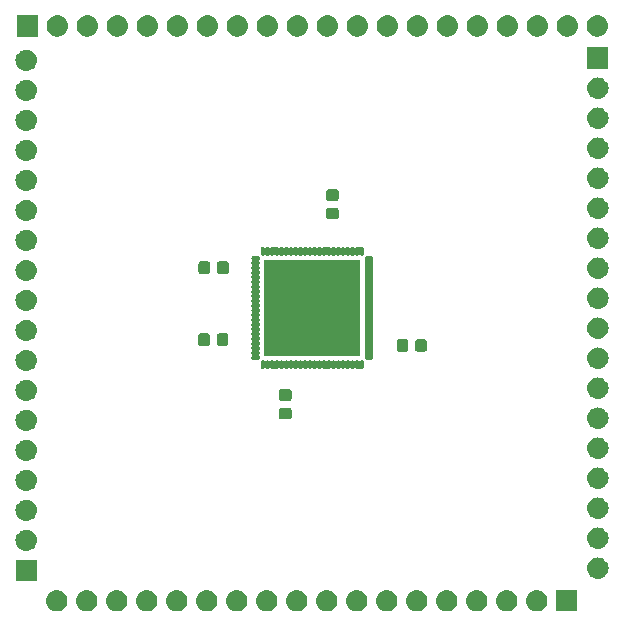
<source format=gts>
G04 #@! TF.GenerationSoftware,KiCad,Pcbnew,5.0.2-bee76a0~70~ubuntu14.04.1*
G04 #@! TF.CreationDate,2018-12-14T18:36:52-07:00*
G04 #@! TF.ProjectId,breakout,62726561-6b6f-4757-942e-6b696361645f,rev?*
G04 #@! TF.SameCoordinates,Original*
G04 #@! TF.FileFunction,Soldermask,Top*
G04 #@! TF.FilePolarity,Negative*
%FSLAX46Y46*%
G04 Gerber Fmt 4.6, Leading zero omitted, Abs format (unit mm)*
G04 Created by KiCad (PCBNEW 5.0.2-bee76a0~70~ubuntu14.04.1) date Fri 14 Dec 2018 06:36:52 PM MST*
%MOMM*%
%LPD*%
G01*
G04 APERTURE LIST*
%ADD10C,0.100000*%
G04 APERTURE END LIST*
D10*
G36*
X120460723Y-114073539D02*
X120526907Y-114080057D01*
X120640133Y-114114404D01*
X120696747Y-114131577D01*
X120835367Y-114205672D01*
X120853271Y-114215242D01*
X120889009Y-114244572D01*
X120990466Y-114327834D01*
X121073728Y-114429291D01*
X121103058Y-114465029D01*
X121103059Y-114465031D01*
X121186723Y-114621553D01*
X121186723Y-114621554D01*
X121238243Y-114791393D01*
X121255639Y-114968020D01*
X121238243Y-115144647D01*
X121203896Y-115257873D01*
X121186723Y-115314487D01*
X121112628Y-115453107D01*
X121103058Y-115471011D01*
X121073728Y-115506749D01*
X120990466Y-115608206D01*
X120889009Y-115691468D01*
X120853271Y-115720798D01*
X120853269Y-115720799D01*
X120696747Y-115804463D01*
X120640133Y-115821636D01*
X120526907Y-115855983D01*
X120460723Y-115862501D01*
X120394540Y-115869020D01*
X120306020Y-115869020D01*
X120239837Y-115862501D01*
X120173653Y-115855983D01*
X120060427Y-115821636D01*
X120003813Y-115804463D01*
X119847291Y-115720799D01*
X119847289Y-115720798D01*
X119811551Y-115691468D01*
X119710094Y-115608206D01*
X119626832Y-115506749D01*
X119597502Y-115471011D01*
X119587932Y-115453107D01*
X119513837Y-115314487D01*
X119496664Y-115257873D01*
X119462317Y-115144647D01*
X119444921Y-114968020D01*
X119462317Y-114791393D01*
X119513837Y-114621554D01*
X119513837Y-114621553D01*
X119597501Y-114465031D01*
X119597502Y-114465029D01*
X119626832Y-114429291D01*
X119710094Y-114327834D01*
X119811551Y-114244572D01*
X119847289Y-114215242D01*
X119865193Y-114205672D01*
X120003813Y-114131577D01*
X120060427Y-114114404D01*
X120173653Y-114080057D01*
X120239837Y-114073539D01*
X120306020Y-114067020D01*
X120394540Y-114067020D01*
X120460723Y-114073539D01*
X120460723Y-114073539D01*
G37*
G36*
X128080723Y-114073539D02*
X128146907Y-114080057D01*
X128260133Y-114114404D01*
X128316747Y-114131577D01*
X128455367Y-114205672D01*
X128473271Y-114215242D01*
X128509009Y-114244572D01*
X128610466Y-114327834D01*
X128693728Y-114429291D01*
X128723058Y-114465029D01*
X128723059Y-114465031D01*
X128806723Y-114621553D01*
X128806723Y-114621554D01*
X128858243Y-114791393D01*
X128875639Y-114968020D01*
X128858243Y-115144647D01*
X128823896Y-115257873D01*
X128806723Y-115314487D01*
X128732628Y-115453107D01*
X128723058Y-115471011D01*
X128693728Y-115506749D01*
X128610466Y-115608206D01*
X128509009Y-115691468D01*
X128473271Y-115720798D01*
X128473269Y-115720799D01*
X128316747Y-115804463D01*
X128260133Y-115821636D01*
X128146907Y-115855983D01*
X128080723Y-115862501D01*
X128014540Y-115869020D01*
X127926020Y-115869020D01*
X127859837Y-115862501D01*
X127793653Y-115855983D01*
X127680427Y-115821636D01*
X127623813Y-115804463D01*
X127467291Y-115720799D01*
X127467289Y-115720798D01*
X127431551Y-115691468D01*
X127330094Y-115608206D01*
X127246832Y-115506749D01*
X127217502Y-115471011D01*
X127207932Y-115453107D01*
X127133837Y-115314487D01*
X127116664Y-115257873D01*
X127082317Y-115144647D01*
X127064921Y-114968020D01*
X127082317Y-114791393D01*
X127133837Y-114621554D01*
X127133837Y-114621553D01*
X127217501Y-114465031D01*
X127217502Y-114465029D01*
X127246832Y-114429291D01*
X127330094Y-114327834D01*
X127431551Y-114244572D01*
X127467289Y-114215242D01*
X127485193Y-114205672D01*
X127623813Y-114131577D01*
X127680427Y-114114404D01*
X127793653Y-114080057D01*
X127859837Y-114073539D01*
X127926020Y-114067020D01*
X128014540Y-114067020D01*
X128080723Y-114073539D01*
X128080723Y-114073539D01*
G37*
G36*
X107760723Y-114073539D02*
X107826907Y-114080057D01*
X107940133Y-114114404D01*
X107996747Y-114131577D01*
X108135367Y-114205672D01*
X108153271Y-114215242D01*
X108189009Y-114244572D01*
X108290466Y-114327834D01*
X108373728Y-114429291D01*
X108403058Y-114465029D01*
X108403059Y-114465031D01*
X108486723Y-114621553D01*
X108486723Y-114621554D01*
X108538243Y-114791393D01*
X108555639Y-114968020D01*
X108538243Y-115144647D01*
X108503896Y-115257873D01*
X108486723Y-115314487D01*
X108412628Y-115453107D01*
X108403058Y-115471011D01*
X108373728Y-115506749D01*
X108290466Y-115608206D01*
X108189009Y-115691468D01*
X108153271Y-115720798D01*
X108153269Y-115720799D01*
X107996747Y-115804463D01*
X107940133Y-115821636D01*
X107826907Y-115855983D01*
X107760723Y-115862501D01*
X107694540Y-115869020D01*
X107606020Y-115869020D01*
X107539837Y-115862501D01*
X107473653Y-115855983D01*
X107360427Y-115821636D01*
X107303813Y-115804463D01*
X107147291Y-115720799D01*
X107147289Y-115720798D01*
X107111551Y-115691468D01*
X107010094Y-115608206D01*
X106926832Y-115506749D01*
X106897502Y-115471011D01*
X106887932Y-115453107D01*
X106813837Y-115314487D01*
X106796664Y-115257873D01*
X106762317Y-115144647D01*
X106744921Y-114968020D01*
X106762317Y-114791393D01*
X106813837Y-114621554D01*
X106813837Y-114621553D01*
X106897501Y-114465031D01*
X106897502Y-114465029D01*
X106926832Y-114429291D01*
X107010094Y-114327834D01*
X107111551Y-114244572D01*
X107147289Y-114215242D01*
X107165193Y-114205672D01*
X107303813Y-114131577D01*
X107360427Y-114114404D01*
X107473653Y-114080057D01*
X107539837Y-114073539D01*
X107606020Y-114067020D01*
X107694540Y-114067020D01*
X107760723Y-114073539D01*
X107760723Y-114073539D01*
G37*
G36*
X110300723Y-114073539D02*
X110366907Y-114080057D01*
X110480133Y-114114404D01*
X110536747Y-114131577D01*
X110675367Y-114205672D01*
X110693271Y-114215242D01*
X110729009Y-114244572D01*
X110830466Y-114327834D01*
X110913728Y-114429291D01*
X110943058Y-114465029D01*
X110943059Y-114465031D01*
X111026723Y-114621553D01*
X111026723Y-114621554D01*
X111078243Y-114791393D01*
X111095639Y-114968020D01*
X111078243Y-115144647D01*
X111043896Y-115257873D01*
X111026723Y-115314487D01*
X110952628Y-115453107D01*
X110943058Y-115471011D01*
X110913728Y-115506749D01*
X110830466Y-115608206D01*
X110729009Y-115691468D01*
X110693271Y-115720798D01*
X110693269Y-115720799D01*
X110536747Y-115804463D01*
X110480133Y-115821636D01*
X110366907Y-115855983D01*
X110300723Y-115862501D01*
X110234540Y-115869020D01*
X110146020Y-115869020D01*
X110079837Y-115862501D01*
X110013653Y-115855983D01*
X109900427Y-115821636D01*
X109843813Y-115804463D01*
X109687291Y-115720799D01*
X109687289Y-115720798D01*
X109651551Y-115691468D01*
X109550094Y-115608206D01*
X109466832Y-115506749D01*
X109437502Y-115471011D01*
X109427932Y-115453107D01*
X109353837Y-115314487D01*
X109336664Y-115257873D01*
X109302317Y-115144647D01*
X109284921Y-114968020D01*
X109302317Y-114791393D01*
X109353837Y-114621554D01*
X109353837Y-114621553D01*
X109437501Y-114465031D01*
X109437502Y-114465029D01*
X109466832Y-114429291D01*
X109550094Y-114327834D01*
X109651551Y-114244572D01*
X109687289Y-114215242D01*
X109705193Y-114205672D01*
X109843813Y-114131577D01*
X109900427Y-114114404D01*
X110013653Y-114080057D01*
X110079837Y-114073539D01*
X110146020Y-114067020D01*
X110234540Y-114067020D01*
X110300723Y-114073539D01*
X110300723Y-114073539D01*
G37*
G36*
X112840723Y-114073539D02*
X112906907Y-114080057D01*
X113020133Y-114114404D01*
X113076747Y-114131577D01*
X113215367Y-114205672D01*
X113233271Y-114215242D01*
X113269009Y-114244572D01*
X113370466Y-114327834D01*
X113453728Y-114429291D01*
X113483058Y-114465029D01*
X113483059Y-114465031D01*
X113566723Y-114621553D01*
X113566723Y-114621554D01*
X113618243Y-114791393D01*
X113635639Y-114968020D01*
X113618243Y-115144647D01*
X113583896Y-115257873D01*
X113566723Y-115314487D01*
X113492628Y-115453107D01*
X113483058Y-115471011D01*
X113453728Y-115506749D01*
X113370466Y-115608206D01*
X113269009Y-115691468D01*
X113233271Y-115720798D01*
X113233269Y-115720799D01*
X113076747Y-115804463D01*
X113020133Y-115821636D01*
X112906907Y-115855983D01*
X112840723Y-115862501D01*
X112774540Y-115869020D01*
X112686020Y-115869020D01*
X112619837Y-115862501D01*
X112553653Y-115855983D01*
X112440427Y-115821636D01*
X112383813Y-115804463D01*
X112227291Y-115720799D01*
X112227289Y-115720798D01*
X112191551Y-115691468D01*
X112090094Y-115608206D01*
X112006832Y-115506749D01*
X111977502Y-115471011D01*
X111967932Y-115453107D01*
X111893837Y-115314487D01*
X111876664Y-115257873D01*
X111842317Y-115144647D01*
X111824921Y-114968020D01*
X111842317Y-114791393D01*
X111893837Y-114621554D01*
X111893837Y-114621553D01*
X111977501Y-114465031D01*
X111977502Y-114465029D01*
X112006832Y-114429291D01*
X112090094Y-114327834D01*
X112191551Y-114244572D01*
X112227289Y-114215242D01*
X112245193Y-114205672D01*
X112383813Y-114131577D01*
X112440427Y-114114404D01*
X112553653Y-114080057D01*
X112619837Y-114073539D01*
X112686020Y-114067020D01*
X112774540Y-114067020D01*
X112840723Y-114073539D01*
X112840723Y-114073539D01*
G37*
G36*
X115380723Y-114073539D02*
X115446907Y-114080057D01*
X115560133Y-114114404D01*
X115616747Y-114131577D01*
X115755367Y-114205672D01*
X115773271Y-114215242D01*
X115809009Y-114244572D01*
X115910466Y-114327834D01*
X115993728Y-114429291D01*
X116023058Y-114465029D01*
X116023059Y-114465031D01*
X116106723Y-114621553D01*
X116106723Y-114621554D01*
X116158243Y-114791393D01*
X116175639Y-114968020D01*
X116158243Y-115144647D01*
X116123896Y-115257873D01*
X116106723Y-115314487D01*
X116032628Y-115453107D01*
X116023058Y-115471011D01*
X115993728Y-115506749D01*
X115910466Y-115608206D01*
X115809009Y-115691468D01*
X115773271Y-115720798D01*
X115773269Y-115720799D01*
X115616747Y-115804463D01*
X115560133Y-115821636D01*
X115446907Y-115855983D01*
X115380723Y-115862501D01*
X115314540Y-115869020D01*
X115226020Y-115869020D01*
X115159837Y-115862501D01*
X115093653Y-115855983D01*
X114980427Y-115821636D01*
X114923813Y-115804463D01*
X114767291Y-115720799D01*
X114767289Y-115720798D01*
X114731551Y-115691468D01*
X114630094Y-115608206D01*
X114546832Y-115506749D01*
X114517502Y-115471011D01*
X114507932Y-115453107D01*
X114433837Y-115314487D01*
X114416664Y-115257873D01*
X114382317Y-115144647D01*
X114364921Y-114968020D01*
X114382317Y-114791393D01*
X114433837Y-114621554D01*
X114433837Y-114621553D01*
X114517501Y-114465031D01*
X114517502Y-114465029D01*
X114546832Y-114429291D01*
X114630094Y-114327834D01*
X114731551Y-114244572D01*
X114767289Y-114215242D01*
X114785193Y-114205672D01*
X114923813Y-114131577D01*
X114980427Y-114114404D01*
X115093653Y-114080057D01*
X115159837Y-114073539D01*
X115226020Y-114067020D01*
X115314540Y-114067020D01*
X115380723Y-114073539D01*
X115380723Y-114073539D01*
G37*
G36*
X117920723Y-114073539D02*
X117986907Y-114080057D01*
X118100133Y-114114404D01*
X118156747Y-114131577D01*
X118295367Y-114205672D01*
X118313271Y-114215242D01*
X118349009Y-114244572D01*
X118450466Y-114327834D01*
X118533728Y-114429291D01*
X118563058Y-114465029D01*
X118563059Y-114465031D01*
X118646723Y-114621553D01*
X118646723Y-114621554D01*
X118698243Y-114791393D01*
X118715639Y-114968020D01*
X118698243Y-115144647D01*
X118663896Y-115257873D01*
X118646723Y-115314487D01*
X118572628Y-115453107D01*
X118563058Y-115471011D01*
X118533728Y-115506749D01*
X118450466Y-115608206D01*
X118349009Y-115691468D01*
X118313271Y-115720798D01*
X118313269Y-115720799D01*
X118156747Y-115804463D01*
X118100133Y-115821636D01*
X117986907Y-115855983D01*
X117920723Y-115862501D01*
X117854540Y-115869020D01*
X117766020Y-115869020D01*
X117699837Y-115862501D01*
X117633653Y-115855983D01*
X117520427Y-115821636D01*
X117463813Y-115804463D01*
X117307291Y-115720799D01*
X117307289Y-115720798D01*
X117271551Y-115691468D01*
X117170094Y-115608206D01*
X117086832Y-115506749D01*
X117057502Y-115471011D01*
X117047932Y-115453107D01*
X116973837Y-115314487D01*
X116956664Y-115257873D01*
X116922317Y-115144647D01*
X116904921Y-114968020D01*
X116922317Y-114791393D01*
X116973837Y-114621554D01*
X116973837Y-114621553D01*
X117057501Y-114465031D01*
X117057502Y-114465029D01*
X117086832Y-114429291D01*
X117170094Y-114327834D01*
X117271551Y-114244572D01*
X117307289Y-114215242D01*
X117325193Y-114205672D01*
X117463813Y-114131577D01*
X117520427Y-114114404D01*
X117633653Y-114080057D01*
X117699837Y-114073539D01*
X117766020Y-114067020D01*
X117854540Y-114067020D01*
X117920723Y-114073539D01*
X117920723Y-114073539D01*
G37*
G36*
X123000723Y-114073539D02*
X123066907Y-114080057D01*
X123180133Y-114114404D01*
X123236747Y-114131577D01*
X123375367Y-114205672D01*
X123393271Y-114215242D01*
X123429009Y-114244572D01*
X123530466Y-114327834D01*
X123613728Y-114429291D01*
X123643058Y-114465029D01*
X123643059Y-114465031D01*
X123726723Y-114621553D01*
X123726723Y-114621554D01*
X123778243Y-114791393D01*
X123795639Y-114968020D01*
X123778243Y-115144647D01*
X123743896Y-115257873D01*
X123726723Y-115314487D01*
X123652628Y-115453107D01*
X123643058Y-115471011D01*
X123613728Y-115506749D01*
X123530466Y-115608206D01*
X123429009Y-115691468D01*
X123393271Y-115720798D01*
X123393269Y-115720799D01*
X123236747Y-115804463D01*
X123180133Y-115821636D01*
X123066907Y-115855983D01*
X123000723Y-115862501D01*
X122934540Y-115869020D01*
X122846020Y-115869020D01*
X122779837Y-115862501D01*
X122713653Y-115855983D01*
X122600427Y-115821636D01*
X122543813Y-115804463D01*
X122387291Y-115720799D01*
X122387289Y-115720798D01*
X122351551Y-115691468D01*
X122250094Y-115608206D01*
X122166832Y-115506749D01*
X122137502Y-115471011D01*
X122127932Y-115453107D01*
X122053837Y-115314487D01*
X122036664Y-115257873D01*
X122002317Y-115144647D01*
X121984921Y-114968020D01*
X122002317Y-114791393D01*
X122053837Y-114621554D01*
X122053837Y-114621553D01*
X122137501Y-114465031D01*
X122137502Y-114465029D01*
X122166832Y-114429291D01*
X122250094Y-114327834D01*
X122351551Y-114244572D01*
X122387289Y-114215242D01*
X122405193Y-114205672D01*
X122543813Y-114131577D01*
X122600427Y-114114404D01*
X122713653Y-114080057D01*
X122779837Y-114073539D01*
X122846020Y-114067020D01*
X122934540Y-114067020D01*
X123000723Y-114073539D01*
X123000723Y-114073539D01*
G37*
G36*
X125540723Y-114073539D02*
X125606907Y-114080057D01*
X125720133Y-114114404D01*
X125776747Y-114131577D01*
X125915367Y-114205672D01*
X125933271Y-114215242D01*
X125969009Y-114244572D01*
X126070466Y-114327834D01*
X126153728Y-114429291D01*
X126183058Y-114465029D01*
X126183059Y-114465031D01*
X126266723Y-114621553D01*
X126266723Y-114621554D01*
X126318243Y-114791393D01*
X126335639Y-114968020D01*
X126318243Y-115144647D01*
X126283896Y-115257873D01*
X126266723Y-115314487D01*
X126192628Y-115453107D01*
X126183058Y-115471011D01*
X126153728Y-115506749D01*
X126070466Y-115608206D01*
X125969009Y-115691468D01*
X125933271Y-115720798D01*
X125933269Y-115720799D01*
X125776747Y-115804463D01*
X125720133Y-115821636D01*
X125606907Y-115855983D01*
X125540723Y-115862501D01*
X125474540Y-115869020D01*
X125386020Y-115869020D01*
X125319837Y-115862501D01*
X125253653Y-115855983D01*
X125140427Y-115821636D01*
X125083813Y-115804463D01*
X124927291Y-115720799D01*
X124927289Y-115720798D01*
X124891551Y-115691468D01*
X124790094Y-115608206D01*
X124706832Y-115506749D01*
X124677502Y-115471011D01*
X124667932Y-115453107D01*
X124593837Y-115314487D01*
X124576664Y-115257873D01*
X124542317Y-115144647D01*
X124524921Y-114968020D01*
X124542317Y-114791393D01*
X124593837Y-114621554D01*
X124593837Y-114621553D01*
X124677501Y-114465031D01*
X124677502Y-114465029D01*
X124706832Y-114429291D01*
X124790094Y-114327834D01*
X124891551Y-114244572D01*
X124927289Y-114215242D01*
X124945193Y-114205672D01*
X125083813Y-114131577D01*
X125140427Y-114114404D01*
X125253653Y-114080057D01*
X125319837Y-114073539D01*
X125386020Y-114067020D01*
X125474540Y-114067020D01*
X125540723Y-114073539D01*
X125540723Y-114073539D01*
G37*
G36*
X130620723Y-114073539D02*
X130686907Y-114080057D01*
X130800133Y-114114404D01*
X130856747Y-114131577D01*
X130995367Y-114205672D01*
X131013271Y-114215242D01*
X131049009Y-114244572D01*
X131150466Y-114327834D01*
X131233728Y-114429291D01*
X131263058Y-114465029D01*
X131263059Y-114465031D01*
X131346723Y-114621553D01*
X131346723Y-114621554D01*
X131398243Y-114791393D01*
X131415639Y-114968020D01*
X131398243Y-115144647D01*
X131363896Y-115257873D01*
X131346723Y-115314487D01*
X131272628Y-115453107D01*
X131263058Y-115471011D01*
X131233728Y-115506749D01*
X131150466Y-115608206D01*
X131049009Y-115691468D01*
X131013271Y-115720798D01*
X131013269Y-115720799D01*
X130856747Y-115804463D01*
X130800133Y-115821636D01*
X130686907Y-115855983D01*
X130620723Y-115862501D01*
X130554540Y-115869020D01*
X130466020Y-115869020D01*
X130399837Y-115862501D01*
X130333653Y-115855983D01*
X130220427Y-115821636D01*
X130163813Y-115804463D01*
X130007291Y-115720799D01*
X130007289Y-115720798D01*
X129971551Y-115691468D01*
X129870094Y-115608206D01*
X129786832Y-115506749D01*
X129757502Y-115471011D01*
X129747932Y-115453107D01*
X129673837Y-115314487D01*
X129656664Y-115257873D01*
X129622317Y-115144647D01*
X129604921Y-114968020D01*
X129622317Y-114791393D01*
X129673837Y-114621554D01*
X129673837Y-114621553D01*
X129757501Y-114465031D01*
X129757502Y-114465029D01*
X129786832Y-114429291D01*
X129870094Y-114327834D01*
X129971551Y-114244572D01*
X130007289Y-114215242D01*
X130025193Y-114205672D01*
X130163813Y-114131577D01*
X130220427Y-114114404D01*
X130333653Y-114080057D01*
X130399837Y-114073539D01*
X130466020Y-114067020D01*
X130554540Y-114067020D01*
X130620723Y-114073539D01*
X130620723Y-114073539D01*
G37*
G36*
X133160723Y-114073539D02*
X133226907Y-114080057D01*
X133340133Y-114114404D01*
X133396747Y-114131577D01*
X133535367Y-114205672D01*
X133553271Y-114215242D01*
X133589009Y-114244572D01*
X133690466Y-114327834D01*
X133773728Y-114429291D01*
X133803058Y-114465029D01*
X133803059Y-114465031D01*
X133886723Y-114621553D01*
X133886723Y-114621554D01*
X133938243Y-114791393D01*
X133955639Y-114968020D01*
X133938243Y-115144647D01*
X133903896Y-115257873D01*
X133886723Y-115314487D01*
X133812628Y-115453107D01*
X133803058Y-115471011D01*
X133773728Y-115506749D01*
X133690466Y-115608206D01*
X133589009Y-115691468D01*
X133553271Y-115720798D01*
X133553269Y-115720799D01*
X133396747Y-115804463D01*
X133340133Y-115821636D01*
X133226907Y-115855983D01*
X133160723Y-115862501D01*
X133094540Y-115869020D01*
X133006020Y-115869020D01*
X132939837Y-115862501D01*
X132873653Y-115855983D01*
X132760427Y-115821636D01*
X132703813Y-115804463D01*
X132547291Y-115720799D01*
X132547289Y-115720798D01*
X132511551Y-115691468D01*
X132410094Y-115608206D01*
X132326832Y-115506749D01*
X132297502Y-115471011D01*
X132287932Y-115453107D01*
X132213837Y-115314487D01*
X132196664Y-115257873D01*
X132162317Y-115144647D01*
X132144921Y-114968020D01*
X132162317Y-114791393D01*
X132213837Y-114621554D01*
X132213837Y-114621553D01*
X132297501Y-114465031D01*
X132297502Y-114465029D01*
X132326832Y-114429291D01*
X132410094Y-114327834D01*
X132511551Y-114244572D01*
X132547289Y-114215242D01*
X132565193Y-114205672D01*
X132703813Y-114131577D01*
X132760427Y-114114404D01*
X132873653Y-114080057D01*
X132939837Y-114073539D01*
X133006020Y-114067020D01*
X133094540Y-114067020D01*
X133160723Y-114073539D01*
X133160723Y-114073539D01*
G37*
G36*
X135700723Y-114073539D02*
X135766907Y-114080057D01*
X135880133Y-114114404D01*
X135936747Y-114131577D01*
X136075367Y-114205672D01*
X136093271Y-114215242D01*
X136129009Y-114244572D01*
X136230466Y-114327834D01*
X136313728Y-114429291D01*
X136343058Y-114465029D01*
X136343059Y-114465031D01*
X136426723Y-114621553D01*
X136426723Y-114621554D01*
X136478243Y-114791393D01*
X136495639Y-114968020D01*
X136478243Y-115144647D01*
X136443896Y-115257873D01*
X136426723Y-115314487D01*
X136352628Y-115453107D01*
X136343058Y-115471011D01*
X136313728Y-115506749D01*
X136230466Y-115608206D01*
X136129009Y-115691468D01*
X136093271Y-115720798D01*
X136093269Y-115720799D01*
X135936747Y-115804463D01*
X135880133Y-115821636D01*
X135766907Y-115855983D01*
X135700723Y-115862501D01*
X135634540Y-115869020D01*
X135546020Y-115869020D01*
X135479837Y-115862501D01*
X135413653Y-115855983D01*
X135300427Y-115821636D01*
X135243813Y-115804463D01*
X135087291Y-115720799D01*
X135087289Y-115720798D01*
X135051551Y-115691468D01*
X134950094Y-115608206D01*
X134866832Y-115506749D01*
X134837502Y-115471011D01*
X134827932Y-115453107D01*
X134753837Y-115314487D01*
X134736664Y-115257873D01*
X134702317Y-115144647D01*
X134684921Y-114968020D01*
X134702317Y-114791393D01*
X134753837Y-114621554D01*
X134753837Y-114621553D01*
X134837501Y-114465031D01*
X134837502Y-114465029D01*
X134866832Y-114429291D01*
X134950094Y-114327834D01*
X135051551Y-114244572D01*
X135087289Y-114215242D01*
X135105193Y-114205672D01*
X135243813Y-114131577D01*
X135300427Y-114114404D01*
X135413653Y-114080057D01*
X135479837Y-114073539D01*
X135546020Y-114067020D01*
X135634540Y-114067020D01*
X135700723Y-114073539D01*
X135700723Y-114073539D01*
G37*
G36*
X138240723Y-114073539D02*
X138306907Y-114080057D01*
X138420133Y-114114404D01*
X138476747Y-114131577D01*
X138615367Y-114205672D01*
X138633271Y-114215242D01*
X138669009Y-114244572D01*
X138770466Y-114327834D01*
X138853728Y-114429291D01*
X138883058Y-114465029D01*
X138883059Y-114465031D01*
X138966723Y-114621553D01*
X138966723Y-114621554D01*
X139018243Y-114791393D01*
X139035639Y-114968020D01*
X139018243Y-115144647D01*
X138983896Y-115257873D01*
X138966723Y-115314487D01*
X138892628Y-115453107D01*
X138883058Y-115471011D01*
X138853728Y-115506749D01*
X138770466Y-115608206D01*
X138669009Y-115691468D01*
X138633271Y-115720798D01*
X138633269Y-115720799D01*
X138476747Y-115804463D01*
X138420133Y-115821636D01*
X138306907Y-115855983D01*
X138240723Y-115862501D01*
X138174540Y-115869020D01*
X138086020Y-115869020D01*
X138019837Y-115862501D01*
X137953653Y-115855983D01*
X137840427Y-115821636D01*
X137783813Y-115804463D01*
X137627291Y-115720799D01*
X137627289Y-115720798D01*
X137591551Y-115691468D01*
X137490094Y-115608206D01*
X137406832Y-115506749D01*
X137377502Y-115471011D01*
X137367932Y-115453107D01*
X137293837Y-115314487D01*
X137276664Y-115257873D01*
X137242317Y-115144647D01*
X137224921Y-114968020D01*
X137242317Y-114791393D01*
X137293837Y-114621554D01*
X137293837Y-114621553D01*
X137377501Y-114465031D01*
X137377502Y-114465029D01*
X137406832Y-114429291D01*
X137490094Y-114327834D01*
X137591551Y-114244572D01*
X137627289Y-114215242D01*
X137645193Y-114205672D01*
X137783813Y-114131577D01*
X137840427Y-114114404D01*
X137953653Y-114080057D01*
X138019837Y-114073539D01*
X138086020Y-114067020D01*
X138174540Y-114067020D01*
X138240723Y-114073539D01*
X138240723Y-114073539D01*
G37*
G36*
X140780723Y-114073539D02*
X140846907Y-114080057D01*
X140960133Y-114114404D01*
X141016747Y-114131577D01*
X141155367Y-114205672D01*
X141173271Y-114215242D01*
X141209009Y-114244572D01*
X141310466Y-114327834D01*
X141393728Y-114429291D01*
X141423058Y-114465029D01*
X141423059Y-114465031D01*
X141506723Y-114621553D01*
X141506723Y-114621554D01*
X141558243Y-114791393D01*
X141575639Y-114968020D01*
X141558243Y-115144647D01*
X141523896Y-115257873D01*
X141506723Y-115314487D01*
X141432628Y-115453107D01*
X141423058Y-115471011D01*
X141393728Y-115506749D01*
X141310466Y-115608206D01*
X141209009Y-115691468D01*
X141173271Y-115720798D01*
X141173269Y-115720799D01*
X141016747Y-115804463D01*
X140960133Y-115821636D01*
X140846907Y-115855983D01*
X140780723Y-115862501D01*
X140714540Y-115869020D01*
X140626020Y-115869020D01*
X140559837Y-115862501D01*
X140493653Y-115855983D01*
X140380427Y-115821636D01*
X140323813Y-115804463D01*
X140167291Y-115720799D01*
X140167289Y-115720798D01*
X140131551Y-115691468D01*
X140030094Y-115608206D01*
X139946832Y-115506749D01*
X139917502Y-115471011D01*
X139907932Y-115453107D01*
X139833837Y-115314487D01*
X139816664Y-115257873D01*
X139782317Y-115144647D01*
X139764921Y-114968020D01*
X139782317Y-114791393D01*
X139833837Y-114621554D01*
X139833837Y-114621553D01*
X139917501Y-114465031D01*
X139917502Y-114465029D01*
X139946832Y-114429291D01*
X140030094Y-114327834D01*
X140131551Y-114244572D01*
X140167289Y-114215242D01*
X140185193Y-114205672D01*
X140323813Y-114131577D01*
X140380427Y-114114404D01*
X140493653Y-114080057D01*
X140559837Y-114073539D01*
X140626020Y-114067020D01*
X140714540Y-114067020D01*
X140780723Y-114073539D01*
X140780723Y-114073539D01*
G37*
G36*
X143320723Y-114073539D02*
X143386907Y-114080057D01*
X143500133Y-114114404D01*
X143556747Y-114131577D01*
X143695367Y-114205672D01*
X143713271Y-114215242D01*
X143749009Y-114244572D01*
X143850466Y-114327834D01*
X143933728Y-114429291D01*
X143963058Y-114465029D01*
X143963059Y-114465031D01*
X144046723Y-114621553D01*
X144046723Y-114621554D01*
X144098243Y-114791393D01*
X144115639Y-114968020D01*
X144098243Y-115144647D01*
X144063896Y-115257873D01*
X144046723Y-115314487D01*
X143972628Y-115453107D01*
X143963058Y-115471011D01*
X143933728Y-115506749D01*
X143850466Y-115608206D01*
X143749009Y-115691468D01*
X143713271Y-115720798D01*
X143713269Y-115720799D01*
X143556747Y-115804463D01*
X143500133Y-115821636D01*
X143386907Y-115855983D01*
X143320723Y-115862501D01*
X143254540Y-115869020D01*
X143166020Y-115869020D01*
X143099837Y-115862501D01*
X143033653Y-115855983D01*
X142920427Y-115821636D01*
X142863813Y-115804463D01*
X142707291Y-115720799D01*
X142707289Y-115720798D01*
X142671551Y-115691468D01*
X142570094Y-115608206D01*
X142486832Y-115506749D01*
X142457502Y-115471011D01*
X142447932Y-115453107D01*
X142373837Y-115314487D01*
X142356664Y-115257873D01*
X142322317Y-115144647D01*
X142304921Y-114968020D01*
X142322317Y-114791393D01*
X142373837Y-114621554D01*
X142373837Y-114621553D01*
X142457501Y-114465031D01*
X142457502Y-114465029D01*
X142486832Y-114429291D01*
X142570094Y-114327834D01*
X142671551Y-114244572D01*
X142707289Y-114215242D01*
X142725193Y-114205672D01*
X142863813Y-114131577D01*
X142920427Y-114114404D01*
X143033653Y-114080057D01*
X143099837Y-114073539D01*
X143166020Y-114067020D01*
X143254540Y-114067020D01*
X143320723Y-114073539D01*
X143320723Y-114073539D01*
G37*
G36*
X145860723Y-114073539D02*
X145926907Y-114080057D01*
X146040133Y-114114404D01*
X146096747Y-114131577D01*
X146235367Y-114205672D01*
X146253271Y-114215242D01*
X146289009Y-114244572D01*
X146390466Y-114327834D01*
X146473728Y-114429291D01*
X146503058Y-114465029D01*
X146503059Y-114465031D01*
X146586723Y-114621553D01*
X146586723Y-114621554D01*
X146638243Y-114791393D01*
X146655639Y-114968020D01*
X146638243Y-115144647D01*
X146603896Y-115257873D01*
X146586723Y-115314487D01*
X146512628Y-115453107D01*
X146503058Y-115471011D01*
X146473728Y-115506749D01*
X146390466Y-115608206D01*
X146289009Y-115691468D01*
X146253271Y-115720798D01*
X146253269Y-115720799D01*
X146096747Y-115804463D01*
X146040133Y-115821636D01*
X145926907Y-115855983D01*
X145860723Y-115862501D01*
X145794540Y-115869020D01*
X145706020Y-115869020D01*
X145639837Y-115862501D01*
X145573653Y-115855983D01*
X145460427Y-115821636D01*
X145403813Y-115804463D01*
X145247291Y-115720799D01*
X145247289Y-115720798D01*
X145211551Y-115691468D01*
X145110094Y-115608206D01*
X145026832Y-115506749D01*
X144997502Y-115471011D01*
X144987932Y-115453107D01*
X144913837Y-115314487D01*
X144896664Y-115257873D01*
X144862317Y-115144647D01*
X144844921Y-114968020D01*
X144862317Y-114791393D01*
X144913837Y-114621554D01*
X144913837Y-114621553D01*
X144997501Y-114465031D01*
X144997502Y-114465029D01*
X145026832Y-114429291D01*
X145110094Y-114327834D01*
X145211551Y-114244572D01*
X145247289Y-114215242D01*
X145265193Y-114205672D01*
X145403813Y-114131577D01*
X145460427Y-114114404D01*
X145573653Y-114080057D01*
X145639837Y-114073539D01*
X145706020Y-114067020D01*
X145794540Y-114067020D01*
X145860723Y-114073539D01*
X145860723Y-114073539D01*
G37*
G36*
X148400723Y-114073539D02*
X148466907Y-114080057D01*
X148580133Y-114114404D01*
X148636747Y-114131577D01*
X148775367Y-114205672D01*
X148793271Y-114215242D01*
X148829009Y-114244572D01*
X148930466Y-114327834D01*
X149013728Y-114429291D01*
X149043058Y-114465029D01*
X149043059Y-114465031D01*
X149126723Y-114621553D01*
X149126723Y-114621554D01*
X149178243Y-114791393D01*
X149195639Y-114968020D01*
X149178243Y-115144647D01*
X149143896Y-115257873D01*
X149126723Y-115314487D01*
X149052628Y-115453107D01*
X149043058Y-115471011D01*
X149013728Y-115506749D01*
X148930466Y-115608206D01*
X148829009Y-115691468D01*
X148793271Y-115720798D01*
X148793269Y-115720799D01*
X148636747Y-115804463D01*
X148580133Y-115821636D01*
X148466907Y-115855983D01*
X148400723Y-115862501D01*
X148334540Y-115869020D01*
X148246020Y-115869020D01*
X148179837Y-115862501D01*
X148113653Y-115855983D01*
X148000427Y-115821636D01*
X147943813Y-115804463D01*
X147787291Y-115720799D01*
X147787289Y-115720798D01*
X147751551Y-115691468D01*
X147650094Y-115608206D01*
X147566832Y-115506749D01*
X147537502Y-115471011D01*
X147527932Y-115453107D01*
X147453837Y-115314487D01*
X147436664Y-115257873D01*
X147402317Y-115144647D01*
X147384921Y-114968020D01*
X147402317Y-114791393D01*
X147453837Y-114621554D01*
X147453837Y-114621553D01*
X147537501Y-114465031D01*
X147537502Y-114465029D01*
X147566832Y-114429291D01*
X147650094Y-114327834D01*
X147751551Y-114244572D01*
X147787289Y-114215242D01*
X147805193Y-114205672D01*
X147943813Y-114131577D01*
X148000427Y-114114404D01*
X148113653Y-114080057D01*
X148179837Y-114073539D01*
X148246020Y-114067020D01*
X148334540Y-114067020D01*
X148400723Y-114073539D01*
X148400723Y-114073539D01*
G37*
G36*
X151731280Y-115869020D02*
X149929280Y-115869020D01*
X149929280Y-114067020D01*
X151731280Y-114067020D01*
X151731280Y-115869020D01*
X151731280Y-115869020D01*
G37*
G36*
X105957940Y-113293460D02*
X104155940Y-113293460D01*
X104155940Y-111491460D01*
X105957940Y-111491460D01*
X105957940Y-113293460D01*
X105957940Y-113293460D01*
G37*
G36*
X153569622Y-111299858D02*
X153635807Y-111306377D01*
X153749033Y-111340724D01*
X153805647Y-111357897D01*
X153944267Y-111431992D01*
X153962171Y-111441562D01*
X153997909Y-111470892D01*
X154099366Y-111554154D01*
X154182628Y-111655611D01*
X154211958Y-111691349D01*
X154211959Y-111691351D01*
X154295623Y-111847873D01*
X154295623Y-111847874D01*
X154347143Y-112017713D01*
X154364539Y-112194340D01*
X154347143Y-112370967D01*
X154312796Y-112484193D01*
X154295623Y-112540807D01*
X154221528Y-112679427D01*
X154211958Y-112697331D01*
X154182628Y-112733069D01*
X154099366Y-112834526D01*
X153997909Y-112917788D01*
X153962171Y-112947118D01*
X153962169Y-112947119D01*
X153805647Y-113030783D01*
X153749033Y-113047956D01*
X153635807Y-113082303D01*
X153569623Y-113088821D01*
X153503440Y-113095340D01*
X153414920Y-113095340D01*
X153348737Y-113088821D01*
X153282553Y-113082303D01*
X153169327Y-113047956D01*
X153112713Y-113030783D01*
X152956191Y-112947119D01*
X152956189Y-112947118D01*
X152920451Y-112917788D01*
X152818994Y-112834526D01*
X152735732Y-112733069D01*
X152706402Y-112697331D01*
X152696832Y-112679427D01*
X152622737Y-112540807D01*
X152605564Y-112484193D01*
X152571217Y-112370967D01*
X152553821Y-112194340D01*
X152571217Y-112017713D01*
X152622737Y-111847874D01*
X152622737Y-111847873D01*
X152706401Y-111691351D01*
X152706402Y-111691349D01*
X152735732Y-111655611D01*
X152818994Y-111554154D01*
X152920451Y-111470892D01*
X152956189Y-111441562D01*
X152974093Y-111431992D01*
X153112713Y-111357897D01*
X153169327Y-111340724D01*
X153282553Y-111306377D01*
X153348738Y-111299858D01*
X153414920Y-111293340D01*
X153503440Y-111293340D01*
X153569622Y-111299858D01*
X153569622Y-111299858D01*
G37*
G36*
X105167383Y-108957979D02*
X105233567Y-108964497D01*
X105346793Y-108998844D01*
X105403407Y-109016017D01*
X105542027Y-109090112D01*
X105559931Y-109099682D01*
X105595669Y-109129012D01*
X105697126Y-109212274D01*
X105775581Y-109307873D01*
X105809718Y-109349469D01*
X105809719Y-109349471D01*
X105893383Y-109505993D01*
X105893383Y-109505994D01*
X105944903Y-109675833D01*
X105962299Y-109852460D01*
X105944903Y-110029087D01*
X105910556Y-110142313D01*
X105893383Y-110198927D01*
X105819288Y-110337547D01*
X105809718Y-110355451D01*
X105780388Y-110391189D01*
X105697126Y-110492646D01*
X105595669Y-110575908D01*
X105559931Y-110605238D01*
X105559929Y-110605239D01*
X105403407Y-110688903D01*
X105346793Y-110706076D01*
X105233567Y-110740423D01*
X105167382Y-110746942D01*
X105101200Y-110753460D01*
X105012680Y-110753460D01*
X104946498Y-110746942D01*
X104880313Y-110740423D01*
X104767087Y-110706076D01*
X104710473Y-110688903D01*
X104553951Y-110605239D01*
X104553949Y-110605238D01*
X104518211Y-110575908D01*
X104416754Y-110492646D01*
X104333492Y-110391189D01*
X104304162Y-110355451D01*
X104294592Y-110337547D01*
X104220497Y-110198927D01*
X104203324Y-110142313D01*
X104168977Y-110029087D01*
X104151581Y-109852460D01*
X104168977Y-109675833D01*
X104220497Y-109505994D01*
X104220497Y-109505993D01*
X104304161Y-109349471D01*
X104304162Y-109349469D01*
X104338299Y-109307873D01*
X104416754Y-109212274D01*
X104518211Y-109129012D01*
X104553949Y-109099682D01*
X104571853Y-109090112D01*
X104710473Y-109016017D01*
X104767087Y-108998844D01*
X104880313Y-108964497D01*
X104946497Y-108957979D01*
X105012680Y-108951460D01*
X105101200Y-108951460D01*
X105167383Y-108957979D01*
X105167383Y-108957979D01*
G37*
G36*
X153569623Y-108759859D02*
X153635807Y-108766377D01*
X153749033Y-108800724D01*
X153805647Y-108817897D01*
X153944267Y-108891992D01*
X153962171Y-108901562D01*
X153997909Y-108930892D01*
X154099366Y-109014154D01*
X154169555Y-109099681D01*
X154211958Y-109151349D01*
X154211959Y-109151351D01*
X154295623Y-109307873D01*
X154295623Y-109307874D01*
X154347143Y-109477713D01*
X154364539Y-109654340D01*
X154347143Y-109830967D01*
X154340623Y-109852460D01*
X154295623Y-110000807D01*
X154221528Y-110139427D01*
X154211958Y-110157331D01*
X154182628Y-110193069D01*
X154099366Y-110294526D01*
X153997909Y-110377788D01*
X153962171Y-110407118D01*
X153962169Y-110407119D01*
X153805647Y-110490783D01*
X153799505Y-110492646D01*
X153635807Y-110542303D01*
X153569623Y-110548821D01*
X153503440Y-110555340D01*
X153414920Y-110555340D01*
X153348737Y-110548821D01*
X153282553Y-110542303D01*
X153118855Y-110492646D01*
X153112713Y-110490783D01*
X152956191Y-110407119D01*
X152956189Y-110407118D01*
X152920451Y-110377788D01*
X152818994Y-110294526D01*
X152735732Y-110193069D01*
X152706402Y-110157331D01*
X152696832Y-110139427D01*
X152622737Y-110000807D01*
X152577737Y-109852460D01*
X152571217Y-109830967D01*
X152553821Y-109654340D01*
X152571217Y-109477713D01*
X152622737Y-109307874D01*
X152622737Y-109307873D01*
X152706401Y-109151351D01*
X152706402Y-109151349D01*
X152748805Y-109099681D01*
X152818994Y-109014154D01*
X152920451Y-108930892D01*
X152956189Y-108901562D01*
X152974093Y-108891992D01*
X153112713Y-108817897D01*
X153169327Y-108800724D01*
X153282553Y-108766377D01*
X153348737Y-108759859D01*
X153414920Y-108753340D01*
X153503440Y-108753340D01*
X153569623Y-108759859D01*
X153569623Y-108759859D01*
G37*
G36*
X105167383Y-106417979D02*
X105233567Y-106424497D01*
X105346793Y-106458844D01*
X105403407Y-106476017D01*
X105542027Y-106550112D01*
X105559931Y-106559682D01*
X105595669Y-106589012D01*
X105697126Y-106672274D01*
X105775581Y-106767873D01*
X105809718Y-106809469D01*
X105809719Y-106809471D01*
X105893383Y-106965993D01*
X105893383Y-106965994D01*
X105944903Y-107135833D01*
X105962299Y-107312460D01*
X105944903Y-107489087D01*
X105910556Y-107602313D01*
X105893383Y-107658927D01*
X105819288Y-107797547D01*
X105809718Y-107815451D01*
X105780388Y-107851189D01*
X105697126Y-107952646D01*
X105595669Y-108035908D01*
X105559931Y-108065238D01*
X105559929Y-108065239D01*
X105403407Y-108148903D01*
X105346793Y-108166076D01*
X105233567Y-108200423D01*
X105167383Y-108206941D01*
X105101200Y-108213460D01*
X105012680Y-108213460D01*
X104946497Y-108206941D01*
X104880313Y-108200423D01*
X104767087Y-108166076D01*
X104710473Y-108148903D01*
X104553951Y-108065239D01*
X104553949Y-108065238D01*
X104518211Y-108035908D01*
X104416754Y-107952646D01*
X104333492Y-107851189D01*
X104304162Y-107815451D01*
X104294592Y-107797547D01*
X104220497Y-107658927D01*
X104203324Y-107602313D01*
X104168977Y-107489087D01*
X104151581Y-107312460D01*
X104168977Y-107135833D01*
X104220497Y-106965994D01*
X104220497Y-106965993D01*
X104304161Y-106809471D01*
X104304162Y-106809469D01*
X104338299Y-106767873D01*
X104416754Y-106672274D01*
X104518211Y-106589012D01*
X104553949Y-106559682D01*
X104571853Y-106550112D01*
X104710473Y-106476017D01*
X104767087Y-106458844D01*
X104880313Y-106424497D01*
X104946497Y-106417979D01*
X105012680Y-106411460D01*
X105101200Y-106411460D01*
X105167383Y-106417979D01*
X105167383Y-106417979D01*
G37*
G36*
X153569623Y-106219859D02*
X153635807Y-106226377D01*
X153749033Y-106260724D01*
X153805647Y-106277897D01*
X153944267Y-106351992D01*
X153962171Y-106361562D01*
X153997909Y-106390892D01*
X154099366Y-106474154D01*
X154169555Y-106559681D01*
X154211958Y-106611349D01*
X154211959Y-106611351D01*
X154295623Y-106767873D01*
X154295623Y-106767874D01*
X154347143Y-106937713D01*
X154364539Y-107114340D01*
X154347143Y-107290967D01*
X154340623Y-107312460D01*
X154295623Y-107460807D01*
X154221528Y-107599427D01*
X154211958Y-107617331D01*
X154182628Y-107653069D01*
X154099366Y-107754526D01*
X153997909Y-107837788D01*
X153962171Y-107867118D01*
X153962169Y-107867119D01*
X153805647Y-107950783D01*
X153799505Y-107952646D01*
X153635807Y-108002303D01*
X153569622Y-108008822D01*
X153503440Y-108015340D01*
X153414920Y-108015340D01*
X153348738Y-108008822D01*
X153282553Y-108002303D01*
X153118855Y-107952646D01*
X153112713Y-107950783D01*
X152956191Y-107867119D01*
X152956189Y-107867118D01*
X152920451Y-107837788D01*
X152818994Y-107754526D01*
X152735732Y-107653069D01*
X152706402Y-107617331D01*
X152696832Y-107599427D01*
X152622737Y-107460807D01*
X152577737Y-107312460D01*
X152571217Y-107290967D01*
X152553821Y-107114340D01*
X152571217Y-106937713D01*
X152622737Y-106767874D01*
X152622737Y-106767873D01*
X152706401Y-106611351D01*
X152706402Y-106611349D01*
X152748805Y-106559681D01*
X152818994Y-106474154D01*
X152920451Y-106390892D01*
X152956189Y-106361562D01*
X152974093Y-106351992D01*
X153112713Y-106277897D01*
X153169327Y-106260724D01*
X153282553Y-106226377D01*
X153348737Y-106219859D01*
X153414920Y-106213340D01*
X153503440Y-106213340D01*
X153569623Y-106219859D01*
X153569623Y-106219859D01*
G37*
G36*
X105167383Y-103877979D02*
X105233567Y-103884497D01*
X105346793Y-103918844D01*
X105403407Y-103936017D01*
X105542027Y-104010112D01*
X105559931Y-104019682D01*
X105595669Y-104049012D01*
X105697126Y-104132274D01*
X105775581Y-104227873D01*
X105809718Y-104269469D01*
X105809719Y-104269471D01*
X105893383Y-104425993D01*
X105893383Y-104425994D01*
X105944903Y-104595833D01*
X105962299Y-104772460D01*
X105944903Y-104949087D01*
X105910556Y-105062313D01*
X105893383Y-105118927D01*
X105819288Y-105257547D01*
X105809718Y-105275451D01*
X105780388Y-105311189D01*
X105697126Y-105412646D01*
X105595669Y-105495908D01*
X105559931Y-105525238D01*
X105559929Y-105525239D01*
X105403407Y-105608903D01*
X105346793Y-105626076D01*
X105233567Y-105660423D01*
X105167383Y-105666941D01*
X105101200Y-105673460D01*
X105012680Y-105673460D01*
X104946498Y-105666942D01*
X104880313Y-105660423D01*
X104767087Y-105626076D01*
X104710473Y-105608903D01*
X104553951Y-105525239D01*
X104553949Y-105525238D01*
X104518211Y-105495908D01*
X104416754Y-105412646D01*
X104333492Y-105311189D01*
X104304162Y-105275451D01*
X104294592Y-105257547D01*
X104220497Y-105118927D01*
X104203324Y-105062313D01*
X104168977Y-104949087D01*
X104151581Y-104772460D01*
X104168977Y-104595833D01*
X104220497Y-104425994D01*
X104220497Y-104425993D01*
X104304161Y-104269471D01*
X104304162Y-104269469D01*
X104338299Y-104227873D01*
X104416754Y-104132274D01*
X104518211Y-104049012D01*
X104553949Y-104019682D01*
X104571853Y-104010112D01*
X104710473Y-103936017D01*
X104767087Y-103918844D01*
X104880313Y-103884497D01*
X104946497Y-103877979D01*
X105012680Y-103871460D01*
X105101200Y-103871460D01*
X105167383Y-103877979D01*
X105167383Y-103877979D01*
G37*
G36*
X153569623Y-103679859D02*
X153635807Y-103686377D01*
X153749033Y-103720724D01*
X153805647Y-103737897D01*
X153944267Y-103811992D01*
X153962171Y-103821562D01*
X153997909Y-103850892D01*
X154099366Y-103934154D01*
X154169555Y-104019681D01*
X154211958Y-104071349D01*
X154211959Y-104071351D01*
X154295623Y-104227873D01*
X154295623Y-104227874D01*
X154347143Y-104397713D01*
X154364539Y-104574340D01*
X154347143Y-104750967D01*
X154340623Y-104772460D01*
X154295623Y-104920807D01*
X154221528Y-105059427D01*
X154211958Y-105077331D01*
X154182628Y-105113069D01*
X154099366Y-105214526D01*
X153997909Y-105297788D01*
X153962171Y-105327118D01*
X153962169Y-105327119D01*
X153805647Y-105410783D01*
X153799505Y-105412646D01*
X153635807Y-105462303D01*
X153569622Y-105468822D01*
X153503440Y-105475340D01*
X153414920Y-105475340D01*
X153348737Y-105468821D01*
X153282553Y-105462303D01*
X153118855Y-105412646D01*
X153112713Y-105410783D01*
X152956191Y-105327119D01*
X152956189Y-105327118D01*
X152920451Y-105297788D01*
X152818994Y-105214526D01*
X152735732Y-105113069D01*
X152706402Y-105077331D01*
X152696832Y-105059427D01*
X152622737Y-104920807D01*
X152577737Y-104772460D01*
X152571217Y-104750967D01*
X152553821Y-104574340D01*
X152571217Y-104397713D01*
X152622737Y-104227874D01*
X152622737Y-104227873D01*
X152706401Y-104071351D01*
X152706402Y-104071349D01*
X152748805Y-104019681D01*
X152818994Y-103934154D01*
X152920451Y-103850892D01*
X152956189Y-103821562D01*
X152974093Y-103811992D01*
X153112713Y-103737897D01*
X153169327Y-103720724D01*
X153282553Y-103686377D01*
X153348737Y-103679859D01*
X153414920Y-103673340D01*
X153503440Y-103673340D01*
X153569623Y-103679859D01*
X153569623Y-103679859D01*
G37*
G36*
X105167382Y-101337978D02*
X105233567Y-101344497D01*
X105346793Y-101378844D01*
X105403407Y-101396017D01*
X105542027Y-101470112D01*
X105559931Y-101479682D01*
X105595669Y-101509012D01*
X105697126Y-101592274D01*
X105775581Y-101687873D01*
X105809718Y-101729469D01*
X105809719Y-101729471D01*
X105893383Y-101885993D01*
X105893383Y-101885994D01*
X105944903Y-102055833D01*
X105962299Y-102232460D01*
X105944903Y-102409087D01*
X105910556Y-102522313D01*
X105893383Y-102578927D01*
X105819288Y-102717547D01*
X105809718Y-102735451D01*
X105780388Y-102771189D01*
X105697126Y-102872646D01*
X105595669Y-102955908D01*
X105559931Y-102985238D01*
X105559929Y-102985239D01*
X105403407Y-103068903D01*
X105346793Y-103086076D01*
X105233567Y-103120423D01*
X105167383Y-103126941D01*
X105101200Y-103133460D01*
X105012680Y-103133460D01*
X104946497Y-103126941D01*
X104880313Y-103120423D01*
X104767087Y-103086076D01*
X104710473Y-103068903D01*
X104553951Y-102985239D01*
X104553949Y-102985238D01*
X104518211Y-102955908D01*
X104416754Y-102872646D01*
X104333492Y-102771189D01*
X104304162Y-102735451D01*
X104294592Y-102717547D01*
X104220497Y-102578927D01*
X104203324Y-102522313D01*
X104168977Y-102409087D01*
X104151581Y-102232460D01*
X104168977Y-102055833D01*
X104220497Y-101885994D01*
X104220497Y-101885993D01*
X104304161Y-101729471D01*
X104304162Y-101729469D01*
X104338299Y-101687873D01*
X104416754Y-101592274D01*
X104518211Y-101509012D01*
X104553949Y-101479682D01*
X104571853Y-101470112D01*
X104710473Y-101396017D01*
X104767087Y-101378844D01*
X104880313Y-101344497D01*
X104946498Y-101337978D01*
X105012680Y-101331460D01*
X105101200Y-101331460D01*
X105167382Y-101337978D01*
X105167382Y-101337978D01*
G37*
G36*
X153569623Y-101139859D02*
X153635807Y-101146377D01*
X153749033Y-101180724D01*
X153805647Y-101197897D01*
X153944267Y-101271992D01*
X153962171Y-101281562D01*
X153997909Y-101310892D01*
X154099366Y-101394154D01*
X154169555Y-101479681D01*
X154211958Y-101531349D01*
X154211959Y-101531351D01*
X154295623Y-101687873D01*
X154295623Y-101687874D01*
X154347143Y-101857713D01*
X154364539Y-102034340D01*
X154347143Y-102210967D01*
X154340623Y-102232460D01*
X154295623Y-102380807D01*
X154221528Y-102519427D01*
X154211958Y-102537331D01*
X154182628Y-102573069D01*
X154099366Y-102674526D01*
X153997909Y-102757788D01*
X153962171Y-102787118D01*
X153962169Y-102787119D01*
X153805647Y-102870783D01*
X153799505Y-102872646D01*
X153635807Y-102922303D01*
X153569623Y-102928821D01*
X153503440Y-102935340D01*
X153414920Y-102935340D01*
X153348737Y-102928821D01*
X153282553Y-102922303D01*
X153118855Y-102872646D01*
X153112713Y-102870783D01*
X152956191Y-102787119D01*
X152956189Y-102787118D01*
X152920451Y-102757788D01*
X152818994Y-102674526D01*
X152735732Y-102573069D01*
X152706402Y-102537331D01*
X152696832Y-102519427D01*
X152622737Y-102380807D01*
X152577737Y-102232460D01*
X152571217Y-102210967D01*
X152553821Y-102034340D01*
X152571217Y-101857713D01*
X152622737Y-101687874D01*
X152622737Y-101687873D01*
X152706401Y-101531351D01*
X152706402Y-101531349D01*
X152748805Y-101479681D01*
X152818994Y-101394154D01*
X152920451Y-101310892D01*
X152956189Y-101281562D01*
X152974093Y-101271992D01*
X153112713Y-101197897D01*
X153169327Y-101180724D01*
X153282553Y-101146377D01*
X153348737Y-101139859D01*
X153414920Y-101133340D01*
X153503440Y-101133340D01*
X153569623Y-101139859D01*
X153569623Y-101139859D01*
G37*
G36*
X105167383Y-98797979D02*
X105233567Y-98804497D01*
X105346793Y-98838844D01*
X105403407Y-98856017D01*
X105542027Y-98930112D01*
X105559931Y-98939682D01*
X105595669Y-98969012D01*
X105697126Y-99052274D01*
X105775581Y-99147873D01*
X105809718Y-99189469D01*
X105809719Y-99189471D01*
X105893383Y-99345993D01*
X105893383Y-99345994D01*
X105944903Y-99515833D01*
X105962299Y-99692460D01*
X105944903Y-99869087D01*
X105910556Y-99982313D01*
X105893383Y-100038927D01*
X105819288Y-100177547D01*
X105809718Y-100195451D01*
X105780388Y-100231189D01*
X105697126Y-100332646D01*
X105595669Y-100415908D01*
X105559931Y-100445238D01*
X105559929Y-100445239D01*
X105403407Y-100528903D01*
X105346793Y-100546076D01*
X105233567Y-100580423D01*
X105167383Y-100586941D01*
X105101200Y-100593460D01*
X105012680Y-100593460D01*
X104946497Y-100586941D01*
X104880313Y-100580423D01*
X104767087Y-100546076D01*
X104710473Y-100528903D01*
X104553951Y-100445239D01*
X104553949Y-100445238D01*
X104518211Y-100415908D01*
X104416754Y-100332646D01*
X104333492Y-100231189D01*
X104304162Y-100195451D01*
X104294592Y-100177547D01*
X104220497Y-100038927D01*
X104203324Y-99982313D01*
X104168977Y-99869087D01*
X104151581Y-99692460D01*
X104168977Y-99515833D01*
X104220497Y-99345994D01*
X104220497Y-99345993D01*
X104304161Y-99189471D01*
X104304162Y-99189469D01*
X104338299Y-99147873D01*
X104416754Y-99052274D01*
X104518211Y-98969012D01*
X104553949Y-98939682D01*
X104571853Y-98930112D01*
X104710473Y-98856017D01*
X104767087Y-98838844D01*
X104880313Y-98804497D01*
X104946497Y-98797979D01*
X105012680Y-98791460D01*
X105101200Y-98791460D01*
X105167383Y-98797979D01*
X105167383Y-98797979D01*
G37*
G36*
X153569622Y-98599858D02*
X153635807Y-98606377D01*
X153736405Y-98636893D01*
X153805647Y-98657897D01*
X153891174Y-98703613D01*
X153962171Y-98741562D01*
X153995493Y-98768909D01*
X154099366Y-98854154D01*
X154169555Y-98939681D01*
X154211958Y-98991349D01*
X154211959Y-98991351D01*
X154295623Y-99147873D01*
X154295623Y-99147874D01*
X154347143Y-99317713D01*
X154364539Y-99494340D01*
X154347143Y-99670967D01*
X154340623Y-99692460D01*
X154295623Y-99840807D01*
X154221528Y-99979427D01*
X154211958Y-99997331D01*
X154182628Y-100033069D01*
X154099366Y-100134526D01*
X153997909Y-100217788D01*
X153962171Y-100247118D01*
X153962169Y-100247119D01*
X153805647Y-100330783D01*
X153799505Y-100332646D01*
X153635807Y-100382303D01*
X153569622Y-100388822D01*
X153503440Y-100395340D01*
X153414920Y-100395340D01*
X153348738Y-100388822D01*
X153282553Y-100382303D01*
X153118855Y-100332646D01*
X153112713Y-100330783D01*
X152956191Y-100247119D01*
X152956189Y-100247118D01*
X152920451Y-100217788D01*
X152818994Y-100134526D01*
X152735732Y-100033069D01*
X152706402Y-99997331D01*
X152696832Y-99979427D01*
X152622737Y-99840807D01*
X152577737Y-99692460D01*
X152571217Y-99670967D01*
X152553821Y-99494340D01*
X152571217Y-99317713D01*
X152622737Y-99147874D01*
X152622737Y-99147873D01*
X152706401Y-98991351D01*
X152706402Y-98991349D01*
X152748805Y-98939681D01*
X152818994Y-98854154D01*
X152922867Y-98768909D01*
X152956189Y-98741562D01*
X153027186Y-98703613D01*
X153112713Y-98657897D01*
X153181955Y-98636893D01*
X153282553Y-98606377D01*
X153348738Y-98599858D01*
X153414920Y-98593340D01*
X153503440Y-98593340D01*
X153569622Y-98599858D01*
X153569622Y-98599858D01*
G37*
G36*
X127379591Y-98626585D02*
X127413569Y-98636893D01*
X127444887Y-98653633D01*
X127472339Y-98676161D01*
X127494867Y-98703613D01*
X127511607Y-98734931D01*
X127521915Y-98768909D01*
X127526000Y-98810390D01*
X127526000Y-99411610D01*
X127521915Y-99453091D01*
X127511607Y-99487069D01*
X127494867Y-99518387D01*
X127472339Y-99545839D01*
X127444887Y-99568367D01*
X127413569Y-99585107D01*
X127379591Y-99595415D01*
X127338110Y-99599500D01*
X126661890Y-99599500D01*
X126620409Y-99595415D01*
X126586431Y-99585107D01*
X126555113Y-99568367D01*
X126527661Y-99545839D01*
X126505133Y-99518387D01*
X126488393Y-99487069D01*
X126478085Y-99453091D01*
X126474000Y-99411610D01*
X126474000Y-98810390D01*
X126478085Y-98768909D01*
X126488393Y-98734931D01*
X126505133Y-98703613D01*
X126527661Y-98676161D01*
X126555113Y-98653633D01*
X126586431Y-98636893D01*
X126620409Y-98626585D01*
X126661890Y-98622500D01*
X127338110Y-98622500D01*
X127379591Y-98626585D01*
X127379591Y-98626585D01*
G37*
G36*
X105167383Y-96257979D02*
X105233567Y-96264497D01*
X105346793Y-96298844D01*
X105403407Y-96316017D01*
X105542027Y-96390112D01*
X105559931Y-96399682D01*
X105595669Y-96429012D01*
X105697126Y-96512274D01*
X105775581Y-96607873D01*
X105809718Y-96649469D01*
X105809719Y-96649471D01*
X105893383Y-96805993D01*
X105893383Y-96805994D01*
X105944903Y-96975833D01*
X105962299Y-97152460D01*
X105944903Y-97329087D01*
X105910556Y-97442313D01*
X105893383Y-97498927D01*
X105819288Y-97637547D01*
X105809718Y-97655451D01*
X105780388Y-97691189D01*
X105697126Y-97792646D01*
X105598336Y-97873720D01*
X105559931Y-97905238D01*
X105559929Y-97905239D01*
X105403407Y-97988903D01*
X105347348Y-98005908D01*
X105233567Y-98040423D01*
X105167383Y-98046941D01*
X105101200Y-98053460D01*
X105012680Y-98053460D01*
X104946498Y-98046942D01*
X104880313Y-98040423D01*
X104766532Y-98005908D01*
X104710473Y-97988903D01*
X104553951Y-97905239D01*
X104553949Y-97905238D01*
X104515544Y-97873720D01*
X104416754Y-97792646D01*
X104333492Y-97691189D01*
X104304162Y-97655451D01*
X104294592Y-97637547D01*
X104220497Y-97498927D01*
X104203324Y-97442313D01*
X104168977Y-97329087D01*
X104151581Y-97152460D01*
X104168977Y-96975833D01*
X104220497Y-96805994D01*
X104220497Y-96805993D01*
X104304161Y-96649471D01*
X104304162Y-96649469D01*
X104338299Y-96607873D01*
X104416754Y-96512274D01*
X104518211Y-96429012D01*
X104553949Y-96399682D01*
X104571853Y-96390112D01*
X104710473Y-96316017D01*
X104767087Y-96298844D01*
X104880313Y-96264497D01*
X104946498Y-96257978D01*
X105012680Y-96251460D01*
X105101200Y-96251460D01*
X105167383Y-96257979D01*
X105167383Y-96257979D01*
G37*
G36*
X127379591Y-97051585D02*
X127413569Y-97061893D01*
X127444887Y-97078633D01*
X127472339Y-97101161D01*
X127494867Y-97128613D01*
X127511607Y-97159931D01*
X127521915Y-97193909D01*
X127526000Y-97235390D01*
X127526000Y-97836610D01*
X127521915Y-97878091D01*
X127511607Y-97912069D01*
X127494867Y-97943387D01*
X127472339Y-97970839D01*
X127444887Y-97993367D01*
X127413569Y-98010107D01*
X127379591Y-98020415D01*
X127338110Y-98024500D01*
X126661890Y-98024500D01*
X126620409Y-98020415D01*
X126586431Y-98010107D01*
X126555113Y-97993367D01*
X126527661Y-97970839D01*
X126505133Y-97943387D01*
X126488393Y-97912069D01*
X126478085Y-97878091D01*
X126474000Y-97836610D01*
X126474000Y-97235390D01*
X126478085Y-97193909D01*
X126488393Y-97159931D01*
X126505133Y-97128613D01*
X126527661Y-97101161D01*
X126555113Y-97078633D01*
X126586431Y-97061893D01*
X126620409Y-97051585D01*
X126661890Y-97047500D01*
X127338110Y-97047500D01*
X127379591Y-97051585D01*
X127379591Y-97051585D01*
G37*
G36*
X153569623Y-96059859D02*
X153635807Y-96066377D01*
X153749033Y-96100724D01*
X153805647Y-96117897D01*
X153944267Y-96191992D01*
X153962171Y-96201562D01*
X153997909Y-96230892D01*
X154099366Y-96314154D01*
X154169555Y-96399681D01*
X154211958Y-96451349D01*
X154211959Y-96451351D01*
X154295623Y-96607873D01*
X154295623Y-96607874D01*
X154347143Y-96777713D01*
X154364539Y-96954340D01*
X154347143Y-97130967D01*
X154328050Y-97193909D01*
X154295623Y-97300807D01*
X154221528Y-97439427D01*
X154211958Y-97457331D01*
X154182628Y-97493069D01*
X154099366Y-97594526D01*
X153997909Y-97677788D01*
X153962171Y-97707118D01*
X153962169Y-97707119D01*
X153805647Y-97790783D01*
X153799505Y-97792646D01*
X153635807Y-97842303D01*
X153569623Y-97848821D01*
X153503440Y-97855340D01*
X153414920Y-97855340D01*
X153348737Y-97848821D01*
X153282553Y-97842303D01*
X153118855Y-97792646D01*
X153112713Y-97790783D01*
X152956191Y-97707119D01*
X152956189Y-97707118D01*
X152920451Y-97677788D01*
X152818994Y-97594526D01*
X152735732Y-97493069D01*
X152706402Y-97457331D01*
X152696832Y-97439427D01*
X152622737Y-97300807D01*
X152590310Y-97193909D01*
X152571217Y-97130967D01*
X152553821Y-96954340D01*
X152571217Y-96777713D01*
X152622737Y-96607874D01*
X152622737Y-96607873D01*
X152706401Y-96451351D01*
X152706402Y-96451349D01*
X152748805Y-96399681D01*
X152818994Y-96314154D01*
X152920451Y-96230892D01*
X152956189Y-96201562D01*
X152974093Y-96191992D01*
X153112713Y-96117897D01*
X153169327Y-96100724D01*
X153282553Y-96066377D01*
X153348737Y-96059859D01*
X153414920Y-96053340D01*
X153503440Y-96053340D01*
X153569623Y-96059859D01*
X153569623Y-96059859D01*
G37*
G36*
X105167382Y-93717978D02*
X105233567Y-93724497D01*
X105301156Y-93745000D01*
X105403407Y-93776017D01*
X105522860Y-93839867D01*
X105559931Y-93859682D01*
X105575312Y-93872305D01*
X105697126Y-93972274D01*
X105775435Y-94067695D01*
X105809718Y-94109469D01*
X105809719Y-94109471D01*
X105893383Y-94265993D01*
X105904520Y-94302707D01*
X105944903Y-94435833D01*
X105962299Y-94612460D01*
X105944903Y-94789087D01*
X105910556Y-94902313D01*
X105893383Y-94958927D01*
X105819288Y-95097547D01*
X105809718Y-95115451D01*
X105780388Y-95151189D01*
X105697126Y-95252646D01*
X105619668Y-95316213D01*
X105559931Y-95365238D01*
X105559929Y-95365239D01*
X105403407Y-95448903D01*
X105346793Y-95466076D01*
X105233567Y-95500423D01*
X105167383Y-95506941D01*
X105101200Y-95513460D01*
X105012680Y-95513460D01*
X104946497Y-95506941D01*
X104880313Y-95500423D01*
X104767087Y-95466076D01*
X104710473Y-95448903D01*
X104553951Y-95365239D01*
X104553949Y-95365238D01*
X104494212Y-95316213D01*
X104416754Y-95252646D01*
X104333492Y-95151189D01*
X104304162Y-95115451D01*
X104294592Y-95097547D01*
X104220497Y-94958927D01*
X104203324Y-94902313D01*
X104168977Y-94789087D01*
X104151581Y-94612460D01*
X104168977Y-94435833D01*
X104209360Y-94302707D01*
X104220497Y-94265993D01*
X104304161Y-94109471D01*
X104304162Y-94109469D01*
X104338445Y-94067695D01*
X104416754Y-93972274D01*
X104538568Y-93872305D01*
X104553949Y-93859682D01*
X104591020Y-93839867D01*
X104710473Y-93776017D01*
X104812724Y-93745000D01*
X104880313Y-93724497D01*
X104946498Y-93717978D01*
X105012680Y-93711460D01*
X105101200Y-93711460D01*
X105167382Y-93717978D01*
X105167382Y-93717978D01*
G37*
G36*
X133520304Y-94597532D02*
X133537936Y-94602881D01*
X133553292Y-94607539D01*
X133555621Y-94608784D01*
X133578253Y-94618159D01*
X133602286Y-94622941D01*
X133626790Y-94622941D01*
X133634616Y-94621385D01*
X133633060Y-94629205D01*
X133633060Y-94653710D01*
X133637840Y-94677743D01*
X133647215Y-94700376D01*
X133648461Y-94702707D01*
X133653119Y-94718063D01*
X133658468Y-94735695D01*
X133661000Y-94761407D01*
X133661000Y-95178593D01*
X133658468Y-95204305D01*
X133653464Y-95220800D01*
X133648461Y-95237293D01*
X133632211Y-95267695D01*
X133610342Y-95294342D01*
X133583695Y-95316211D01*
X133553293Y-95332461D01*
X133536800Y-95337464D01*
X133520305Y-95342468D01*
X133486000Y-95345846D01*
X133451696Y-95342468D01*
X133435201Y-95337464D01*
X133418708Y-95332461D01*
X133388306Y-95316211D01*
X133365299Y-95297329D01*
X133344926Y-95283716D01*
X133322287Y-95274339D01*
X133298253Y-95269558D01*
X133273749Y-95269558D01*
X133249716Y-95274338D01*
X133227077Y-95283716D01*
X133206703Y-95297329D01*
X133200642Y-95302303D01*
X133183695Y-95316211D01*
X133153293Y-95332461D01*
X133136800Y-95337464D01*
X133120305Y-95342468D01*
X133086000Y-95345846D01*
X133051696Y-95342468D01*
X133035201Y-95337464D01*
X133018708Y-95332461D01*
X132988306Y-95316211D01*
X132965299Y-95297329D01*
X132944926Y-95283716D01*
X132922287Y-95274339D01*
X132898253Y-95269558D01*
X132873749Y-95269558D01*
X132849716Y-95274338D01*
X132827077Y-95283716D01*
X132806703Y-95297329D01*
X132800642Y-95302303D01*
X132783695Y-95316211D01*
X132753293Y-95332461D01*
X132736800Y-95337464D01*
X132720305Y-95342468D01*
X132686000Y-95345846D01*
X132651696Y-95342468D01*
X132635201Y-95337464D01*
X132618708Y-95332461D01*
X132588306Y-95316211D01*
X132565299Y-95297329D01*
X132544926Y-95283716D01*
X132522287Y-95274339D01*
X132498253Y-95269558D01*
X132473749Y-95269558D01*
X132449716Y-95274338D01*
X132427077Y-95283716D01*
X132406703Y-95297329D01*
X132400642Y-95302303D01*
X132383695Y-95316211D01*
X132353293Y-95332461D01*
X132336800Y-95337464D01*
X132320305Y-95342468D01*
X132286000Y-95345846D01*
X132251696Y-95342468D01*
X132235201Y-95337464D01*
X132218708Y-95332461D01*
X132188306Y-95316211D01*
X132165299Y-95297329D01*
X132144926Y-95283716D01*
X132122287Y-95274339D01*
X132098253Y-95269558D01*
X132073749Y-95269558D01*
X132049716Y-95274338D01*
X132027077Y-95283716D01*
X132006703Y-95297329D01*
X132000642Y-95302303D01*
X131983695Y-95316211D01*
X131953293Y-95332461D01*
X131936800Y-95337464D01*
X131920305Y-95342468D01*
X131886000Y-95345846D01*
X131851696Y-95342468D01*
X131835201Y-95337464D01*
X131818708Y-95332461D01*
X131788306Y-95316211D01*
X131765299Y-95297329D01*
X131744926Y-95283716D01*
X131722287Y-95274339D01*
X131698253Y-95269558D01*
X131673749Y-95269558D01*
X131649716Y-95274338D01*
X131627077Y-95283716D01*
X131606703Y-95297329D01*
X131600642Y-95302303D01*
X131583695Y-95316211D01*
X131553293Y-95332461D01*
X131536800Y-95337464D01*
X131520305Y-95342468D01*
X131486000Y-95345846D01*
X131451696Y-95342468D01*
X131435201Y-95337464D01*
X131418708Y-95332461D01*
X131388306Y-95316211D01*
X131365299Y-95297329D01*
X131344926Y-95283716D01*
X131322287Y-95274339D01*
X131298253Y-95269558D01*
X131273749Y-95269558D01*
X131249716Y-95274338D01*
X131227077Y-95283716D01*
X131206703Y-95297329D01*
X131200642Y-95302303D01*
X131183695Y-95316211D01*
X131153293Y-95332461D01*
X131136800Y-95337464D01*
X131120305Y-95342468D01*
X131086000Y-95345846D01*
X131051696Y-95342468D01*
X131035201Y-95337464D01*
X131018708Y-95332461D01*
X130988306Y-95316211D01*
X130965299Y-95297329D01*
X130944926Y-95283716D01*
X130922287Y-95274339D01*
X130898253Y-95269558D01*
X130873749Y-95269558D01*
X130849716Y-95274338D01*
X130827077Y-95283716D01*
X130806703Y-95297329D01*
X130800642Y-95302303D01*
X130783695Y-95316211D01*
X130753293Y-95332461D01*
X130736800Y-95337464D01*
X130720305Y-95342468D01*
X130686000Y-95345846D01*
X130651696Y-95342468D01*
X130635201Y-95337464D01*
X130618708Y-95332461D01*
X130588306Y-95316211D01*
X130565299Y-95297329D01*
X130544926Y-95283716D01*
X130522287Y-95274339D01*
X130498253Y-95269558D01*
X130473749Y-95269558D01*
X130449716Y-95274338D01*
X130427077Y-95283716D01*
X130406703Y-95297329D01*
X130400642Y-95302303D01*
X130383695Y-95316211D01*
X130353293Y-95332461D01*
X130336800Y-95337464D01*
X130320305Y-95342468D01*
X130286000Y-95345846D01*
X130251696Y-95342468D01*
X130235201Y-95337464D01*
X130218708Y-95332461D01*
X130188306Y-95316211D01*
X130165299Y-95297329D01*
X130144926Y-95283716D01*
X130122287Y-95274339D01*
X130098253Y-95269558D01*
X130073749Y-95269558D01*
X130049716Y-95274338D01*
X130027077Y-95283716D01*
X130006703Y-95297329D01*
X130000642Y-95302303D01*
X129983695Y-95316211D01*
X129953293Y-95332461D01*
X129936800Y-95337464D01*
X129920305Y-95342468D01*
X129886000Y-95345846D01*
X129851696Y-95342468D01*
X129835201Y-95337464D01*
X129818708Y-95332461D01*
X129788306Y-95316211D01*
X129765299Y-95297329D01*
X129744926Y-95283716D01*
X129722287Y-95274339D01*
X129698253Y-95269558D01*
X129673749Y-95269558D01*
X129649716Y-95274338D01*
X129627077Y-95283716D01*
X129606703Y-95297329D01*
X129600642Y-95302303D01*
X129583695Y-95316211D01*
X129553293Y-95332461D01*
X129536800Y-95337464D01*
X129520305Y-95342468D01*
X129486000Y-95345846D01*
X129451696Y-95342468D01*
X129435201Y-95337464D01*
X129418708Y-95332461D01*
X129388306Y-95316211D01*
X129365299Y-95297329D01*
X129344926Y-95283716D01*
X129322287Y-95274339D01*
X129298253Y-95269558D01*
X129273749Y-95269558D01*
X129249716Y-95274338D01*
X129227077Y-95283716D01*
X129206703Y-95297329D01*
X129200642Y-95302303D01*
X129183695Y-95316211D01*
X129153293Y-95332461D01*
X129136800Y-95337464D01*
X129120305Y-95342468D01*
X129086000Y-95345846D01*
X129051696Y-95342468D01*
X129035201Y-95337464D01*
X129018708Y-95332461D01*
X128988306Y-95316211D01*
X128965299Y-95297329D01*
X128944926Y-95283716D01*
X128922287Y-95274339D01*
X128898253Y-95269558D01*
X128873749Y-95269558D01*
X128849716Y-95274338D01*
X128827077Y-95283716D01*
X128806703Y-95297329D01*
X128800642Y-95302303D01*
X128783695Y-95316211D01*
X128753293Y-95332461D01*
X128736800Y-95337464D01*
X128720305Y-95342468D01*
X128686000Y-95345846D01*
X128651696Y-95342468D01*
X128635201Y-95337464D01*
X128618708Y-95332461D01*
X128588306Y-95316211D01*
X128565299Y-95297329D01*
X128544926Y-95283716D01*
X128522287Y-95274339D01*
X128498253Y-95269558D01*
X128473749Y-95269558D01*
X128449716Y-95274338D01*
X128427077Y-95283716D01*
X128406703Y-95297329D01*
X128400642Y-95302303D01*
X128383695Y-95316211D01*
X128353293Y-95332461D01*
X128336800Y-95337464D01*
X128320305Y-95342468D01*
X128286000Y-95345846D01*
X128251696Y-95342468D01*
X128235201Y-95337464D01*
X128218708Y-95332461D01*
X128188306Y-95316211D01*
X128165299Y-95297329D01*
X128144926Y-95283716D01*
X128122287Y-95274339D01*
X128098253Y-95269558D01*
X128073749Y-95269558D01*
X128049716Y-95274338D01*
X128027077Y-95283716D01*
X128006703Y-95297329D01*
X128000642Y-95302303D01*
X127983695Y-95316211D01*
X127953293Y-95332461D01*
X127936800Y-95337464D01*
X127920305Y-95342468D01*
X127886000Y-95345846D01*
X127851696Y-95342468D01*
X127835201Y-95337464D01*
X127818708Y-95332461D01*
X127788306Y-95316211D01*
X127765299Y-95297329D01*
X127744926Y-95283716D01*
X127722287Y-95274339D01*
X127698253Y-95269558D01*
X127673749Y-95269558D01*
X127649716Y-95274338D01*
X127627077Y-95283716D01*
X127606703Y-95297329D01*
X127600642Y-95302303D01*
X127583695Y-95316211D01*
X127553293Y-95332461D01*
X127536800Y-95337464D01*
X127520305Y-95342468D01*
X127486000Y-95345846D01*
X127451696Y-95342468D01*
X127435201Y-95337464D01*
X127418708Y-95332461D01*
X127388306Y-95316211D01*
X127365299Y-95297329D01*
X127344926Y-95283716D01*
X127322287Y-95274339D01*
X127298253Y-95269558D01*
X127273749Y-95269558D01*
X127249716Y-95274338D01*
X127227077Y-95283716D01*
X127206703Y-95297329D01*
X127200642Y-95302303D01*
X127183695Y-95316211D01*
X127153293Y-95332461D01*
X127136800Y-95337464D01*
X127120305Y-95342468D01*
X127086000Y-95345846D01*
X127051696Y-95342468D01*
X127035201Y-95337464D01*
X127018708Y-95332461D01*
X126988306Y-95316211D01*
X126965299Y-95297329D01*
X126944926Y-95283716D01*
X126922287Y-95274339D01*
X126898253Y-95269558D01*
X126873749Y-95269558D01*
X126849716Y-95274338D01*
X126827077Y-95283716D01*
X126806703Y-95297329D01*
X126800642Y-95302303D01*
X126783695Y-95316211D01*
X126753293Y-95332461D01*
X126736800Y-95337464D01*
X126720305Y-95342468D01*
X126686000Y-95345846D01*
X126651696Y-95342468D01*
X126635201Y-95337464D01*
X126618708Y-95332461D01*
X126588306Y-95316211D01*
X126565299Y-95297329D01*
X126544926Y-95283716D01*
X126522287Y-95274339D01*
X126498253Y-95269558D01*
X126473749Y-95269558D01*
X126449716Y-95274338D01*
X126427077Y-95283716D01*
X126406703Y-95297329D01*
X126400642Y-95302303D01*
X126383695Y-95316211D01*
X126353293Y-95332461D01*
X126336800Y-95337464D01*
X126320305Y-95342468D01*
X126286000Y-95345846D01*
X126251696Y-95342468D01*
X126235201Y-95337464D01*
X126218708Y-95332461D01*
X126188306Y-95316211D01*
X126165299Y-95297329D01*
X126144926Y-95283716D01*
X126122287Y-95274339D01*
X126098253Y-95269558D01*
X126073749Y-95269558D01*
X126049716Y-95274338D01*
X126027077Y-95283716D01*
X126006703Y-95297329D01*
X126000642Y-95302303D01*
X125983695Y-95316211D01*
X125953293Y-95332461D01*
X125936800Y-95337464D01*
X125920305Y-95342468D01*
X125886000Y-95345846D01*
X125851696Y-95342468D01*
X125835201Y-95337464D01*
X125818708Y-95332461D01*
X125788306Y-95316211D01*
X125765299Y-95297329D01*
X125744926Y-95283716D01*
X125722287Y-95274339D01*
X125698253Y-95269558D01*
X125673749Y-95269558D01*
X125649716Y-95274338D01*
X125627077Y-95283716D01*
X125606703Y-95297329D01*
X125600642Y-95302303D01*
X125583695Y-95316211D01*
X125553293Y-95332461D01*
X125536800Y-95337464D01*
X125520305Y-95342468D01*
X125486000Y-95345846D01*
X125451696Y-95342468D01*
X125435201Y-95337464D01*
X125418708Y-95332461D01*
X125388306Y-95316211D01*
X125365299Y-95297329D01*
X125344926Y-95283716D01*
X125322287Y-95274339D01*
X125298253Y-95269558D01*
X125273749Y-95269558D01*
X125249716Y-95274338D01*
X125227077Y-95283716D01*
X125206703Y-95297329D01*
X125200642Y-95302303D01*
X125183695Y-95316211D01*
X125153293Y-95332461D01*
X125136800Y-95337464D01*
X125120305Y-95342468D01*
X125086000Y-95345846D01*
X125051696Y-95342468D01*
X125035201Y-95337464D01*
X125018708Y-95332461D01*
X124988306Y-95316211D01*
X124961659Y-95294342D01*
X124939790Y-95267695D01*
X124923540Y-95237293D01*
X124913534Y-95204306D01*
X124913532Y-95204301D01*
X124911000Y-95178593D01*
X124911000Y-94761408D01*
X124913532Y-94735696D01*
X124918881Y-94718064D01*
X124923539Y-94702708D01*
X124924784Y-94700379D01*
X124934159Y-94677747D01*
X124938941Y-94653714D01*
X124938941Y-94629210D01*
X124937385Y-94621384D01*
X124945205Y-94622940D01*
X124969710Y-94622940D01*
X124993743Y-94618160D01*
X125016376Y-94608785D01*
X125018707Y-94607539D01*
X125034063Y-94602881D01*
X125051695Y-94597532D01*
X125086000Y-94594154D01*
X125120304Y-94597532D01*
X125136799Y-94602536D01*
X125153292Y-94607539D01*
X125179196Y-94621385D01*
X125183694Y-94623789D01*
X125206702Y-94642671D01*
X125227077Y-94656285D01*
X125249716Y-94665662D01*
X125273750Y-94670442D01*
X125298254Y-94670442D01*
X125322287Y-94665661D01*
X125344926Y-94656283D01*
X125365299Y-94642670D01*
X125388305Y-94623789D01*
X125392803Y-94621385D01*
X125418707Y-94607539D01*
X125435200Y-94602536D01*
X125451695Y-94597532D01*
X125486000Y-94594154D01*
X125520304Y-94597532D01*
X125536799Y-94602536D01*
X125553292Y-94607539D01*
X125579196Y-94621385D01*
X125583694Y-94623789D01*
X125606702Y-94642671D01*
X125627077Y-94656285D01*
X125649716Y-94665662D01*
X125673750Y-94670442D01*
X125698254Y-94670442D01*
X125722287Y-94665661D01*
X125744926Y-94656283D01*
X125765299Y-94642670D01*
X125788305Y-94623789D01*
X125792803Y-94621385D01*
X125818707Y-94607539D01*
X125835200Y-94602536D01*
X125851695Y-94597532D01*
X125886000Y-94594154D01*
X125920304Y-94597532D01*
X125936799Y-94602536D01*
X125953292Y-94607539D01*
X125979196Y-94621385D01*
X125983694Y-94623789D01*
X126006702Y-94642671D01*
X126027077Y-94656285D01*
X126049716Y-94665662D01*
X126073750Y-94670442D01*
X126098254Y-94670442D01*
X126122287Y-94665661D01*
X126144926Y-94656283D01*
X126165299Y-94642670D01*
X126188305Y-94623789D01*
X126192803Y-94621385D01*
X126218707Y-94607539D01*
X126235200Y-94602536D01*
X126251695Y-94597532D01*
X126286000Y-94594154D01*
X126320304Y-94597532D01*
X126336799Y-94602536D01*
X126353292Y-94607539D01*
X126379196Y-94621385D01*
X126383694Y-94623789D01*
X126406702Y-94642671D01*
X126427077Y-94656285D01*
X126449716Y-94665662D01*
X126473750Y-94670442D01*
X126498254Y-94670442D01*
X126522287Y-94665661D01*
X126544926Y-94656283D01*
X126565299Y-94642670D01*
X126588305Y-94623789D01*
X126592803Y-94621385D01*
X126618707Y-94607539D01*
X126635200Y-94602536D01*
X126651695Y-94597532D01*
X126686000Y-94594154D01*
X126720304Y-94597532D01*
X126736799Y-94602536D01*
X126753292Y-94607539D01*
X126779196Y-94621385D01*
X126783694Y-94623789D01*
X126806702Y-94642671D01*
X126827077Y-94656285D01*
X126849716Y-94665662D01*
X126873750Y-94670442D01*
X126898254Y-94670442D01*
X126922287Y-94665661D01*
X126944926Y-94656283D01*
X126965299Y-94642670D01*
X126988305Y-94623789D01*
X126992803Y-94621385D01*
X127018707Y-94607539D01*
X127035200Y-94602536D01*
X127051695Y-94597532D01*
X127086000Y-94594154D01*
X127120304Y-94597532D01*
X127136799Y-94602536D01*
X127153292Y-94607539D01*
X127179196Y-94621385D01*
X127183694Y-94623789D01*
X127206702Y-94642671D01*
X127227077Y-94656285D01*
X127249716Y-94665662D01*
X127273750Y-94670442D01*
X127298254Y-94670442D01*
X127322287Y-94665661D01*
X127344926Y-94656283D01*
X127365299Y-94642670D01*
X127388305Y-94623789D01*
X127392803Y-94621385D01*
X127418707Y-94607539D01*
X127435200Y-94602536D01*
X127451695Y-94597532D01*
X127486000Y-94594154D01*
X127520304Y-94597532D01*
X127536799Y-94602536D01*
X127553292Y-94607539D01*
X127579196Y-94621385D01*
X127583694Y-94623789D01*
X127606702Y-94642671D01*
X127627077Y-94656285D01*
X127649716Y-94665662D01*
X127673750Y-94670442D01*
X127698254Y-94670442D01*
X127722287Y-94665661D01*
X127744926Y-94656283D01*
X127765299Y-94642670D01*
X127788305Y-94623789D01*
X127792803Y-94621385D01*
X127818707Y-94607539D01*
X127835200Y-94602536D01*
X127851695Y-94597532D01*
X127886000Y-94594154D01*
X127920304Y-94597532D01*
X127936799Y-94602536D01*
X127953292Y-94607539D01*
X127979196Y-94621385D01*
X127983694Y-94623789D01*
X128006702Y-94642671D01*
X128027077Y-94656285D01*
X128049716Y-94665662D01*
X128073750Y-94670442D01*
X128098254Y-94670442D01*
X128122287Y-94665661D01*
X128144926Y-94656283D01*
X128165299Y-94642670D01*
X128188305Y-94623789D01*
X128192803Y-94621385D01*
X128218707Y-94607539D01*
X128235200Y-94602536D01*
X128251695Y-94597532D01*
X128286000Y-94594154D01*
X128320304Y-94597532D01*
X128336799Y-94602536D01*
X128353292Y-94607539D01*
X128379196Y-94621385D01*
X128383694Y-94623789D01*
X128406702Y-94642671D01*
X128427077Y-94656285D01*
X128449716Y-94665662D01*
X128473750Y-94670442D01*
X128498254Y-94670442D01*
X128522287Y-94665661D01*
X128544926Y-94656283D01*
X128565299Y-94642670D01*
X128588305Y-94623789D01*
X128592803Y-94621385D01*
X128618707Y-94607539D01*
X128635200Y-94602536D01*
X128651695Y-94597532D01*
X128686000Y-94594154D01*
X128720304Y-94597532D01*
X128736799Y-94602536D01*
X128753292Y-94607539D01*
X128779196Y-94621385D01*
X128783694Y-94623789D01*
X128806702Y-94642671D01*
X128827077Y-94656285D01*
X128849716Y-94665662D01*
X128873750Y-94670442D01*
X128898254Y-94670442D01*
X128922287Y-94665661D01*
X128944926Y-94656283D01*
X128965299Y-94642670D01*
X128988305Y-94623789D01*
X128992803Y-94621385D01*
X129018707Y-94607539D01*
X129035200Y-94602536D01*
X129051695Y-94597532D01*
X129086000Y-94594154D01*
X129120304Y-94597532D01*
X129136799Y-94602536D01*
X129153292Y-94607539D01*
X129179196Y-94621385D01*
X129183694Y-94623789D01*
X129206702Y-94642671D01*
X129227077Y-94656285D01*
X129249716Y-94665662D01*
X129273750Y-94670442D01*
X129298254Y-94670442D01*
X129322287Y-94665661D01*
X129344926Y-94656283D01*
X129365299Y-94642670D01*
X129388305Y-94623789D01*
X129392803Y-94621385D01*
X129418707Y-94607539D01*
X129435200Y-94602536D01*
X129451695Y-94597532D01*
X129486000Y-94594154D01*
X129520304Y-94597532D01*
X129536799Y-94602536D01*
X129553292Y-94607539D01*
X129579196Y-94621385D01*
X129583694Y-94623789D01*
X129606702Y-94642671D01*
X129627077Y-94656285D01*
X129649716Y-94665662D01*
X129673750Y-94670442D01*
X129698254Y-94670442D01*
X129722287Y-94665661D01*
X129744926Y-94656283D01*
X129765299Y-94642670D01*
X129788305Y-94623789D01*
X129792803Y-94621385D01*
X129818707Y-94607539D01*
X129835200Y-94602536D01*
X129851695Y-94597532D01*
X129886000Y-94594154D01*
X129920304Y-94597532D01*
X129936799Y-94602536D01*
X129953292Y-94607539D01*
X129979196Y-94621385D01*
X129983694Y-94623789D01*
X130006702Y-94642671D01*
X130027077Y-94656285D01*
X130049716Y-94665662D01*
X130073750Y-94670442D01*
X130098254Y-94670442D01*
X130122287Y-94665661D01*
X130144926Y-94656283D01*
X130165299Y-94642670D01*
X130188305Y-94623789D01*
X130192803Y-94621385D01*
X130218707Y-94607539D01*
X130235200Y-94602536D01*
X130251695Y-94597532D01*
X130286000Y-94594154D01*
X130320304Y-94597532D01*
X130336799Y-94602536D01*
X130353292Y-94607539D01*
X130379196Y-94621385D01*
X130383694Y-94623789D01*
X130406702Y-94642671D01*
X130427077Y-94656285D01*
X130449716Y-94665662D01*
X130473750Y-94670442D01*
X130498254Y-94670442D01*
X130522287Y-94665661D01*
X130544926Y-94656283D01*
X130565299Y-94642670D01*
X130588305Y-94623789D01*
X130592803Y-94621385D01*
X130618707Y-94607539D01*
X130635200Y-94602536D01*
X130651695Y-94597532D01*
X130686000Y-94594154D01*
X130720304Y-94597532D01*
X130736799Y-94602536D01*
X130753292Y-94607539D01*
X130779196Y-94621385D01*
X130783694Y-94623789D01*
X130806702Y-94642671D01*
X130827077Y-94656285D01*
X130849716Y-94665662D01*
X130873750Y-94670442D01*
X130898254Y-94670442D01*
X130922287Y-94665661D01*
X130944926Y-94656283D01*
X130965299Y-94642670D01*
X130988305Y-94623789D01*
X130992803Y-94621385D01*
X131018707Y-94607539D01*
X131035200Y-94602536D01*
X131051695Y-94597532D01*
X131086000Y-94594154D01*
X131120304Y-94597532D01*
X131136799Y-94602536D01*
X131153292Y-94607539D01*
X131179196Y-94621385D01*
X131183694Y-94623789D01*
X131206702Y-94642671D01*
X131227077Y-94656285D01*
X131249716Y-94665662D01*
X131273750Y-94670442D01*
X131298254Y-94670442D01*
X131322287Y-94665661D01*
X131344926Y-94656283D01*
X131365299Y-94642670D01*
X131388305Y-94623789D01*
X131392803Y-94621385D01*
X131418707Y-94607539D01*
X131435200Y-94602536D01*
X131451695Y-94597532D01*
X131486000Y-94594154D01*
X131520304Y-94597532D01*
X131536799Y-94602536D01*
X131553292Y-94607539D01*
X131579196Y-94621385D01*
X131583694Y-94623789D01*
X131606702Y-94642671D01*
X131627077Y-94656285D01*
X131649716Y-94665662D01*
X131673750Y-94670442D01*
X131698254Y-94670442D01*
X131722287Y-94665661D01*
X131744926Y-94656283D01*
X131765299Y-94642670D01*
X131788305Y-94623789D01*
X131792803Y-94621385D01*
X131818707Y-94607539D01*
X131835200Y-94602536D01*
X131851695Y-94597532D01*
X131886000Y-94594154D01*
X131920304Y-94597532D01*
X131936799Y-94602536D01*
X131953292Y-94607539D01*
X131979196Y-94621385D01*
X131983694Y-94623789D01*
X132006702Y-94642671D01*
X132027077Y-94656285D01*
X132049716Y-94665662D01*
X132073750Y-94670442D01*
X132098254Y-94670442D01*
X132122287Y-94665661D01*
X132144926Y-94656283D01*
X132165299Y-94642670D01*
X132188305Y-94623789D01*
X132192803Y-94621385D01*
X132218707Y-94607539D01*
X132235200Y-94602536D01*
X132251695Y-94597532D01*
X132286000Y-94594154D01*
X132320304Y-94597532D01*
X132336799Y-94602536D01*
X132353292Y-94607539D01*
X132379196Y-94621385D01*
X132383694Y-94623789D01*
X132406702Y-94642671D01*
X132427077Y-94656285D01*
X132449716Y-94665662D01*
X132473750Y-94670442D01*
X132498254Y-94670442D01*
X132522287Y-94665661D01*
X132544926Y-94656283D01*
X132565299Y-94642670D01*
X132588305Y-94623789D01*
X132592803Y-94621385D01*
X132618707Y-94607539D01*
X132635200Y-94602536D01*
X132651695Y-94597532D01*
X132686000Y-94594154D01*
X132720304Y-94597532D01*
X132736799Y-94602536D01*
X132753292Y-94607539D01*
X132779196Y-94621385D01*
X132783694Y-94623789D01*
X132806702Y-94642671D01*
X132827077Y-94656285D01*
X132849716Y-94665662D01*
X132873750Y-94670442D01*
X132898254Y-94670442D01*
X132922287Y-94665661D01*
X132944926Y-94656283D01*
X132965299Y-94642670D01*
X132988305Y-94623789D01*
X132992803Y-94621385D01*
X133018707Y-94607539D01*
X133035200Y-94602536D01*
X133051695Y-94597532D01*
X133086000Y-94594154D01*
X133120304Y-94597532D01*
X133136799Y-94602536D01*
X133153292Y-94607539D01*
X133179196Y-94621385D01*
X133183694Y-94623789D01*
X133206702Y-94642671D01*
X133227077Y-94656285D01*
X133249716Y-94665662D01*
X133273750Y-94670442D01*
X133298254Y-94670442D01*
X133322287Y-94665661D01*
X133344926Y-94656283D01*
X133365299Y-94642670D01*
X133388305Y-94623789D01*
X133392803Y-94621385D01*
X133418707Y-94607539D01*
X133435200Y-94602536D01*
X133451695Y-94597532D01*
X133486000Y-94594154D01*
X133520304Y-94597532D01*
X133520304Y-94597532D01*
G37*
G36*
X153569622Y-93519858D02*
X153635807Y-93526377D01*
X153749033Y-93560724D01*
X153805647Y-93577897D01*
X153897043Y-93626750D01*
X153962171Y-93661562D01*
X153977815Y-93674401D01*
X154099366Y-93774154D01*
X154161035Y-93849299D01*
X154211958Y-93911349D01*
X154211959Y-93911351D01*
X154295623Y-94067873D01*
X154303652Y-94094342D01*
X154347143Y-94237713D01*
X154364539Y-94414340D01*
X154347143Y-94590967D01*
X154313952Y-94700383D01*
X154295623Y-94760807D01*
X154221528Y-94899427D01*
X154211958Y-94917331D01*
X154182628Y-94953069D01*
X154099366Y-95054526D01*
X153997909Y-95137788D01*
X153962171Y-95167118D01*
X153962169Y-95167119D01*
X153805647Y-95250783D01*
X153799505Y-95252646D01*
X153635807Y-95302303D01*
X153569623Y-95308821D01*
X153503440Y-95315340D01*
X153414920Y-95315340D01*
X153348737Y-95308821D01*
X153282553Y-95302303D01*
X153118855Y-95252646D01*
X153112713Y-95250783D01*
X152956191Y-95167119D01*
X152956189Y-95167118D01*
X152920451Y-95137788D01*
X152818994Y-95054526D01*
X152735732Y-94953069D01*
X152706402Y-94917331D01*
X152696832Y-94899427D01*
X152622737Y-94760807D01*
X152604408Y-94700383D01*
X152571217Y-94590967D01*
X152553821Y-94414340D01*
X152571217Y-94237713D01*
X152614708Y-94094342D01*
X152622737Y-94067873D01*
X152706401Y-93911351D01*
X152706402Y-93911349D01*
X152757325Y-93849299D01*
X152818994Y-93774154D01*
X152940545Y-93674401D01*
X152956189Y-93661562D01*
X153021317Y-93626750D01*
X153112713Y-93577897D01*
X153169327Y-93560724D01*
X153282553Y-93526377D01*
X153348738Y-93519858D01*
X153414920Y-93513340D01*
X153503440Y-93513340D01*
X153569622Y-93519858D01*
X153569622Y-93519858D01*
G37*
G36*
X124720305Y-85797532D02*
X124737937Y-85802881D01*
X124753293Y-85807539D01*
X124755622Y-85808784D01*
X124778254Y-85818159D01*
X124802287Y-85822941D01*
X124826791Y-85822941D01*
X124834615Y-85821385D01*
X124833060Y-85829201D01*
X124833060Y-85853705D01*
X124837839Y-85877739D01*
X124847214Y-85900373D01*
X124848461Y-85902707D01*
X124849574Y-85906377D01*
X124858468Y-85935695D01*
X124861846Y-85970000D01*
X124858468Y-86004305D01*
X124853464Y-86020799D01*
X124848461Y-86037293D01*
X124846179Y-86041562D01*
X124832211Y-86067695D01*
X124813330Y-86090701D01*
X124799716Y-86111075D01*
X124790339Y-86133714D01*
X124785558Y-86157748D01*
X124785558Y-86182252D01*
X124790338Y-86206285D01*
X124799716Y-86228924D01*
X124813329Y-86249298D01*
X124832211Y-86272305D01*
X124848461Y-86302707D01*
X124853464Y-86319201D01*
X124858468Y-86335695D01*
X124861846Y-86370000D01*
X124858468Y-86404305D01*
X124854274Y-86418130D01*
X124848461Y-86437293D01*
X124832211Y-86467695D01*
X124814340Y-86489471D01*
X124813330Y-86490701D01*
X124799716Y-86511075D01*
X124790339Y-86533714D01*
X124785558Y-86557748D01*
X124785558Y-86582252D01*
X124790338Y-86606285D01*
X124799716Y-86628924D01*
X124813329Y-86649298D01*
X124832211Y-86672305D01*
X124848461Y-86702707D01*
X124853464Y-86719201D01*
X124858468Y-86735695D01*
X124861846Y-86770000D01*
X124858468Y-86804305D01*
X124854970Y-86815835D01*
X124848461Y-86837293D01*
X124848460Y-86837294D01*
X124832211Y-86867695D01*
X124813330Y-86890701D01*
X124799716Y-86911075D01*
X124790339Y-86933714D01*
X124785558Y-86957748D01*
X124785558Y-86982252D01*
X124790338Y-87006285D01*
X124799716Y-87028924D01*
X124813329Y-87049298D01*
X124832211Y-87072305D01*
X124848461Y-87102707D01*
X124853464Y-87119200D01*
X124858468Y-87135695D01*
X124861846Y-87170000D01*
X124858468Y-87204305D01*
X124853464Y-87220799D01*
X124848461Y-87237293D01*
X124832211Y-87267695D01*
X124823627Y-87278155D01*
X124813330Y-87290701D01*
X124799716Y-87311075D01*
X124790339Y-87333714D01*
X124785558Y-87357748D01*
X124785558Y-87382252D01*
X124790338Y-87406285D01*
X124799716Y-87428924D01*
X124813329Y-87449298D01*
X124832211Y-87472305D01*
X124848461Y-87502707D01*
X124853464Y-87519200D01*
X124858468Y-87535695D01*
X124861846Y-87570000D01*
X124858468Y-87604305D01*
X124853464Y-87620800D01*
X124848461Y-87637293D01*
X124848460Y-87637294D01*
X124832211Y-87667695D01*
X124813330Y-87690701D01*
X124799716Y-87711075D01*
X124790339Y-87733714D01*
X124785558Y-87757748D01*
X124785558Y-87782252D01*
X124790338Y-87806285D01*
X124799716Y-87828924D01*
X124813329Y-87849298D01*
X124832211Y-87872305D01*
X124848461Y-87902707D01*
X124853464Y-87919201D01*
X124858468Y-87935695D01*
X124861846Y-87970000D01*
X124858468Y-88004305D01*
X124853464Y-88020799D01*
X124848461Y-88037293D01*
X124848460Y-88037294D01*
X124832211Y-88067695D01*
X124813330Y-88090701D01*
X124799716Y-88111075D01*
X124790339Y-88133714D01*
X124785558Y-88157748D01*
X124785558Y-88182252D01*
X124790338Y-88206285D01*
X124799716Y-88228924D01*
X124813329Y-88249298D01*
X124832211Y-88272305D01*
X124848461Y-88302707D01*
X124853464Y-88319201D01*
X124858468Y-88335695D01*
X124861846Y-88370000D01*
X124858468Y-88404305D01*
X124853464Y-88420800D01*
X124848461Y-88437293D01*
X124832211Y-88467695D01*
X124813330Y-88490701D01*
X124799716Y-88511075D01*
X124790339Y-88533714D01*
X124785558Y-88557748D01*
X124785558Y-88582252D01*
X124790338Y-88606285D01*
X124799716Y-88628924D01*
X124813329Y-88649298D01*
X124832211Y-88672305D01*
X124848461Y-88702707D01*
X124853464Y-88719201D01*
X124858468Y-88735695D01*
X124861846Y-88770000D01*
X124858468Y-88804305D01*
X124853464Y-88820800D01*
X124848461Y-88837293D01*
X124848460Y-88837294D01*
X124832211Y-88867695D01*
X124813330Y-88890701D01*
X124799716Y-88911075D01*
X124790339Y-88933714D01*
X124785558Y-88957748D01*
X124785558Y-88982252D01*
X124790338Y-89006285D01*
X124799716Y-89028924D01*
X124813329Y-89049298D01*
X124832211Y-89072305D01*
X124848461Y-89102707D01*
X124853464Y-89119200D01*
X124858468Y-89135695D01*
X124861846Y-89170000D01*
X124858468Y-89204305D01*
X124853464Y-89220800D01*
X124848461Y-89237293D01*
X124848460Y-89237294D01*
X124832211Y-89267695D01*
X124813330Y-89290701D01*
X124799716Y-89311075D01*
X124790339Y-89333714D01*
X124785558Y-89357748D01*
X124785558Y-89382252D01*
X124790338Y-89406285D01*
X124799716Y-89428924D01*
X124813329Y-89449298D01*
X124832211Y-89472305D01*
X124848461Y-89502707D01*
X124853464Y-89519201D01*
X124858468Y-89535695D01*
X124861846Y-89570000D01*
X124858468Y-89604305D01*
X124853464Y-89620799D01*
X124848461Y-89637293D01*
X124848460Y-89637294D01*
X124832211Y-89667695D01*
X124813330Y-89690701D01*
X124799716Y-89711075D01*
X124790339Y-89733714D01*
X124785558Y-89757748D01*
X124785558Y-89782252D01*
X124790338Y-89806285D01*
X124799716Y-89828924D01*
X124813329Y-89849298D01*
X124832211Y-89872305D01*
X124848461Y-89902707D01*
X124853464Y-89919201D01*
X124858468Y-89935695D01*
X124861846Y-89970000D01*
X124858468Y-90004305D01*
X124853464Y-90020799D01*
X124848461Y-90037293D01*
X124848460Y-90037294D01*
X124832211Y-90067695D01*
X124813330Y-90090701D01*
X124799716Y-90111075D01*
X124790339Y-90133714D01*
X124785558Y-90157748D01*
X124785558Y-90182252D01*
X124790338Y-90206285D01*
X124799716Y-90228924D01*
X124813329Y-90249298D01*
X124832211Y-90272305D01*
X124848461Y-90302707D01*
X124853464Y-90319200D01*
X124858468Y-90335695D01*
X124861846Y-90370000D01*
X124858468Y-90404305D01*
X124853578Y-90420423D01*
X124848461Y-90437293D01*
X124848460Y-90437294D01*
X124832211Y-90467695D01*
X124813330Y-90490701D01*
X124799716Y-90511075D01*
X124790339Y-90533714D01*
X124785558Y-90557748D01*
X124785558Y-90582252D01*
X124790338Y-90606285D01*
X124799716Y-90628924D01*
X124813329Y-90649298D01*
X124832211Y-90672305D01*
X124848461Y-90702707D01*
X124853464Y-90719200D01*
X124858468Y-90735695D01*
X124861846Y-90770000D01*
X124858468Y-90804305D01*
X124853464Y-90820800D01*
X124848461Y-90837293D01*
X124848460Y-90837294D01*
X124832211Y-90867695D01*
X124813330Y-90890701D01*
X124799716Y-90911075D01*
X124790339Y-90933714D01*
X124785558Y-90957748D01*
X124785558Y-90982252D01*
X124790338Y-91006285D01*
X124799716Y-91028924D01*
X124813329Y-91049298D01*
X124832211Y-91072305D01*
X124848461Y-91102707D01*
X124853464Y-91119201D01*
X124858468Y-91135695D01*
X124861846Y-91170000D01*
X124858468Y-91204305D01*
X124853464Y-91220799D01*
X124848461Y-91237293D01*
X124848460Y-91237294D01*
X124832211Y-91267695D01*
X124813330Y-91290701D01*
X124799716Y-91311075D01*
X124790339Y-91333714D01*
X124785558Y-91357748D01*
X124785558Y-91382252D01*
X124790338Y-91406285D01*
X124799716Y-91428924D01*
X124813329Y-91449298D01*
X124832211Y-91472305D01*
X124848461Y-91502707D01*
X124853464Y-91519201D01*
X124858468Y-91535695D01*
X124861846Y-91570000D01*
X124858468Y-91604305D01*
X124853464Y-91620800D01*
X124848461Y-91637293D01*
X124848460Y-91637294D01*
X124832211Y-91667695D01*
X124813330Y-91690701D01*
X124799716Y-91711075D01*
X124790339Y-91733714D01*
X124785558Y-91757748D01*
X124785558Y-91782252D01*
X124790338Y-91806285D01*
X124799716Y-91828924D01*
X124813329Y-91849298D01*
X124832211Y-91872305D01*
X124848461Y-91902707D01*
X124853464Y-91919201D01*
X124858468Y-91935695D01*
X124861846Y-91970000D01*
X124858468Y-92004305D01*
X124853464Y-92020800D01*
X124848461Y-92037293D01*
X124848460Y-92037294D01*
X124832211Y-92067695D01*
X124813330Y-92090701D01*
X124799716Y-92111075D01*
X124790339Y-92133714D01*
X124785558Y-92157748D01*
X124785558Y-92182252D01*
X124790338Y-92206285D01*
X124799716Y-92228924D01*
X124813329Y-92249298D01*
X124832211Y-92272305D01*
X124848461Y-92302707D01*
X124853464Y-92319200D01*
X124858468Y-92335695D01*
X124861846Y-92370000D01*
X124858468Y-92404305D01*
X124857543Y-92407353D01*
X124848461Y-92437293D01*
X124848460Y-92437294D01*
X124832211Y-92467695D01*
X124813330Y-92490701D01*
X124799716Y-92511075D01*
X124790339Y-92533714D01*
X124785558Y-92557748D01*
X124785558Y-92582252D01*
X124790338Y-92606285D01*
X124799716Y-92628924D01*
X124813329Y-92649298D01*
X124832211Y-92672305D01*
X124848461Y-92702707D01*
X124851476Y-92712646D01*
X124858468Y-92735695D01*
X124861846Y-92770000D01*
X124858468Y-92804305D01*
X124854010Y-92819000D01*
X124848461Y-92837293D01*
X124848460Y-92837294D01*
X124832211Y-92867695D01*
X124813330Y-92890701D01*
X124799716Y-92911075D01*
X124790339Y-92933714D01*
X124785558Y-92957748D01*
X124785558Y-92982252D01*
X124790338Y-93006285D01*
X124799716Y-93028924D01*
X124813329Y-93049298D01*
X124832211Y-93072305D01*
X124848461Y-93102707D01*
X124853464Y-93119201D01*
X124858468Y-93135695D01*
X124861846Y-93170000D01*
X124858468Y-93204305D01*
X124853464Y-93220799D01*
X124848461Y-93237293D01*
X124848460Y-93237294D01*
X124832211Y-93267695D01*
X124813330Y-93290701D01*
X124799716Y-93311075D01*
X124790339Y-93333714D01*
X124785558Y-93357748D01*
X124785558Y-93382252D01*
X124790338Y-93406285D01*
X124799716Y-93428924D01*
X124813329Y-93449298D01*
X124832211Y-93472305D01*
X124848461Y-93502707D01*
X124851686Y-93513340D01*
X124858468Y-93535695D01*
X124861846Y-93570000D01*
X124858468Y-93604305D01*
X124853464Y-93620799D01*
X124848461Y-93637293D01*
X124848460Y-93637294D01*
X124832211Y-93667695D01*
X124813330Y-93690701D01*
X124799716Y-93711075D01*
X124790339Y-93733714D01*
X124785558Y-93757748D01*
X124785558Y-93782252D01*
X124790338Y-93806285D01*
X124799716Y-93828924D01*
X124813329Y-93849298D01*
X124832211Y-93872305D01*
X124848461Y-93902707D01*
X124851082Y-93911349D01*
X124858468Y-93935695D01*
X124861846Y-93970000D01*
X124858468Y-94004305D01*
X124853464Y-94020800D01*
X124848461Y-94037293D01*
X124848460Y-94037294D01*
X124832211Y-94067695D01*
X124813330Y-94090701D01*
X124799716Y-94111075D01*
X124790339Y-94133714D01*
X124785558Y-94157748D01*
X124785558Y-94182252D01*
X124790338Y-94206285D01*
X124799716Y-94228924D01*
X124813329Y-94249298D01*
X124832211Y-94272305D01*
X124848461Y-94302707D01*
X124853464Y-94319201D01*
X124858468Y-94335695D01*
X124861846Y-94370000D01*
X124858468Y-94404305D01*
X124853119Y-94421937D01*
X124848461Y-94437293D01*
X124847215Y-94439624D01*
X124837841Y-94462256D01*
X124833060Y-94486289D01*
X124833060Y-94510794D01*
X124834616Y-94518615D01*
X124826799Y-94517060D01*
X124802295Y-94517060D01*
X124778261Y-94521839D01*
X124755627Y-94531214D01*
X124753293Y-94532461D01*
X124743286Y-94535496D01*
X124720305Y-94542468D01*
X124694593Y-94545000D01*
X124277407Y-94545000D01*
X124251695Y-94542468D01*
X124235201Y-94537464D01*
X124218707Y-94532461D01*
X124188305Y-94516211D01*
X124161658Y-94494342D01*
X124139789Y-94467695D01*
X124123539Y-94437293D01*
X124118536Y-94420800D01*
X124113532Y-94404305D01*
X124110154Y-94370000D01*
X124113532Y-94335695D01*
X124118536Y-94319200D01*
X124123539Y-94302707D01*
X124139789Y-94272305D01*
X124158671Y-94249298D01*
X124172284Y-94228925D01*
X124181661Y-94206286D01*
X124186442Y-94182252D01*
X124186442Y-94157748D01*
X124181662Y-94133715D01*
X124172284Y-94111076D01*
X124158670Y-94090701D01*
X124139789Y-94067695D01*
X124123540Y-94037294D01*
X124123539Y-94037293D01*
X124118536Y-94020799D01*
X124113532Y-94004305D01*
X124110154Y-93970000D01*
X124113532Y-93935695D01*
X124120918Y-93911349D01*
X124123539Y-93902707D01*
X124139789Y-93872305D01*
X124158671Y-93849298D01*
X124172284Y-93828925D01*
X124181661Y-93806286D01*
X124186442Y-93782252D01*
X124186442Y-93757748D01*
X124181662Y-93733715D01*
X124172284Y-93711076D01*
X124158670Y-93690701D01*
X124139789Y-93667695D01*
X124123540Y-93637294D01*
X124123539Y-93637293D01*
X124118536Y-93620799D01*
X124113532Y-93604305D01*
X124110154Y-93570000D01*
X124113532Y-93535695D01*
X124120314Y-93513340D01*
X124123539Y-93502707D01*
X124139789Y-93472305D01*
X124158671Y-93449298D01*
X124172284Y-93428925D01*
X124181661Y-93406286D01*
X124186442Y-93382252D01*
X124186442Y-93357748D01*
X124181662Y-93333715D01*
X124172284Y-93311076D01*
X124158670Y-93290701D01*
X124139789Y-93267695D01*
X124123540Y-93237294D01*
X124123539Y-93237293D01*
X124118536Y-93220799D01*
X124113532Y-93204305D01*
X124110154Y-93170000D01*
X124113532Y-93135695D01*
X124118536Y-93119200D01*
X124123539Y-93102707D01*
X124139789Y-93072305D01*
X124158671Y-93049298D01*
X124172284Y-93028925D01*
X124181661Y-93006286D01*
X124186442Y-92982252D01*
X124186442Y-92957748D01*
X124181662Y-92933715D01*
X124172284Y-92911076D01*
X124158670Y-92890701D01*
X124139789Y-92867695D01*
X124123540Y-92837294D01*
X124123539Y-92837293D01*
X124117990Y-92819000D01*
X124113532Y-92804305D01*
X124110154Y-92770000D01*
X124113532Y-92735695D01*
X124120524Y-92712646D01*
X124123539Y-92702707D01*
X124139789Y-92672305D01*
X124158671Y-92649298D01*
X124172284Y-92628925D01*
X124181661Y-92606286D01*
X124186442Y-92582252D01*
X124186442Y-92557748D01*
X124181662Y-92533715D01*
X124172284Y-92511076D01*
X124158670Y-92490701D01*
X124139789Y-92467695D01*
X124123540Y-92437294D01*
X124123539Y-92437293D01*
X124114457Y-92407353D01*
X124113532Y-92404305D01*
X124110154Y-92370000D01*
X124113532Y-92335695D01*
X124118536Y-92319201D01*
X124123539Y-92302707D01*
X124139789Y-92272305D01*
X124158671Y-92249298D01*
X124172284Y-92228925D01*
X124181661Y-92206286D01*
X124186442Y-92182252D01*
X124186442Y-92157748D01*
X124181662Y-92133715D01*
X124172284Y-92111076D01*
X124158670Y-92090701D01*
X124139789Y-92067695D01*
X124123540Y-92037294D01*
X124123539Y-92037293D01*
X124118536Y-92020799D01*
X124113532Y-92004305D01*
X124110154Y-91970000D01*
X124113532Y-91935695D01*
X124118536Y-91919201D01*
X124123539Y-91902707D01*
X124139789Y-91872305D01*
X124158671Y-91849298D01*
X124172284Y-91828925D01*
X124181661Y-91806286D01*
X124186442Y-91782252D01*
X124186442Y-91757748D01*
X124181662Y-91733715D01*
X124172284Y-91711076D01*
X124158670Y-91690701D01*
X124139789Y-91667695D01*
X124123540Y-91637294D01*
X124123539Y-91637293D01*
X124118536Y-91620800D01*
X124113532Y-91604305D01*
X124110154Y-91570000D01*
X124113532Y-91535695D01*
X124118536Y-91519201D01*
X124123539Y-91502707D01*
X124139789Y-91472305D01*
X124158671Y-91449298D01*
X124172284Y-91428925D01*
X124181661Y-91406286D01*
X124186442Y-91382252D01*
X124186442Y-91357748D01*
X124181662Y-91333715D01*
X124172284Y-91311076D01*
X124158670Y-91290701D01*
X124139789Y-91267695D01*
X124123540Y-91237294D01*
X124123539Y-91237293D01*
X124118536Y-91220800D01*
X124113532Y-91204305D01*
X124110154Y-91170000D01*
X124113532Y-91135695D01*
X124118536Y-91119200D01*
X124123539Y-91102707D01*
X124139789Y-91072305D01*
X124158671Y-91049298D01*
X124172284Y-91028925D01*
X124181661Y-91006286D01*
X124186442Y-90982252D01*
X124186442Y-90957748D01*
X124181662Y-90933715D01*
X124172284Y-90911076D01*
X124158670Y-90890701D01*
X124139789Y-90867695D01*
X124123540Y-90837294D01*
X124123539Y-90837293D01*
X124118536Y-90820799D01*
X124113532Y-90804305D01*
X124110154Y-90770000D01*
X124113532Y-90735695D01*
X124118536Y-90719201D01*
X124123539Y-90702707D01*
X124139789Y-90672305D01*
X124158671Y-90649298D01*
X124172284Y-90628925D01*
X124181661Y-90606286D01*
X124186442Y-90582252D01*
X124186442Y-90557748D01*
X124181662Y-90533715D01*
X124172284Y-90511076D01*
X124158670Y-90490701D01*
X124139789Y-90467695D01*
X124123540Y-90437294D01*
X124123539Y-90437293D01*
X124118422Y-90420423D01*
X124113532Y-90404305D01*
X124110154Y-90370000D01*
X124113532Y-90335695D01*
X124118536Y-90319200D01*
X124123539Y-90302707D01*
X124139789Y-90272305D01*
X124158671Y-90249298D01*
X124172284Y-90228925D01*
X124181661Y-90206286D01*
X124186442Y-90182252D01*
X124186442Y-90157748D01*
X124181662Y-90133715D01*
X124172284Y-90111076D01*
X124158670Y-90090701D01*
X124139789Y-90067695D01*
X124123540Y-90037294D01*
X124123539Y-90037293D01*
X124118536Y-90020799D01*
X124113532Y-90004305D01*
X124110154Y-89970000D01*
X124113532Y-89935695D01*
X124118536Y-89919200D01*
X124123539Y-89902707D01*
X124139789Y-89872305D01*
X124158671Y-89849298D01*
X124172284Y-89828925D01*
X124181661Y-89806286D01*
X124186442Y-89782252D01*
X124186442Y-89757748D01*
X124181662Y-89733715D01*
X124172284Y-89711076D01*
X124158670Y-89690701D01*
X124139789Y-89667695D01*
X124123540Y-89637294D01*
X124123539Y-89637293D01*
X124118536Y-89620800D01*
X124113532Y-89604305D01*
X124110154Y-89570000D01*
X124113532Y-89535695D01*
X124118536Y-89519200D01*
X124123539Y-89502707D01*
X124139789Y-89472305D01*
X124158671Y-89449298D01*
X124172284Y-89428925D01*
X124181661Y-89406286D01*
X124186442Y-89382252D01*
X124186442Y-89357748D01*
X124181662Y-89333715D01*
X124172284Y-89311076D01*
X124158670Y-89290701D01*
X124139789Y-89267695D01*
X124123540Y-89237294D01*
X124123539Y-89237293D01*
X124118536Y-89220799D01*
X124113532Y-89204305D01*
X124110154Y-89170000D01*
X124113532Y-89135695D01*
X124118536Y-89119201D01*
X124123539Y-89102707D01*
X124139789Y-89072305D01*
X124158671Y-89049298D01*
X124172284Y-89028925D01*
X124181661Y-89006286D01*
X124186442Y-88982252D01*
X124186442Y-88957748D01*
X124181662Y-88933715D01*
X124172284Y-88911076D01*
X124158670Y-88890701D01*
X124139789Y-88867695D01*
X124123540Y-88837294D01*
X124123539Y-88837293D01*
X124118536Y-88820799D01*
X124113532Y-88804305D01*
X124110154Y-88770000D01*
X124113532Y-88735695D01*
X124118536Y-88719201D01*
X124123539Y-88702707D01*
X124139789Y-88672305D01*
X124158671Y-88649298D01*
X124172284Y-88628925D01*
X124181661Y-88606286D01*
X124186442Y-88582252D01*
X124186442Y-88557748D01*
X124181662Y-88533715D01*
X124172284Y-88511076D01*
X124158670Y-88490701D01*
X124139789Y-88467695D01*
X124123539Y-88437293D01*
X124118536Y-88420800D01*
X124113532Y-88404305D01*
X124110154Y-88370000D01*
X124113532Y-88335695D01*
X124118536Y-88319201D01*
X124123539Y-88302707D01*
X124139789Y-88272305D01*
X124158671Y-88249298D01*
X124172284Y-88228925D01*
X124181661Y-88206286D01*
X124186442Y-88182252D01*
X124186442Y-88157748D01*
X124181662Y-88133715D01*
X124172284Y-88111076D01*
X124158670Y-88090701D01*
X124139789Y-88067695D01*
X124123540Y-88037294D01*
X124123539Y-88037293D01*
X124118536Y-88020800D01*
X124113532Y-88004305D01*
X124110154Y-87970000D01*
X124113532Y-87935695D01*
X124118536Y-87919200D01*
X124123539Y-87902707D01*
X124139789Y-87872305D01*
X124158671Y-87849298D01*
X124172284Y-87828925D01*
X124181661Y-87806286D01*
X124186442Y-87782252D01*
X124186442Y-87757748D01*
X124181662Y-87733715D01*
X124172284Y-87711076D01*
X124158670Y-87690701D01*
X124139789Y-87667695D01*
X124123540Y-87637294D01*
X124123539Y-87637293D01*
X124118536Y-87620799D01*
X124113532Y-87604305D01*
X124110154Y-87570000D01*
X124113532Y-87535695D01*
X124118536Y-87519201D01*
X124123539Y-87502707D01*
X124139789Y-87472305D01*
X124158671Y-87449298D01*
X124172284Y-87428925D01*
X124181661Y-87406286D01*
X124186442Y-87382252D01*
X124186442Y-87357748D01*
X124181662Y-87333715D01*
X124172284Y-87311076D01*
X124158670Y-87290701D01*
X124148374Y-87278155D01*
X124139789Y-87267695D01*
X124123539Y-87237293D01*
X124118536Y-87220799D01*
X124113532Y-87204305D01*
X124110154Y-87170000D01*
X124113532Y-87135695D01*
X124118536Y-87119200D01*
X124123539Y-87102707D01*
X124139789Y-87072305D01*
X124158671Y-87049298D01*
X124172284Y-87028925D01*
X124181661Y-87006286D01*
X124186442Y-86982252D01*
X124186442Y-86957748D01*
X124181662Y-86933715D01*
X124172284Y-86911076D01*
X124158670Y-86890701D01*
X124139789Y-86867695D01*
X124123540Y-86837294D01*
X124123539Y-86837293D01*
X124117030Y-86815835D01*
X124113532Y-86804305D01*
X124110154Y-86770000D01*
X124113532Y-86735695D01*
X124118536Y-86719200D01*
X124123539Y-86702707D01*
X124139789Y-86672305D01*
X124158671Y-86649298D01*
X124172284Y-86628925D01*
X124181661Y-86606286D01*
X124186442Y-86582252D01*
X124186442Y-86557748D01*
X124181662Y-86533715D01*
X124172284Y-86511076D01*
X124158670Y-86490701D01*
X124157661Y-86489471D01*
X124139789Y-86467695D01*
X124123539Y-86437293D01*
X124117726Y-86418130D01*
X124113532Y-86404305D01*
X124110154Y-86370000D01*
X124113532Y-86335695D01*
X124118536Y-86319201D01*
X124123539Y-86302707D01*
X124139789Y-86272305D01*
X124158671Y-86249298D01*
X124172284Y-86228925D01*
X124181661Y-86206286D01*
X124186442Y-86182252D01*
X124186442Y-86157748D01*
X124181662Y-86133715D01*
X124172284Y-86111076D01*
X124158670Y-86090701D01*
X124139789Y-86067695D01*
X124125821Y-86041562D01*
X124123539Y-86037293D01*
X124118536Y-86020799D01*
X124113532Y-86004305D01*
X124110154Y-85970000D01*
X124113532Y-85935695D01*
X124122426Y-85906377D01*
X124123539Y-85902707D01*
X124139789Y-85872305D01*
X124161658Y-85845658D01*
X124188305Y-85823789D01*
X124218707Y-85807539D01*
X124235200Y-85802536D01*
X124251695Y-85797532D01*
X124277407Y-85795000D01*
X124694593Y-85795000D01*
X124720305Y-85797532D01*
X124720305Y-85797532D01*
G37*
G36*
X134320305Y-85797532D02*
X134336800Y-85802536D01*
X134353293Y-85807539D01*
X134383695Y-85823789D01*
X134410342Y-85845658D01*
X134432211Y-85872305D01*
X134448461Y-85902707D01*
X134449574Y-85906377D01*
X134458468Y-85935695D01*
X134461846Y-85970000D01*
X134458468Y-86004305D01*
X134453464Y-86020799D01*
X134448461Y-86037293D01*
X134446179Y-86041562D01*
X134432211Y-86067695D01*
X134413330Y-86090701D01*
X134399716Y-86111075D01*
X134390339Y-86133714D01*
X134385558Y-86157748D01*
X134385558Y-86182252D01*
X134390338Y-86206285D01*
X134399716Y-86228924D01*
X134413329Y-86249298D01*
X134432211Y-86272305D01*
X134448461Y-86302707D01*
X134453464Y-86319201D01*
X134458468Y-86335695D01*
X134461846Y-86370000D01*
X134458468Y-86404305D01*
X134454274Y-86418130D01*
X134448461Y-86437293D01*
X134432211Y-86467695D01*
X134414340Y-86489471D01*
X134413330Y-86490701D01*
X134399716Y-86511075D01*
X134390339Y-86533714D01*
X134385558Y-86557748D01*
X134385558Y-86582252D01*
X134390338Y-86606285D01*
X134399716Y-86628924D01*
X134413329Y-86649298D01*
X134432211Y-86672305D01*
X134448461Y-86702707D01*
X134453464Y-86719201D01*
X134458468Y-86735695D01*
X134461846Y-86770000D01*
X134458468Y-86804305D01*
X134454970Y-86815835D01*
X134448461Y-86837293D01*
X134448460Y-86837294D01*
X134432211Y-86867695D01*
X134413330Y-86890701D01*
X134399716Y-86911075D01*
X134390339Y-86933714D01*
X134385558Y-86957748D01*
X134385558Y-86982252D01*
X134390338Y-87006285D01*
X134399716Y-87028924D01*
X134413329Y-87049298D01*
X134432211Y-87072305D01*
X134448461Y-87102707D01*
X134453464Y-87119200D01*
X134458468Y-87135695D01*
X134461846Y-87170000D01*
X134458468Y-87204305D01*
X134453464Y-87220799D01*
X134448461Y-87237293D01*
X134432211Y-87267695D01*
X134423627Y-87278155D01*
X134413330Y-87290701D01*
X134399716Y-87311075D01*
X134390339Y-87333714D01*
X134385558Y-87357748D01*
X134385558Y-87382252D01*
X134390338Y-87406285D01*
X134399716Y-87428924D01*
X134413329Y-87449298D01*
X134432211Y-87472305D01*
X134448461Y-87502707D01*
X134453464Y-87519200D01*
X134458468Y-87535695D01*
X134461846Y-87570000D01*
X134458468Y-87604305D01*
X134453464Y-87620800D01*
X134448461Y-87637293D01*
X134448460Y-87637294D01*
X134432211Y-87667695D01*
X134413330Y-87690701D01*
X134399716Y-87711075D01*
X134390339Y-87733714D01*
X134385558Y-87757748D01*
X134385558Y-87782252D01*
X134390338Y-87806285D01*
X134399716Y-87828924D01*
X134413329Y-87849298D01*
X134432211Y-87872305D01*
X134448461Y-87902707D01*
X134453464Y-87919201D01*
X134458468Y-87935695D01*
X134461846Y-87970000D01*
X134458468Y-88004305D01*
X134453464Y-88020799D01*
X134448461Y-88037293D01*
X134448460Y-88037294D01*
X134432211Y-88067695D01*
X134413330Y-88090701D01*
X134399716Y-88111075D01*
X134390339Y-88133714D01*
X134385558Y-88157748D01*
X134385558Y-88182252D01*
X134390338Y-88206285D01*
X134399716Y-88228924D01*
X134413329Y-88249298D01*
X134432211Y-88272305D01*
X134448461Y-88302707D01*
X134453464Y-88319201D01*
X134458468Y-88335695D01*
X134461846Y-88370000D01*
X134458468Y-88404305D01*
X134453464Y-88420800D01*
X134448461Y-88437293D01*
X134432211Y-88467695D01*
X134413330Y-88490701D01*
X134399716Y-88511075D01*
X134390339Y-88533714D01*
X134385558Y-88557748D01*
X134385558Y-88582252D01*
X134390338Y-88606285D01*
X134399716Y-88628924D01*
X134413329Y-88649298D01*
X134432211Y-88672305D01*
X134448461Y-88702707D01*
X134453464Y-88719201D01*
X134458468Y-88735695D01*
X134461846Y-88770000D01*
X134458468Y-88804305D01*
X134453464Y-88820800D01*
X134448461Y-88837293D01*
X134448460Y-88837294D01*
X134432211Y-88867695D01*
X134413330Y-88890701D01*
X134399716Y-88911075D01*
X134390339Y-88933714D01*
X134385558Y-88957748D01*
X134385558Y-88982252D01*
X134390338Y-89006285D01*
X134399716Y-89028924D01*
X134413329Y-89049298D01*
X134432211Y-89072305D01*
X134448461Y-89102707D01*
X134453464Y-89119200D01*
X134458468Y-89135695D01*
X134461846Y-89170000D01*
X134458468Y-89204305D01*
X134453464Y-89220800D01*
X134448461Y-89237293D01*
X134448460Y-89237294D01*
X134432211Y-89267695D01*
X134413330Y-89290701D01*
X134399716Y-89311075D01*
X134390339Y-89333714D01*
X134385558Y-89357748D01*
X134385558Y-89382252D01*
X134390338Y-89406285D01*
X134399716Y-89428924D01*
X134413329Y-89449298D01*
X134432211Y-89472305D01*
X134448461Y-89502707D01*
X134453464Y-89519201D01*
X134458468Y-89535695D01*
X134461846Y-89570000D01*
X134458468Y-89604305D01*
X134453464Y-89620799D01*
X134448461Y-89637293D01*
X134448460Y-89637294D01*
X134432211Y-89667695D01*
X134413330Y-89690701D01*
X134399716Y-89711075D01*
X134390339Y-89733714D01*
X134385558Y-89757748D01*
X134385558Y-89782252D01*
X134390338Y-89806285D01*
X134399716Y-89828924D01*
X134413329Y-89849298D01*
X134432211Y-89872305D01*
X134448461Y-89902707D01*
X134453464Y-89919201D01*
X134458468Y-89935695D01*
X134461846Y-89970000D01*
X134458468Y-90004305D01*
X134453464Y-90020799D01*
X134448461Y-90037293D01*
X134448460Y-90037294D01*
X134432211Y-90067695D01*
X134413330Y-90090701D01*
X134399716Y-90111075D01*
X134390339Y-90133714D01*
X134385558Y-90157748D01*
X134385558Y-90182252D01*
X134390338Y-90206285D01*
X134399716Y-90228924D01*
X134413329Y-90249298D01*
X134432211Y-90272305D01*
X134448461Y-90302707D01*
X134453464Y-90319200D01*
X134458468Y-90335695D01*
X134461846Y-90370000D01*
X134458468Y-90404305D01*
X134453578Y-90420423D01*
X134448461Y-90437293D01*
X134448460Y-90437294D01*
X134432211Y-90467695D01*
X134413330Y-90490701D01*
X134399716Y-90511075D01*
X134390339Y-90533714D01*
X134385558Y-90557748D01*
X134385558Y-90582252D01*
X134390338Y-90606285D01*
X134399716Y-90628924D01*
X134413329Y-90649298D01*
X134432211Y-90672305D01*
X134448461Y-90702707D01*
X134453464Y-90719200D01*
X134458468Y-90735695D01*
X134461846Y-90770000D01*
X134458468Y-90804305D01*
X134453464Y-90820800D01*
X134448461Y-90837293D01*
X134448460Y-90837294D01*
X134432211Y-90867695D01*
X134413330Y-90890701D01*
X134399716Y-90911075D01*
X134390339Y-90933714D01*
X134385558Y-90957748D01*
X134385558Y-90982252D01*
X134390338Y-91006285D01*
X134399716Y-91028924D01*
X134413329Y-91049298D01*
X134432211Y-91072305D01*
X134448461Y-91102707D01*
X134453464Y-91119201D01*
X134458468Y-91135695D01*
X134461846Y-91170000D01*
X134458468Y-91204305D01*
X134453464Y-91220799D01*
X134448461Y-91237293D01*
X134448460Y-91237294D01*
X134432211Y-91267695D01*
X134413330Y-91290701D01*
X134399716Y-91311075D01*
X134390339Y-91333714D01*
X134385558Y-91357748D01*
X134385558Y-91382252D01*
X134390338Y-91406285D01*
X134399716Y-91428924D01*
X134413329Y-91449298D01*
X134432211Y-91472305D01*
X134448461Y-91502707D01*
X134453464Y-91519201D01*
X134458468Y-91535695D01*
X134461846Y-91570000D01*
X134458468Y-91604305D01*
X134453464Y-91620800D01*
X134448461Y-91637293D01*
X134448460Y-91637294D01*
X134432211Y-91667695D01*
X134413330Y-91690701D01*
X134399716Y-91711075D01*
X134390339Y-91733714D01*
X134385558Y-91757748D01*
X134385558Y-91782252D01*
X134390338Y-91806285D01*
X134399716Y-91828924D01*
X134413329Y-91849298D01*
X134432211Y-91872305D01*
X134448461Y-91902707D01*
X134453464Y-91919201D01*
X134458468Y-91935695D01*
X134461846Y-91970000D01*
X134458468Y-92004305D01*
X134453464Y-92020800D01*
X134448461Y-92037293D01*
X134448460Y-92037294D01*
X134432211Y-92067695D01*
X134413330Y-92090701D01*
X134399716Y-92111075D01*
X134390339Y-92133714D01*
X134385558Y-92157748D01*
X134385558Y-92182252D01*
X134390338Y-92206285D01*
X134399716Y-92228924D01*
X134413329Y-92249298D01*
X134432211Y-92272305D01*
X134448461Y-92302707D01*
X134453464Y-92319200D01*
X134458468Y-92335695D01*
X134461846Y-92370000D01*
X134458468Y-92404305D01*
X134457543Y-92407353D01*
X134448461Y-92437293D01*
X134448460Y-92437294D01*
X134432211Y-92467695D01*
X134413330Y-92490701D01*
X134399716Y-92511075D01*
X134390339Y-92533714D01*
X134385558Y-92557748D01*
X134385558Y-92582252D01*
X134390338Y-92606285D01*
X134399716Y-92628924D01*
X134413329Y-92649298D01*
X134432211Y-92672305D01*
X134448461Y-92702707D01*
X134451476Y-92712646D01*
X134458468Y-92735695D01*
X134461846Y-92770000D01*
X134458468Y-92804305D01*
X134454010Y-92819000D01*
X134448461Y-92837293D01*
X134448460Y-92837294D01*
X134432211Y-92867695D01*
X134413330Y-92890701D01*
X134399716Y-92911075D01*
X134390339Y-92933714D01*
X134385558Y-92957748D01*
X134385558Y-92982252D01*
X134390338Y-93006285D01*
X134399716Y-93028924D01*
X134413329Y-93049298D01*
X134432211Y-93072305D01*
X134448461Y-93102707D01*
X134453464Y-93119201D01*
X134458468Y-93135695D01*
X134461846Y-93170000D01*
X134458468Y-93204305D01*
X134453464Y-93220799D01*
X134448461Y-93237293D01*
X134448460Y-93237294D01*
X134432211Y-93267695D01*
X134413330Y-93290701D01*
X134399716Y-93311075D01*
X134390339Y-93333714D01*
X134385558Y-93357748D01*
X134385558Y-93382252D01*
X134390338Y-93406285D01*
X134399716Y-93428924D01*
X134413329Y-93449298D01*
X134432211Y-93472305D01*
X134448461Y-93502707D01*
X134451686Y-93513340D01*
X134458468Y-93535695D01*
X134461846Y-93570000D01*
X134458468Y-93604305D01*
X134453464Y-93620799D01*
X134448461Y-93637293D01*
X134448460Y-93637294D01*
X134432211Y-93667695D01*
X134413330Y-93690701D01*
X134399716Y-93711075D01*
X134390339Y-93733714D01*
X134385558Y-93757748D01*
X134385558Y-93782252D01*
X134390338Y-93806285D01*
X134399716Y-93828924D01*
X134413329Y-93849298D01*
X134432211Y-93872305D01*
X134448461Y-93902707D01*
X134451082Y-93911349D01*
X134458468Y-93935695D01*
X134461846Y-93970000D01*
X134458468Y-94004305D01*
X134453464Y-94020800D01*
X134448461Y-94037293D01*
X134448460Y-94037294D01*
X134432211Y-94067695D01*
X134413330Y-94090701D01*
X134399716Y-94111075D01*
X134390339Y-94133714D01*
X134385558Y-94157748D01*
X134385558Y-94182252D01*
X134390338Y-94206285D01*
X134399716Y-94228924D01*
X134413329Y-94249298D01*
X134432211Y-94272305D01*
X134448461Y-94302707D01*
X134453464Y-94319201D01*
X134458468Y-94335695D01*
X134461846Y-94370000D01*
X134458468Y-94404305D01*
X134453464Y-94420799D01*
X134448461Y-94437293D01*
X134432211Y-94467695D01*
X134410342Y-94494342D01*
X134383695Y-94516211D01*
X134353293Y-94532461D01*
X134336799Y-94537464D01*
X134320305Y-94542468D01*
X134294593Y-94545000D01*
X133877407Y-94545000D01*
X133851695Y-94542468D01*
X133834063Y-94537119D01*
X133818707Y-94532461D01*
X133816376Y-94531215D01*
X133793744Y-94521841D01*
X133769711Y-94517060D01*
X133745206Y-94517060D01*
X133737385Y-94518616D01*
X133738940Y-94510799D01*
X133738940Y-94486295D01*
X133734161Y-94462261D01*
X133724786Y-94439627D01*
X133723539Y-94437293D01*
X133720504Y-94427286D01*
X133713532Y-94404305D01*
X133710154Y-94370000D01*
X133713532Y-94335695D01*
X133718536Y-94319200D01*
X133723539Y-94302707D01*
X133739789Y-94272305D01*
X133758671Y-94249298D01*
X133772284Y-94228925D01*
X133781661Y-94206286D01*
X133786442Y-94182252D01*
X133786442Y-94157748D01*
X133781662Y-94133715D01*
X133772284Y-94111076D01*
X133758670Y-94090701D01*
X133739789Y-94067695D01*
X133723540Y-94037294D01*
X133723539Y-94037293D01*
X133718536Y-94020799D01*
X133713532Y-94004305D01*
X133710154Y-93970000D01*
X133713532Y-93935695D01*
X133720918Y-93911349D01*
X133723539Y-93902707D01*
X133739789Y-93872305D01*
X133758671Y-93849298D01*
X133772284Y-93828925D01*
X133781661Y-93806286D01*
X133786442Y-93782252D01*
X133786442Y-93757748D01*
X133781662Y-93733715D01*
X133772284Y-93711076D01*
X133758670Y-93690701D01*
X133739789Y-93667695D01*
X133723540Y-93637294D01*
X133723539Y-93637293D01*
X133718536Y-93620799D01*
X133713532Y-93604305D01*
X133710154Y-93570000D01*
X133713532Y-93535695D01*
X133720314Y-93513340D01*
X133723539Y-93502707D01*
X133739789Y-93472305D01*
X133758671Y-93449298D01*
X133772284Y-93428925D01*
X133781661Y-93406286D01*
X133786442Y-93382252D01*
X133786442Y-93357748D01*
X133781662Y-93333715D01*
X133772284Y-93311076D01*
X133758670Y-93290701D01*
X133739789Y-93267695D01*
X133723540Y-93237294D01*
X133723539Y-93237293D01*
X133718536Y-93220799D01*
X133713532Y-93204305D01*
X133710154Y-93170000D01*
X133713532Y-93135695D01*
X133718536Y-93119200D01*
X133723539Y-93102707D01*
X133739789Y-93072305D01*
X133758671Y-93049298D01*
X133772284Y-93028925D01*
X133781661Y-93006286D01*
X133786442Y-92982252D01*
X133786442Y-92957748D01*
X133781662Y-92933715D01*
X133772284Y-92911076D01*
X133758670Y-92890701D01*
X133739789Y-92867695D01*
X133723540Y-92837294D01*
X133723539Y-92837293D01*
X133717990Y-92819000D01*
X133713532Y-92804305D01*
X133710154Y-92770000D01*
X133713532Y-92735695D01*
X133720524Y-92712646D01*
X133723539Y-92702707D01*
X133739789Y-92672305D01*
X133758671Y-92649298D01*
X133772284Y-92628925D01*
X133781661Y-92606286D01*
X133786442Y-92582252D01*
X133786442Y-92557748D01*
X133781662Y-92533715D01*
X133772284Y-92511076D01*
X133758670Y-92490701D01*
X133739789Y-92467695D01*
X133723540Y-92437294D01*
X133723539Y-92437293D01*
X133714457Y-92407353D01*
X133713532Y-92404305D01*
X133710154Y-92370000D01*
X133713532Y-92335695D01*
X133718536Y-92319201D01*
X133723539Y-92302707D01*
X133739789Y-92272305D01*
X133758671Y-92249298D01*
X133772284Y-92228925D01*
X133781661Y-92206286D01*
X133786442Y-92182252D01*
X133786442Y-92157748D01*
X133781662Y-92133715D01*
X133772284Y-92111076D01*
X133758670Y-92090701D01*
X133739789Y-92067695D01*
X133723540Y-92037294D01*
X133723539Y-92037293D01*
X133718536Y-92020799D01*
X133713532Y-92004305D01*
X133710154Y-91970000D01*
X133713532Y-91935695D01*
X133718536Y-91919201D01*
X133723539Y-91902707D01*
X133739789Y-91872305D01*
X133758671Y-91849298D01*
X133772284Y-91828925D01*
X133781661Y-91806286D01*
X133786442Y-91782252D01*
X133786442Y-91757748D01*
X133781662Y-91733715D01*
X133772284Y-91711076D01*
X133758670Y-91690701D01*
X133739789Y-91667695D01*
X133723540Y-91637294D01*
X133723539Y-91637293D01*
X133718536Y-91620800D01*
X133713532Y-91604305D01*
X133710154Y-91570000D01*
X133713532Y-91535695D01*
X133718536Y-91519201D01*
X133723539Y-91502707D01*
X133739789Y-91472305D01*
X133758671Y-91449298D01*
X133772284Y-91428925D01*
X133781661Y-91406286D01*
X133786442Y-91382252D01*
X133786442Y-91357748D01*
X133781662Y-91333715D01*
X133772284Y-91311076D01*
X133758670Y-91290701D01*
X133739789Y-91267695D01*
X133723540Y-91237294D01*
X133723539Y-91237293D01*
X133718536Y-91220800D01*
X133713532Y-91204305D01*
X133710154Y-91170000D01*
X133713532Y-91135695D01*
X133718536Y-91119200D01*
X133723539Y-91102707D01*
X133739789Y-91072305D01*
X133758671Y-91049298D01*
X133772284Y-91028925D01*
X133781661Y-91006286D01*
X133786442Y-90982252D01*
X133786442Y-90957748D01*
X133781662Y-90933715D01*
X133772284Y-90911076D01*
X133758670Y-90890701D01*
X133739789Y-90867695D01*
X133723540Y-90837294D01*
X133723539Y-90837293D01*
X133718536Y-90820799D01*
X133713532Y-90804305D01*
X133710154Y-90770000D01*
X133713532Y-90735695D01*
X133718536Y-90719201D01*
X133723539Y-90702707D01*
X133739789Y-90672305D01*
X133758671Y-90649298D01*
X133772284Y-90628925D01*
X133781661Y-90606286D01*
X133786442Y-90582252D01*
X133786442Y-90557748D01*
X133781662Y-90533715D01*
X133772284Y-90511076D01*
X133758670Y-90490701D01*
X133739789Y-90467695D01*
X133723540Y-90437294D01*
X133723539Y-90437293D01*
X133718422Y-90420423D01*
X133713532Y-90404305D01*
X133710154Y-90370000D01*
X133713532Y-90335695D01*
X133718536Y-90319200D01*
X133723539Y-90302707D01*
X133739789Y-90272305D01*
X133758671Y-90249298D01*
X133772284Y-90228925D01*
X133781661Y-90206286D01*
X133786442Y-90182252D01*
X133786442Y-90157748D01*
X133781662Y-90133715D01*
X133772284Y-90111076D01*
X133758670Y-90090701D01*
X133739789Y-90067695D01*
X133723540Y-90037294D01*
X133723539Y-90037293D01*
X133718536Y-90020799D01*
X133713532Y-90004305D01*
X133710154Y-89970000D01*
X133713532Y-89935695D01*
X133718536Y-89919200D01*
X133723539Y-89902707D01*
X133739789Y-89872305D01*
X133758671Y-89849298D01*
X133772284Y-89828925D01*
X133781661Y-89806286D01*
X133786442Y-89782252D01*
X133786442Y-89757748D01*
X133781662Y-89733715D01*
X133772284Y-89711076D01*
X133758670Y-89690701D01*
X133739789Y-89667695D01*
X133723540Y-89637294D01*
X133723539Y-89637293D01*
X133718536Y-89620800D01*
X133713532Y-89604305D01*
X133710154Y-89570000D01*
X133713532Y-89535695D01*
X133718536Y-89519200D01*
X133723539Y-89502707D01*
X133739789Y-89472305D01*
X133758671Y-89449298D01*
X133772284Y-89428925D01*
X133781661Y-89406286D01*
X133786442Y-89382252D01*
X133786442Y-89357748D01*
X133781662Y-89333715D01*
X133772284Y-89311076D01*
X133758670Y-89290701D01*
X133739789Y-89267695D01*
X133723540Y-89237294D01*
X133723539Y-89237293D01*
X133718536Y-89220799D01*
X133713532Y-89204305D01*
X133710154Y-89170000D01*
X133713532Y-89135695D01*
X133718536Y-89119201D01*
X133723539Y-89102707D01*
X133739789Y-89072305D01*
X133758671Y-89049298D01*
X133772284Y-89028925D01*
X133781661Y-89006286D01*
X133786442Y-88982252D01*
X133786442Y-88957748D01*
X133781662Y-88933715D01*
X133772284Y-88911076D01*
X133758670Y-88890701D01*
X133739789Y-88867695D01*
X133723540Y-88837294D01*
X133723539Y-88837293D01*
X133718536Y-88820799D01*
X133713532Y-88804305D01*
X133710154Y-88770000D01*
X133713532Y-88735695D01*
X133718536Y-88719201D01*
X133723539Y-88702707D01*
X133739789Y-88672305D01*
X133758671Y-88649298D01*
X133772284Y-88628925D01*
X133781661Y-88606286D01*
X133786442Y-88582252D01*
X133786442Y-88557748D01*
X133781662Y-88533715D01*
X133772284Y-88511076D01*
X133758670Y-88490701D01*
X133739789Y-88467695D01*
X133723539Y-88437293D01*
X133718536Y-88420800D01*
X133713532Y-88404305D01*
X133710154Y-88370000D01*
X133713532Y-88335695D01*
X133718536Y-88319201D01*
X133723539Y-88302707D01*
X133739789Y-88272305D01*
X133758671Y-88249298D01*
X133772284Y-88228925D01*
X133781661Y-88206286D01*
X133786442Y-88182252D01*
X133786442Y-88157748D01*
X133781662Y-88133715D01*
X133772284Y-88111076D01*
X133758670Y-88090701D01*
X133739789Y-88067695D01*
X133723540Y-88037294D01*
X133723539Y-88037293D01*
X133718536Y-88020800D01*
X133713532Y-88004305D01*
X133710154Y-87970000D01*
X133713532Y-87935695D01*
X133718536Y-87919200D01*
X133723539Y-87902707D01*
X133739789Y-87872305D01*
X133758671Y-87849298D01*
X133772284Y-87828925D01*
X133781661Y-87806286D01*
X133786442Y-87782252D01*
X133786442Y-87757748D01*
X133781662Y-87733715D01*
X133772284Y-87711076D01*
X133758670Y-87690701D01*
X133739789Y-87667695D01*
X133723540Y-87637294D01*
X133723539Y-87637293D01*
X133718536Y-87620799D01*
X133713532Y-87604305D01*
X133710154Y-87570000D01*
X133713532Y-87535695D01*
X133718536Y-87519201D01*
X133723539Y-87502707D01*
X133739789Y-87472305D01*
X133758671Y-87449298D01*
X133772284Y-87428925D01*
X133781661Y-87406286D01*
X133786442Y-87382252D01*
X133786442Y-87357748D01*
X133781662Y-87333715D01*
X133772284Y-87311076D01*
X133758670Y-87290701D01*
X133748374Y-87278155D01*
X133739789Y-87267695D01*
X133723539Y-87237293D01*
X133718536Y-87220799D01*
X133713532Y-87204305D01*
X133710154Y-87170000D01*
X133713532Y-87135695D01*
X133718536Y-87119200D01*
X133723539Y-87102707D01*
X133739789Y-87072305D01*
X133758671Y-87049298D01*
X133772284Y-87028925D01*
X133781661Y-87006286D01*
X133786442Y-86982252D01*
X133786442Y-86957748D01*
X133781662Y-86933715D01*
X133772284Y-86911076D01*
X133758670Y-86890701D01*
X133739789Y-86867695D01*
X133723540Y-86837294D01*
X133723539Y-86837293D01*
X133717030Y-86815835D01*
X133713532Y-86804305D01*
X133710154Y-86770000D01*
X133713532Y-86735695D01*
X133718536Y-86719200D01*
X133723539Y-86702707D01*
X133739789Y-86672305D01*
X133758671Y-86649298D01*
X133772284Y-86628925D01*
X133781661Y-86606286D01*
X133786442Y-86582252D01*
X133786442Y-86557748D01*
X133781662Y-86533715D01*
X133772284Y-86511076D01*
X133758670Y-86490701D01*
X133757661Y-86489471D01*
X133739789Y-86467695D01*
X133723539Y-86437293D01*
X133717726Y-86418130D01*
X133713532Y-86404305D01*
X133710154Y-86370000D01*
X133713532Y-86335695D01*
X133718536Y-86319201D01*
X133723539Y-86302707D01*
X133739789Y-86272305D01*
X133758671Y-86249298D01*
X133772284Y-86228925D01*
X133781661Y-86206286D01*
X133786442Y-86182252D01*
X133786442Y-86157748D01*
X133781662Y-86133715D01*
X133772284Y-86111076D01*
X133758670Y-86090701D01*
X133739789Y-86067695D01*
X133725821Y-86041562D01*
X133723539Y-86037293D01*
X133718536Y-86020799D01*
X133713532Y-86004305D01*
X133710154Y-85970000D01*
X133713532Y-85935695D01*
X133722426Y-85906377D01*
X133723539Y-85902707D01*
X133724785Y-85900376D01*
X133734159Y-85877744D01*
X133738940Y-85853711D01*
X133738940Y-85829206D01*
X133737384Y-85821384D01*
X133745205Y-85822940D01*
X133769710Y-85822940D01*
X133793743Y-85818160D01*
X133816376Y-85808785D01*
X133818707Y-85807539D01*
X133834063Y-85802881D01*
X133851695Y-85797532D01*
X133877407Y-85795000D01*
X134294593Y-85795000D01*
X134320305Y-85797532D01*
X134320305Y-85797532D01*
G37*
G36*
X133361000Y-94245000D02*
X125211000Y-94245000D01*
X125211000Y-86095000D01*
X133361000Y-86095000D01*
X133361000Y-94245000D01*
X133361000Y-94245000D01*
G37*
G36*
X138825431Y-92823085D02*
X138859409Y-92833393D01*
X138890727Y-92850133D01*
X138918179Y-92872661D01*
X138940707Y-92900113D01*
X138957447Y-92931431D01*
X138967755Y-92965409D01*
X138971840Y-93006890D01*
X138971840Y-93683110D01*
X138967755Y-93724591D01*
X138957447Y-93758569D01*
X138940707Y-93789887D01*
X138918179Y-93817339D01*
X138890727Y-93839867D01*
X138859409Y-93856607D01*
X138825431Y-93866915D01*
X138783950Y-93871000D01*
X138182730Y-93871000D01*
X138141249Y-93866915D01*
X138107271Y-93856607D01*
X138075953Y-93839867D01*
X138048501Y-93817339D01*
X138025973Y-93789887D01*
X138009233Y-93758569D01*
X137998925Y-93724591D01*
X137994840Y-93683110D01*
X137994840Y-93006890D01*
X137998925Y-92965409D01*
X138009233Y-92931431D01*
X138025973Y-92900113D01*
X138048501Y-92872661D01*
X138075953Y-92850133D01*
X138107271Y-92833393D01*
X138141249Y-92823085D01*
X138182730Y-92819000D01*
X138783950Y-92819000D01*
X138825431Y-92823085D01*
X138825431Y-92823085D01*
G37*
G36*
X137250431Y-92823085D02*
X137284409Y-92833393D01*
X137315727Y-92850133D01*
X137343179Y-92872661D01*
X137365707Y-92900113D01*
X137382447Y-92931431D01*
X137392755Y-92965409D01*
X137396840Y-93006890D01*
X137396840Y-93683110D01*
X137392755Y-93724591D01*
X137382447Y-93758569D01*
X137365707Y-93789887D01*
X137343179Y-93817339D01*
X137315727Y-93839867D01*
X137284409Y-93856607D01*
X137250431Y-93866915D01*
X137208950Y-93871000D01*
X136607730Y-93871000D01*
X136566249Y-93866915D01*
X136532271Y-93856607D01*
X136500953Y-93839867D01*
X136473501Y-93817339D01*
X136450973Y-93789887D01*
X136434233Y-93758569D01*
X136423925Y-93724591D01*
X136419840Y-93683110D01*
X136419840Y-93006890D01*
X136423925Y-92965409D01*
X136434233Y-92931431D01*
X136450973Y-92900113D01*
X136473501Y-92872661D01*
X136500953Y-92850133D01*
X136532271Y-92833393D01*
X136566249Y-92823085D01*
X136607730Y-92819000D01*
X137208950Y-92819000D01*
X137250431Y-92823085D01*
X137250431Y-92823085D01*
G37*
G36*
X122028411Y-92330325D02*
X122062389Y-92340633D01*
X122093707Y-92357373D01*
X122121159Y-92379901D01*
X122143687Y-92407353D01*
X122160427Y-92438671D01*
X122170735Y-92472649D01*
X122174820Y-92514130D01*
X122174820Y-93190350D01*
X122170735Y-93231831D01*
X122160427Y-93265809D01*
X122143687Y-93297127D01*
X122121159Y-93324579D01*
X122093707Y-93347107D01*
X122062389Y-93363847D01*
X122028411Y-93374155D01*
X121986930Y-93378240D01*
X121385710Y-93378240D01*
X121344229Y-93374155D01*
X121310251Y-93363847D01*
X121278933Y-93347107D01*
X121251481Y-93324579D01*
X121228953Y-93297127D01*
X121212213Y-93265809D01*
X121201905Y-93231831D01*
X121197820Y-93190350D01*
X121197820Y-92514130D01*
X121201905Y-92472649D01*
X121212213Y-92438671D01*
X121228953Y-92407353D01*
X121251481Y-92379901D01*
X121278933Y-92357373D01*
X121310251Y-92340633D01*
X121344229Y-92330325D01*
X121385710Y-92326240D01*
X121986930Y-92326240D01*
X122028411Y-92330325D01*
X122028411Y-92330325D01*
G37*
G36*
X120453411Y-92330325D02*
X120487389Y-92340633D01*
X120518707Y-92357373D01*
X120546159Y-92379901D01*
X120568687Y-92407353D01*
X120585427Y-92438671D01*
X120595735Y-92472649D01*
X120599820Y-92514130D01*
X120599820Y-93190350D01*
X120595735Y-93231831D01*
X120585427Y-93265809D01*
X120568687Y-93297127D01*
X120546159Y-93324579D01*
X120518707Y-93347107D01*
X120487389Y-93363847D01*
X120453411Y-93374155D01*
X120411930Y-93378240D01*
X119810710Y-93378240D01*
X119769229Y-93374155D01*
X119735251Y-93363847D01*
X119703933Y-93347107D01*
X119676481Y-93324579D01*
X119653953Y-93297127D01*
X119637213Y-93265809D01*
X119626905Y-93231831D01*
X119622820Y-93190350D01*
X119622820Y-92514130D01*
X119626905Y-92472649D01*
X119637213Y-92438671D01*
X119653953Y-92407353D01*
X119676481Y-92379901D01*
X119703933Y-92357373D01*
X119735251Y-92340633D01*
X119769229Y-92330325D01*
X119810710Y-92326240D01*
X120411930Y-92326240D01*
X120453411Y-92330325D01*
X120453411Y-92330325D01*
G37*
G36*
X105167382Y-91177978D02*
X105233567Y-91184497D01*
X105346793Y-91218844D01*
X105403407Y-91236017D01*
X105462671Y-91267695D01*
X105559931Y-91319682D01*
X105575502Y-91332461D01*
X105697126Y-91432274D01*
X105775581Y-91527873D01*
X105809718Y-91569469D01*
X105809719Y-91569471D01*
X105893383Y-91725993D01*
X105910449Y-91782252D01*
X105944903Y-91895833D01*
X105962299Y-92072460D01*
X105944903Y-92249087D01*
X105921499Y-92326240D01*
X105893383Y-92418927D01*
X105825995Y-92545000D01*
X105809718Y-92575451D01*
X105784413Y-92606285D01*
X105697126Y-92712646D01*
X105595669Y-92795908D01*
X105559931Y-92825238D01*
X105559929Y-92825239D01*
X105403407Y-92908903D01*
X105396243Y-92911076D01*
X105233567Y-92960423D01*
X105182942Y-92965409D01*
X105101200Y-92973460D01*
X105012680Y-92973460D01*
X104930938Y-92965409D01*
X104880313Y-92960423D01*
X104717637Y-92911076D01*
X104710473Y-92908903D01*
X104553951Y-92825239D01*
X104553949Y-92825238D01*
X104518211Y-92795908D01*
X104416754Y-92712646D01*
X104329467Y-92606285D01*
X104304162Y-92575451D01*
X104287885Y-92545000D01*
X104220497Y-92418927D01*
X104192381Y-92326240D01*
X104168977Y-92249087D01*
X104151581Y-92072460D01*
X104168977Y-91895833D01*
X104203431Y-91782252D01*
X104220497Y-91725993D01*
X104304161Y-91569471D01*
X104304162Y-91569469D01*
X104338299Y-91527873D01*
X104416754Y-91432274D01*
X104538378Y-91332461D01*
X104553949Y-91319682D01*
X104651209Y-91267695D01*
X104710473Y-91236017D01*
X104767087Y-91218844D01*
X104880313Y-91184497D01*
X104946498Y-91177978D01*
X105012680Y-91171460D01*
X105101200Y-91171460D01*
X105167382Y-91177978D01*
X105167382Y-91177978D01*
G37*
G36*
X153569623Y-90979859D02*
X153635807Y-90986377D01*
X153749033Y-91020724D01*
X153805647Y-91037897D01*
X153926894Y-91102706D01*
X153962171Y-91121562D01*
X153979392Y-91135695D01*
X154099366Y-91234154D01*
X154148760Y-91294342D01*
X154211958Y-91371349D01*
X154211959Y-91371351D01*
X154295623Y-91527873D01*
X154308241Y-91569469D01*
X154347143Y-91697713D01*
X154364539Y-91874340D01*
X154347143Y-92050967D01*
X154333985Y-92094342D01*
X154295623Y-92220807D01*
X154234214Y-92335694D01*
X154211958Y-92377331D01*
X154189821Y-92404305D01*
X154099366Y-92514526D01*
X154016840Y-92582252D01*
X153962171Y-92627118D01*
X153962169Y-92627119D01*
X153805647Y-92710783D01*
X153799505Y-92712646D01*
X153635807Y-92762303D01*
X153569622Y-92768822D01*
X153503440Y-92775340D01*
X153414920Y-92775340D01*
X153348738Y-92768822D01*
X153282553Y-92762303D01*
X153118855Y-92712646D01*
X153112713Y-92710783D01*
X152956191Y-92627119D01*
X152956189Y-92627118D01*
X152901520Y-92582252D01*
X152818994Y-92514526D01*
X152728539Y-92404305D01*
X152706402Y-92377331D01*
X152684146Y-92335694D01*
X152622737Y-92220807D01*
X152584375Y-92094342D01*
X152571217Y-92050967D01*
X152553821Y-91874340D01*
X152571217Y-91697713D01*
X152610119Y-91569469D01*
X152622737Y-91527873D01*
X152706401Y-91371351D01*
X152706402Y-91371349D01*
X152769600Y-91294342D01*
X152818994Y-91234154D01*
X152938968Y-91135695D01*
X152956189Y-91121562D01*
X152991466Y-91102706D01*
X153112713Y-91037897D01*
X153169327Y-91020724D01*
X153282553Y-90986377D01*
X153348738Y-90979858D01*
X153414920Y-90973340D01*
X153503440Y-90973340D01*
X153569623Y-90979859D01*
X153569623Y-90979859D01*
G37*
G36*
X105167383Y-88637979D02*
X105233567Y-88644497D01*
X105346793Y-88678844D01*
X105403407Y-88696017D01*
X105477636Y-88735694D01*
X105559931Y-88779682D01*
X105589934Y-88804305D01*
X105697126Y-88892274D01*
X105740396Y-88945000D01*
X105809718Y-89029469D01*
X105809719Y-89029471D01*
X105893383Y-89185993D01*
X105893383Y-89185994D01*
X105944903Y-89355833D01*
X105962299Y-89532460D01*
X105944903Y-89709087D01*
X105918073Y-89797533D01*
X105893383Y-89878927D01*
X105819288Y-90017547D01*
X105809718Y-90035451D01*
X105808206Y-90037293D01*
X105697126Y-90172646D01*
X105595669Y-90255908D01*
X105559931Y-90285238D01*
X105559929Y-90285239D01*
X105403407Y-90368903D01*
X105346793Y-90386076D01*
X105233567Y-90420423D01*
X105167382Y-90426942D01*
X105101200Y-90433460D01*
X105012680Y-90433460D01*
X104946498Y-90426942D01*
X104880313Y-90420423D01*
X104767087Y-90386076D01*
X104710473Y-90368903D01*
X104553951Y-90285239D01*
X104553949Y-90285238D01*
X104518211Y-90255908D01*
X104416754Y-90172646D01*
X104305674Y-90037293D01*
X104304162Y-90035451D01*
X104294592Y-90017547D01*
X104220497Y-89878927D01*
X104195807Y-89797533D01*
X104168977Y-89709087D01*
X104151581Y-89532460D01*
X104168977Y-89355833D01*
X104220497Y-89185994D01*
X104220497Y-89185993D01*
X104304161Y-89029471D01*
X104304162Y-89029469D01*
X104373484Y-88945000D01*
X104416754Y-88892274D01*
X104523946Y-88804305D01*
X104553949Y-88779682D01*
X104636244Y-88735694D01*
X104710473Y-88696017D01*
X104767087Y-88678844D01*
X104880313Y-88644497D01*
X104946497Y-88637979D01*
X105012680Y-88631460D01*
X105101200Y-88631460D01*
X105167383Y-88637979D01*
X105167383Y-88637979D01*
G37*
G36*
X153569622Y-88439858D02*
X153635807Y-88446377D01*
X153749033Y-88480724D01*
X153805647Y-88497897D01*
X153944267Y-88571992D01*
X153962171Y-88581562D01*
X153992296Y-88606285D01*
X154099366Y-88694154D01*
X154161610Y-88770000D01*
X154211958Y-88831349D01*
X154211959Y-88831351D01*
X154295623Y-88987873D01*
X154295623Y-88987874D01*
X154347143Y-89157713D01*
X154364539Y-89334340D01*
X154347143Y-89510967D01*
X154318829Y-89604305D01*
X154295623Y-89680807D01*
X154241399Y-89782252D01*
X154211958Y-89837331D01*
X154205124Y-89845658D01*
X154099366Y-89974526D01*
X153997909Y-90057788D01*
X153962171Y-90087118D01*
X153962169Y-90087119D01*
X153805647Y-90170783D01*
X153799505Y-90172646D01*
X153635807Y-90222303D01*
X153569622Y-90228822D01*
X153503440Y-90235340D01*
X153414920Y-90235340D01*
X153348738Y-90228822D01*
X153282553Y-90222303D01*
X153118855Y-90172646D01*
X153112713Y-90170783D01*
X152956191Y-90087119D01*
X152956189Y-90087118D01*
X152920451Y-90057788D01*
X152818994Y-89974526D01*
X152713236Y-89845658D01*
X152706402Y-89837331D01*
X152676961Y-89782252D01*
X152622737Y-89680807D01*
X152599531Y-89604305D01*
X152571217Y-89510967D01*
X152553821Y-89334340D01*
X152571217Y-89157713D01*
X152622737Y-88987874D01*
X152622737Y-88987873D01*
X152706401Y-88831351D01*
X152706402Y-88831349D01*
X152756750Y-88770000D01*
X152818994Y-88694154D01*
X152926064Y-88606285D01*
X152956189Y-88581562D01*
X152974093Y-88571992D01*
X153112713Y-88497897D01*
X153169327Y-88480724D01*
X153282553Y-88446377D01*
X153348738Y-88439858D01*
X153414920Y-88433340D01*
X153503440Y-88433340D01*
X153569622Y-88439858D01*
X153569622Y-88439858D01*
G37*
G36*
X105167383Y-86097979D02*
X105233567Y-86104497D01*
X105329886Y-86133715D01*
X105403407Y-86156017D01*
X105497450Y-86206285D01*
X105559931Y-86239682D01*
X105571080Y-86248832D01*
X105697126Y-86352274D01*
X105758319Y-86426839D01*
X105809718Y-86489469D01*
X105812323Y-86494342D01*
X105893383Y-86645993D01*
X105910556Y-86702607D01*
X105944903Y-86815833D01*
X105962299Y-86992460D01*
X105944903Y-87169087D01*
X105912002Y-87277547D01*
X105893383Y-87338927D01*
X105836333Y-87445658D01*
X105809718Y-87495451D01*
X105803763Y-87502707D01*
X105697126Y-87632646D01*
X105601557Y-87711076D01*
X105559931Y-87745238D01*
X105559929Y-87745239D01*
X105403407Y-87828903D01*
X105348172Y-87845658D01*
X105233567Y-87880423D01*
X105167383Y-87886941D01*
X105101200Y-87893460D01*
X105012680Y-87893460D01*
X104946497Y-87886941D01*
X104880313Y-87880423D01*
X104765708Y-87845658D01*
X104710473Y-87828903D01*
X104553951Y-87745239D01*
X104553949Y-87745238D01*
X104512323Y-87711076D01*
X104416754Y-87632646D01*
X104310117Y-87502707D01*
X104304162Y-87495451D01*
X104277547Y-87445658D01*
X104220497Y-87338927D01*
X104201878Y-87277547D01*
X104168977Y-87169087D01*
X104151581Y-86992460D01*
X104168977Y-86815833D01*
X104203324Y-86702607D01*
X104220497Y-86645993D01*
X104301557Y-86494342D01*
X104304162Y-86489469D01*
X104355561Y-86426839D01*
X104416754Y-86352274D01*
X104542800Y-86248832D01*
X104553949Y-86239682D01*
X104616430Y-86206285D01*
X104710473Y-86156017D01*
X104783994Y-86133715D01*
X104880313Y-86104497D01*
X104946497Y-86097979D01*
X105012680Y-86091460D01*
X105101200Y-86091460D01*
X105167383Y-86097979D01*
X105167383Y-86097979D01*
G37*
G36*
X153569623Y-85899859D02*
X153635807Y-85906377D01*
X153749033Y-85940724D01*
X153805647Y-85957897D01*
X153944267Y-86031992D01*
X153962171Y-86041562D01*
X153994014Y-86067695D01*
X154099366Y-86154154D01*
X154169555Y-86239681D01*
X154211958Y-86291349D01*
X154211959Y-86291351D01*
X154295623Y-86447873D01*
X154295623Y-86447874D01*
X154347143Y-86617713D01*
X154364539Y-86794340D01*
X154347143Y-86970967D01*
X154312796Y-87084193D01*
X154295623Y-87140807D01*
X154229962Y-87263648D01*
X154211958Y-87297331D01*
X154196463Y-87316211D01*
X154099366Y-87434526D01*
X154016287Y-87502706D01*
X153962171Y-87547118D01*
X153962169Y-87547119D01*
X153805647Y-87630783D01*
X153749033Y-87647956D01*
X153635807Y-87682303D01*
X153569622Y-87688822D01*
X153503440Y-87695340D01*
X153414920Y-87695340D01*
X153348738Y-87688822D01*
X153282553Y-87682303D01*
X153169327Y-87647956D01*
X153112713Y-87630783D01*
X152956191Y-87547119D01*
X152956189Y-87547118D01*
X152902073Y-87502706D01*
X152818994Y-87434526D01*
X152721897Y-87316211D01*
X152706402Y-87297331D01*
X152688398Y-87263648D01*
X152622737Y-87140807D01*
X152605564Y-87084193D01*
X152571217Y-86970967D01*
X152553821Y-86794340D01*
X152571217Y-86617713D01*
X152622737Y-86447874D01*
X152622737Y-86447873D01*
X152706401Y-86291351D01*
X152706402Y-86291349D01*
X152748805Y-86239681D01*
X152818994Y-86154154D01*
X152924346Y-86067695D01*
X152956189Y-86041562D01*
X152974093Y-86031992D01*
X153112713Y-85957897D01*
X153169327Y-85940724D01*
X153282553Y-85906377D01*
X153348737Y-85899859D01*
X153414920Y-85893340D01*
X153503440Y-85893340D01*
X153569623Y-85899859D01*
X153569623Y-85899859D01*
G37*
G36*
X120476471Y-86234325D02*
X120510449Y-86244633D01*
X120541767Y-86261373D01*
X120569219Y-86283901D01*
X120591747Y-86311353D01*
X120608487Y-86342671D01*
X120618795Y-86376649D01*
X120622880Y-86418130D01*
X120622880Y-87094350D01*
X120618795Y-87135831D01*
X120608487Y-87169809D01*
X120591747Y-87201127D01*
X120569219Y-87228579D01*
X120541767Y-87251107D01*
X120510449Y-87267847D01*
X120476471Y-87278155D01*
X120434990Y-87282240D01*
X119833770Y-87282240D01*
X119792289Y-87278155D01*
X119758311Y-87267847D01*
X119726993Y-87251107D01*
X119699541Y-87228579D01*
X119677013Y-87201127D01*
X119660273Y-87169809D01*
X119649965Y-87135831D01*
X119645880Y-87094350D01*
X119645880Y-86418130D01*
X119649965Y-86376649D01*
X119660273Y-86342671D01*
X119677013Y-86311353D01*
X119699541Y-86283901D01*
X119726993Y-86261373D01*
X119758311Y-86244633D01*
X119792289Y-86234325D01*
X119833770Y-86230240D01*
X120434990Y-86230240D01*
X120476471Y-86234325D01*
X120476471Y-86234325D01*
G37*
G36*
X122051471Y-86234325D02*
X122085449Y-86244633D01*
X122116767Y-86261373D01*
X122144219Y-86283901D01*
X122166747Y-86311353D01*
X122183487Y-86342671D01*
X122193795Y-86376649D01*
X122197880Y-86418130D01*
X122197880Y-87094350D01*
X122193795Y-87135831D01*
X122183487Y-87169809D01*
X122166747Y-87201127D01*
X122144219Y-87228579D01*
X122116767Y-87251107D01*
X122085449Y-87267847D01*
X122051471Y-87278155D01*
X122009990Y-87282240D01*
X121408770Y-87282240D01*
X121367289Y-87278155D01*
X121333311Y-87267847D01*
X121301993Y-87251107D01*
X121274541Y-87228579D01*
X121252013Y-87201127D01*
X121235273Y-87169809D01*
X121224965Y-87135831D01*
X121220880Y-87094350D01*
X121220880Y-86418130D01*
X121224965Y-86376649D01*
X121235273Y-86342671D01*
X121252013Y-86311353D01*
X121274541Y-86283901D01*
X121301993Y-86261373D01*
X121333311Y-86244633D01*
X121367289Y-86234325D01*
X121408770Y-86230240D01*
X122009990Y-86230240D01*
X122051471Y-86234325D01*
X122051471Y-86234325D01*
G37*
G36*
X133520304Y-84997532D02*
X133536799Y-85002536D01*
X133553292Y-85007539D01*
X133583694Y-85023789D01*
X133601459Y-85038368D01*
X133610343Y-85045659D01*
X133619061Y-85056283D01*
X133632211Y-85072305D01*
X133648461Y-85102707D01*
X133648461Y-85102708D01*
X133658468Y-85135695D01*
X133661000Y-85161407D01*
X133661000Y-85578593D01*
X133658468Y-85604305D01*
X133653119Y-85621937D01*
X133648461Y-85637293D01*
X133647215Y-85639624D01*
X133637841Y-85662256D01*
X133633060Y-85686289D01*
X133633060Y-85710794D01*
X133634616Y-85718616D01*
X133626795Y-85717060D01*
X133602290Y-85717060D01*
X133578257Y-85721840D01*
X133555624Y-85731215D01*
X133553293Y-85732461D01*
X133537937Y-85737119D01*
X133520305Y-85742468D01*
X133486000Y-85745846D01*
X133451696Y-85742468D01*
X133435201Y-85737464D01*
X133418708Y-85732461D01*
X133388306Y-85716211D01*
X133365299Y-85697329D01*
X133344926Y-85683716D01*
X133322287Y-85674339D01*
X133298253Y-85669558D01*
X133273749Y-85669558D01*
X133249716Y-85674338D01*
X133227077Y-85683716D01*
X133206703Y-85697329D01*
X133183695Y-85716211D01*
X133153293Y-85732461D01*
X133136800Y-85737464D01*
X133120305Y-85742468D01*
X133086000Y-85745846D01*
X133051696Y-85742468D01*
X133035201Y-85737464D01*
X133018708Y-85732461D01*
X132988306Y-85716211D01*
X132965299Y-85697329D01*
X132944926Y-85683716D01*
X132922287Y-85674339D01*
X132898253Y-85669558D01*
X132873749Y-85669558D01*
X132849716Y-85674338D01*
X132827077Y-85683716D01*
X132806703Y-85697329D01*
X132783695Y-85716211D01*
X132753293Y-85732461D01*
X132736800Y-85737464D01*
X132720305Y-85742468D01*
X132686000Y-85745846D01*
X132651696Y-85742468D01*
X132635201Y-85737464D01*
X132618708Y-85732461D01*
X132588306Y-85716211D01*
X132565299Y-85697329D01*
X132544926Y-85683716D01*
X132522287Y-85674339D01*
X132498253Y-85669558D01*
X132473749Y-85669558D01*
X132449716Y-85674338D01*
X132427077Y-85683716D01*
X132406703Y-85697329D01*
X132383695Y-85716211D01*
X132353293Y-85732461D01*
X132336800Y-85737464D01*
X132320305Y-85742468D01*
X132286000Y-85745846D01*
X132251696Y-85742468D01*
X132235201Y-85737464D01*
X132218708Y-85732461D01*
X132188306Y-85716211D01*
X132165299Y-85697329D01*
X132144926Y-85683716D01*
X132122287Y-85674339D01*
X132098253Y-85669558D01*
X132073749Y-85669558D01*
X132049716Y-85674338D01*
X132027077Y-85683716D01*
X132006703Y-85697329D01*
X131983695Y-85716211D01*
X131953293Y-85732461D01*
X131936800Y-85737464D01*
X131920305Y-85742468D01*
X131886000Y-85745846D01*
X131851696Y-85742468D01*
X131835201Y-85737464D01*
X131818708Y-85732461D01*
X131788306Y-85716211D01*
X131765299Y-85697329D01*
X131744926Y-85683716D01*
X131722287Y-85674339D01*
X131698253Y-85669558D01*
X131673749Y-85669558D01*
X131649716Y-85674338D01*
X131627077Y-85683716D01*
X131606703Y-85697329D01*
X131583695Y-85716211D01*
X131553293Y-85732461D01*
X131536800Y-85737464D01*
X131520305Y-85742468D01*
X131486000Y-85745846D01*
X131451696Y-85742468D01*
X131435201Y-85737464D01*
X131418708Y-85732461D01*
X131388306Y-85716211D01*
X131365299Y-85697329D01*
X131344926Y-85683716D01*
X131322287Y-85674339D01*
X131298253Y-85669558D01*
X131273749Y-85669558D01*
X131249716Y-85674338D01*
X131227077Y-85683716D01*
X131206703Y-85697329D01*
X131183695Y-85716211D01*
X131153293Y-85732461D01*
X131136800Y-85737464D01*
X131120305Y-85742468D01*
X131086000Y-85745846D01*
X131051696Y-85742468D01*
X131035201Y-85737464D01*
X131018708Y-85732461D01*
X130988306Y-85716211D01*
X130965299Y-85697329D01*
X130944926Y-85683716D01*
X130922287Y-85674339D01*
X130898253Y-85669558D01*
X130873749Y-85669558D01*
X130849716Y-85674338D01*
X130827077Y-85683716D01*
X130806703Y-85697329D01*
X130783695Y-85716211D01*
X130753293Y-85732461D01*
X130736800Y-85737464D01*
X130720305Y-85742468D01*
X130686000Y-85745846D01*
X130651696Y-85742468D01*
X130635201Y-85737464D01*
X130618708Y-85732461D01*
X130588306Y-85716211D01*
X130565299Y-85697329D01*
X130544926Y-85683716D01*
X130522287Y-85674339D01*
X130498253Y-85669558D01*
X130473749Y-85669558D01*
X130449716Y-85674338D01*
X130427077Y-85683716D01*
X130406703Y-85697329D01*
X130383695Y-85716211D01*
X130353293Y-85732461D01*
X130336800Y-85737464D01*
X130320305Y-85742468D01*
X130286000Y-85745846D01*
X130251696Y-85742468D01*
X130235201Y-85737464D01*
X130218708Y-85732461D01*
X130188306Y-85716211D01*
X130165299Y-85697329D01*
X130144926Y-85683716D01*
X130122287Y-85674339D01*
X130098253Y-85669558D01*
X130073749Y-85669558D01*
X130049716Y-85674338D01*
X130027077Y-85683716D01*
X130006703Y-85697329D01*
X129983695Y-85716211D01*
X129953293Y-85732461D01*
X129936800Y-85737464D01*
X129920305Y-85742468D01*
X129886000Y-85745846D01*
X129851696Y-85742468D01*
X129835201Y-85737464D01*
X129818708Y-85732461D01*
X129788306Y-85716211D01*
X129765299Y-85697329D01*
X129744926Y-85683716D01*
X129722287Y-85674339D01*
X129698253Y-85669558D01*
X129673749Y-85669558D01*
X129649716Y-85674338D01*
X129627077Y-85683716D01*
X129606703Y-85697329D01*
X129583695Y-85716211D01*
X129553293Y-85732461D01*
X129536800Y-85737464D01*
X129520305Y-85742468D01*
X129486000Y-85745846D01*
X129451696Y-85742468D01*
X129435201Y-85737464D01*
X129418708Y-85732461D01*
X129388306Y-85716211D01*
X129365299Y-85697329D01*
X129344926Y-85683716D01*
X129322287Y-85674339D01*
X129298253Y-85669558D01*
X129273749Y-85669558D01*
X129249716Y-85674338D01*
X129227077Y-85683716D01*
X129206703Y-85697329D01*
X129183695Y-85716211D01*
X129153293Y-85732461D01*
X129136800Y-85737464D01*
X129120305Y-85742468D01*
X129086000Y-85745846D01*
X129051696Y-85742468D01*
X129035201Y-85737464D01*
X129018708Y-85732461D01*
X128988306Y-85716211D01*
X128965299Y-85697329D01*
X128944926Y-85683716D01*
X128922287Y-85674339D01*
X128898253Y-85669558D01*
X128873749Y-85669558D01*
X128849716Y-85674338D01*
X128827077Y-85683716D01*
X128806703Y-85697329D01*
X128783695Y-85716211D01*
X128753293Y-85732461D01*
X128736800Y-85737464D01*
X128720305Y-85742468D01*
X128686000Y-85745846D01*
X128651696Y-85742468D01*
X128635201Y-85737464D01*
X128618708Y-85732461D01*
X128588306Y-85716211D01*
X128565299Y-85697329D01*
X128544926Y-85683716D01*
X128522287Y-85674339D01*
X128498253Y-85669558D01*
X128473749Y-85669558D01*
X128449716Y-85674338D01*
X128427077Y-85683716D01*
X128406703Y-85697329D01*
X128383695Y-85716211D01*
X128353293Y-85732461D01*
X128336800Y-85737464D01*
X128320305Y-85742468D01*
X128286000Y-85745846D01*
X128251696Y-85742468D01*
X128235201Y-85737464D01*
X128218708Y-85732461D01*
X128188306Y-85716211D01*
X128165299Y-85697329D01*
X128144926Y-85683716D01*
X128122287Y-85674339D01*
X128098253Y-85669558D01*
X128073749Y-85669558D01*
X128049716Y-85674338D01*
X128027077Y-85683716D01*
X128006703Y-85697329D01*
X127983695Y-85716211D01*
X127953293Y-85732461D01*
X127936800Y-85737464D01*
X127920305Y-85742468D01*
X127886000Y-85745846D01*
X127851696Y-85742468D01*
X127835201Y-85737464D01*
X127818708Y-85732461D01*
X127788306Y-85716211D01*
X127765299Y-85697329D01*
X127744926Y-85683716D01*
X127722287Y-85674339D01*
X127698253Y-85669558D01*
X127673749Y-85669558D01*
X127649716Y-85674338D01*
X127627077Y-85683716D01*
X127606703Y-85697329D01*
X127583695Y-85716211D01*
X127553293Y-85732461D01*
X127536800Y-85737464D01*
X127520305Y-85742468D01*
X127486000Y-85745846D01*
X127451696Y-85742468D01*
X127435201Y-85737464D01*
X127418708Y-85732461D01*
X127388306Y-85716211D01*
X127365299Y-85697329D01*
X127344926Y-85683716D01*
X127322287Y-85674339D01*
X127298253Y-85669558D01*
X127273749Y-85669558D01*
X127249716Y-85674338D01*
X127227077Y-85683716D01*
X127206703Y-85697329D01*
X127183695Y-85716211D01*
X127153293Y-85732461D01*
X127136800Y-85737464D01*
X127120305Y-85742468D01*
X127086000Y-85745846D01*
X127051696Y-85742468D01*
X127035201Y-85737464D01*
X127018708Y-85732461D01*
X126988306Y-85716211D01*
X126965299Y-85697329D01*
X126944926Y-85683716D01*
X126922287Y-85674339D01*
X126898253Y-85669558D01*
X126873749Y-85669558D01*
X126849716Y-85674338D01*
X126827077Y-85683716D01*
X126806703Y-85697329D01*
X126783695Y-85716211D01*
X126753293Y-85732461D01*
X126736800Y-85737464D01*
X126720305Y-85742468D01*
X126686000Y-85745846D01*
X126651696Y-85742468D01*
X126635201Y-85737464D01*
X126618708Y-85732461D01*
X126588306Y-85716211D01*
X126565299Y-85697329D01*
X126544926Y-85683716D01*
X126522287Y-85674339D01*
X126498253Y-85669558D01*
X126473749Y-85669558D01*
X126449716Y-85674338D01*
X126427077Y-85683716D01*
X126406703Y-85697329D01*
X126383695Y-85716211D01*
X126353293Y-85732461D01*
X126336800Y-85737464D01*
X126320305Y-85742468D01*
X126286000Y-85745846D01*
X126251696Y-85742468D01*
X126235201Y-85737464D01*
X126218708Y-85732461D01*
X126188306Y-85716211D01*
X126165299Y-85697329D01*
X126144926Y-85683716D01*
X126122287Y-85674339D01*
X126098253Y-85669558D01*
X126073749Y-85669558D01*
X126049716Y-85674338D01*
X126027077Y-85683716D01*
X126006703Y-85697329D01*
X125983695Y-85716211D01*
X125953293Y-85732461D01*
X125936800Y-85737464D01*
X125920305Y-85742468D01*
X125886000Y-85745846D01*
X125851696Y-85742468D01*
X125835201Y-85737464D01*
X125818708Y-85732461D01*
X125788306Y-85716211D01*
X125765299Y-85697329D01*
X125744926Y-85683716D01*
X125722287Y-85674339D01*
X125698253Y-85669558D01*
X125673749Y-85669558D01*
X125649716Y-85674338D01*
X125627077Y-85683716D01*
X125606703Y-85697329D01*
X125583695Y-85716211D01*
X125553293Y-85732461D01*
X125536800Y-85737464D01*
X125520305Y-85742468D01*
X125486000Y-85745846D01*
X125451696Y-85742468D01*
X125435201Y-85737464D01*
X125418708Y-85732461D01*
X125388306Y-85716211D01*
X125365299Y-85697329D01*
X125344926Y-85683716D01*
X125322287Y-85674339D01*
X125298253Y-85669558D01*
X125273749Y-85669558D01*
X125249716Y-85674338D01*
X125227077Y-85683716D01*
X125206703Y-85697329D01*
X125183695Y-85716211D01*
X125153293Y-85732461D01*
X125136800Y-85737464D01*
X125120305Y-85742468D01*
X125086000Y-85745846D01*
X125051696Y-85742468D01*
X125034064Y-85737119D01*
X125018708Y-85732461D01*
X125016379Y-85731216D01*
X124993747Y-85721841D01*
X124969714Y-85717059D01*
X124945210Y-85717059D01*
X124937386Y-85718615D01*
X124938941Y-85710799D01*
X124938941Y-85686295D01*
X124934162Y-85662261D01*
X124924787Y-85639627D01*
X124923540Y-85637293D01*
X124913534Y-85604306D01*
X124913532Y-85604301D01*
X124911000Y-85578593D01*
X124911000Y-85161408D01*
X124913532Y-85135696D01*
X124918536Y-85119201D01*
X124923539Y-85102708D01*
X124939789Y-85072306D01*
X124954368Y-85054541D01*
X124961659Y-85045657D01*
X124974423Y-85035182D01*
X124988305Y-85023789D01*
X125018707Y-85007539D01*
X125035200Y-85002536D01*
X125051695Y-84997532D01*
X125086000Y-84994154D01*
X125120304Y-84997532D01*
X125136799Y-85002536D01*
X125153292Y-85007539D01*
X125183690Y-85023787D01*
X125183694Y-85023789D01*
X125206702Y-85042671D01*
X125227077Y-85056285D01*
X125249716Y-85065662D01*
X125273750Y-85070442D01*
X125298254Y-85070442D01*
X125322287Y-85065661D01*
X125344926Y-85056283D01*
X125365299Y-85042670D01*
X125388305Y-85023789D01*
X125388309Y-85023787D01*
X125418707Y-85007539D01*
X125435200Y-85002536D01*
X125451695Y-84997532D01*
X125486000Y-84994154D01*
X125520304Y-84997532D01*
X125536799Y-85002536D01*
X125553292Y-85007539D01*
X125583690Y-85023787D01*
X125583694Y-85023789D01*
X125606702Y-85042671D01*
X125627077Y-85056285D01*
X125649716Y-85065662D01*
X125673750Y-85070442D01*
X125698254Y-85070442D01*
X125722287Y-85065661D01*
X125744926Y-85056283D01*
X125765299Y-85042670D01*
X125788305Y-85023789D01*
X125788309Y-85023787D01*
X125818707Y-85007539D01*
X125835200Y-85002536D01*
X125851695Y-84997532D01*
X125886000Y-84994154D01*
X125920304Y-84997532D01*
X125936799Y-85002536D01*
X125953292Y-85007539D01*
X125983690Y-85023787D01*
X125983694Y-85023789D01*
X126006702Y-85042671D01*
X126027077Y-85056285D01*
X126049716Y-85065662D01*
X126073750Y-85070442D01*
X126098254Y-85070442D01*
X126122287Y-85065661D01*
X126144926Y-85056283D01*
X126165299Y-85042670D01*
X126188305Y-85023789D01*
X126188309Y-85023787D01*
X126218707Y-85007539D01*
X126235200Y-85002536D01*
X126251695Y-84997532D01*
X126286000Y-84994154D01*
X126320304Y-84997532D01*
X126336799Y-85002536D01*
X126353292Y-85007539D01*
X126383690Y-85023787D01*
X126383694Y-85023789D01*
X126406702Y-85042671D01*
X126427077Y-85056285D01*
X126449716Y-85065662D01*
X126473750Y-85070442D01*
X126498254Y-85070442D01*
X126522287Y-85065661D01*
X126544926Y-85056283D01*
X126565299Y-85042670D01*
X126588305Y-85023789D01*
X126588309Y-85023787D01*
X126618707Y-85007539D01*
X126635200Y-85002536D01*
X126651695Y-84997532D01*
X126686000Y-84994154D01*
X126720304Y-84997532D01*
X126736799Y-85002536D01*
X126753292Y-85007539D01*
X126783690Y-85023787D01*
X126783694Y-85023789D01*
X126806702Y-85042671D01*
X126827077Y-85056285D01*
X126849716Y-85065662D01*
X126873750Y-85070442D01*
X126898254Y-85070442D01*
X126922287Y-85065661D01*
X126944926Y-85056283D01*
X126965299Y-85042670D01*
X126988305Y-85023789D01*
X126988309Y-85023787D01*
X127018707Y-85007539D01*
X127035200Y-85002536D01*
X127051695Y-84997532D01*
X127086000Y-84994154D01*
X127120304Y-84997532D01*
X127136799Y-85002536D01*
X127153292Y-85007539D01*
X127183690Y-85023787D01*
X127183694Y-85023789D01*
X127206702Y-85042671D01*
X127227077Y-85056285D01*
X127249716Y-85065662D01*
X127273750Y-85070442D01*
X127298254Y-85070442D01*
X127322287Y-85065661D01*
X127344926Y-85056283D01*
X127365299Y-85042670D01*
X127388305Y-85023789D01*
X127388309Y-85023787D01*
X127418707Y-85007539D01*
X127435200Y-85002536D01*
X127451695Y-84997532D01*
X127486000Y-84994154D01*
X127520304Y-84997532D01*
X127536799Y-85002536D01*
X127553292Y-85007539D01*
X127583690Y-85023787D01*
X127583694Y-85023789D01*
X127606702Y-85042671D01*
X127627077Y-85056285D01*
X127649716Y-85065662D01*
X127673750Y-85070442D01*
X127698254Y-85070442D01*
X127722287Y-85065661D01*
X127744926Y-85056283D01*
X127765299Y-85042670D01*
X127788305Y-85023789D01*
X127788309Y-85023787D01*
X127818707Y-85007539D01*
X127835200Y-85002536D01*
X127851695Y-84997532D01*
X127886000Y-84994154D01*
X127920304Y-84997532D01*
X127936799Y-85002536D01*
X127953292Y-85007539D01*
X127983690Y-85023787D01*
X127983694Y-85023789D01*
X128006702Y-85042671D01*
X128027077Y-85056285D01*
X128049716Y-85065662D01*
X128073750Y-85070442D01*
X128098254Y-85070442D01*
X128122287Y-85065661D01*
X128144926Y-85056283D01*
X128165299Y-85042670D01*
X128188305Y-85023789D01*
X128188309Y-85023787D01*
X128218707Y-85007539D01*
X128235200Y-85002536D01*
X128251695Y-84997532D01*
X128286000Y-84994154D01*
X128320304Y-84997532D01*
X128336799Y-85002536D01*
X128353292Y-85007539D01*
X128383690Y-85023787D01*
X128383694Y-85023789D01*
X128406702Y-85042671D01*
X128427077Y-85056285D01*
X128449716Y-85065662D01*
X128473750Y-85070442D01*
X128498254Y-85070442D01*
X128522287Y-85065661D01*
X128544926Y-85056283D01*
X128565299Y-85042670D01*
X128588305Y-85023789D01*
X128588309Y-85023787D01*
X128618707Y-85007539D01*
X128635200Y-85002536D01*
X128651695Y-84997532D01*
X128686000Y-84994154D01*
X128720304Y-84997532D01*
X128736799Y-85002536D01*
X128753292Y-85007539D01*
X128783690Y-85023787D01*
X128783694Y-85023789D01*
X128806702Y-85042671D01*
X128827077Y-85056285D01*
X128849716Y-85065662D01*
X128873750Y-85070442D01*
X128898254Y-85070442D01*
X128922287Y-85065661D01*
X128944926Y-85056283D01*
X128965299Y-85042670D01*
X128988305Y-85023789D01*
X128988309Y-85023787D01*
X129018707Y-85007539D01*
X129035200Y-85002536D01*
X129051695Y-84997532D01*
X129086000Y-84994154D01*
X129120304Y-84997532D01*
X129136799Y-85002536D01*
X129153292Y-85007539D01*
X129183690Y-85023787D01*
X129183694Y-85023789D01*
X129206702Y-85042671D01*
X129227077Y-85056285D01*
X129249716Y-85065662D01*
X129273750Y-85070442D01*
X129298254Y-85070442D01*
X129322287Y-85065661D01*
X129344926Y-85056283D01*
X129365299Y-85042670D01*
X129388305Y-85023789D01*
X129388309Y-85023787D01*
X129418707Y-85007539D01*
X129435200Y-85002536D01*
X129451695Y-84997532D01*
X129486000Y-84994154D01*
X129520304Y-84997532D01*
X129536799Y-85002536D01*
X129553292Y-85007539D01*
X129583690Y-85023787D01*
X129583694Y-85023789D01*
X129606702Y-85042671D01*
X129627077Y-85056285D01*
X129649716Y-85065662D01*
X129673750Y-85070442D01*
X129698254Y-85070442D01*
X129722287Y-85065661D01*
X129744926Y-85056283D01*
X129765299Y-85042670D01*
X129788305Y-85023789D01*
X129788309Y-85023787D01*
X129818707Y-85007539D01*
X129835200Y-85002536D01*
X129851695Y-84997532D01*
X129886000Y-84994154D01*
X129920304Y-84997532D01*
X129936799Y-85002536D01*
X129953292Y-85007539D01*
X129983690Y-85023787D01*
X129983694Y-85023789D01*
X130006702Y-85042671D01*
X130027077Y-85056285D01*
X130049716Y-85065662D01*
X130073750Y-85070442D01*
X130098254Y-85070442D01*
X130122287Y-85065661D01*
X130144926Y-85056283D01*
X130165299Y-85042670D01*
X130188305Y-85023789D01*
X130188309Y-85023787D01*
X130218707Y-85007539D01*
X130235200Y-85002536D01*
X130251695Y-84997532D01*
X130286000Y-84994154D01*
X130320304Y-84997532D01*
X130336799Y-85002536D01*
X130353292Y-85007539D01*
X130383690Y-85023787D01*
X130383694Y-85023789D01*
X130406702Y-85042671D01*
X130427077Y-85056285D01*
X130449716Y-85065662D01*
X130473750Y-85070442D01*
X130498254Y-85070442D01*
X130522287Y-85065661D01*
X130544926Y-85056283D01*
X130565299Y-85042670D01*
X130588305Y-85023789D01*
X130588309Y-85023787D01*
X130618707Y-85007539D01*
X130635200Y-85002536D01*
X130651695Y-84997532D01*
X130686000Y-84994154D01*
X130720304Y-84997532D01*
X130736799Y-85002536D01*
X130753292Y-85007539D01*
X130783690Y-85023787D01*
X130783694Y-85023789D01*
X130806702Y-85042671D01*
X130827077Y-85056285D01*
X130849716Y-85065662D01*
X130873750Y-85070442D01*
X130898254Y-85070442D01*
X130922287Y-85065661D01*
X130944926Y-85056283D01*
X130965299Y-85042670D01*
X130988305Y-85023789D01*
X130988309Y-85023787D01*
X131018707Y-85007539D01*
X131035200Y-85002536D01*
X131051695Y-84997532D01*
X131086000Y-84994154D01*
X131120304Y-84997532D01*
X131136799Y-85002536D01*
X131153292Y-85007539D01*
X131183690Y-85023787D01*
X131183694Y-85023789D01*
X131206702Y-85042671D01*
X131227077Y-85056285D01*
X131249716Y-85065662D01*
X131273750Y-85070442D01*
X131298254Y-85070442D01*
X131322287Y-85065661D01*
X131344926Y-85056283D01*
X131365299Y-85042670D01*
X131388305Y-85023789D01*
X131388309Y-85023787D01*
X131418707Y-85007539D01*
X131435200Y-85002536D01*
X131451695Y-84997532D01*
X131486000Y-84994154D01*
X131520304Y-84997532D01*
X131536799Y-85002536D01*
X131553292Y-85007539D01*
X131583690Y-85023787D01*
X131583694Y-85023789D01*
X131606702Y-85042671D01*
X131627077Y-85056285D01*
X131649716Y-85065662D01*
X131673750Y-85070442D01*
X131698254Y-85070442D01*
X131722287Y-85065661D01*
X131744926Y-85056283D01*
X131765299Y-85042670D01*
X131788305Y-85023789D01*
X131788309Y-85023787D01*
X131818707Y-85007539D01*
X131835200Y-85002536D01*
X131851695Y-84997532D01*
X131886000Y-84994154D01*
X131920304Y-84997532D01*
X131936799Y-85002536D01*
X131953292Y-85007539D01*
X131983690Y-85023787D01*
X131983694Y-85023789D01*
X132006702Y-85042671D01*
X132027077Y-85056285D01*
X132049716Y-85065662D01*
X132073750Y-85070442D01*
X132098254Y-85070442D01*
X132122287Y-85065661D01*
X132144926Y-85056283D01*
X132165299Y-85042670D01*
X132188305Y-85023789D01*
X132188309Y-85023787D01*
X132218707Y-85007539D01*
X132235200Y-85002536D01*
X132251695Y-84997532D01*
X132286000Y-84994154D01*
X132320304Y-84997532D01*
X132336799Y-85002536D01*
X132353292Y-85007539D01*
X132383690Y-85023787D01*
X132383694Y-85023789D01*
X132406702Y-85042671D01*
X132427077Y-85056285D01*
X132449716Y-85065662D01*
X132473750Y-85070442D01*
X132498254Y-85070442D01*
X132522287Y-85065661D01*
X132544926Y-85056283D01*
X132565299Y-85042670D01*
X132588305Y-85023789D01*
X132588309Y-85023787D01*
X132618707Y-85007539D01*
X132635200Y-85002536D01*
X132651695Y-84997532D01*
X132686000Y-84994154D01*
X132720304Y-84997532D01*
X132736799Y-85002536D01*
X132753292Y-85007539D01*
X132783690Y-85023787D01*
X132783694Y-85023789D01*
X132806702Y-85042671D01*
X132827077Y-85056285D01*
X132849716Y-85065662D01*
X132873750Y-85070442D01*
X132898254Y-85070442D01*
X132922287Y-85065661D01*
X132944926Y-85056283D01*
X132965299Y-85042670D01*
X132988305Y-85023789D01*
X132988309Y-85023787D01*
X133018707Y-85007539D01*
X133035200Y-85002536D01*
X133051695Y-84997532D01*
X133086000Y-84994154D01*
X133120304Y-84997532D01*
X133136799Y-85002536D01*
X133153292Y-85007539D01*
X133183690Y-85023787D01*
X133183694Y-85023789D01*
X133206702Y-85042671D01*
X133227077Y-85056285D01*
X133249716Y-85065662D01*
X133273750Y-85070442D01*
X133298254Y-85070442D01*
X133322287Y-85065661D01*
X133344926Y-85056283D01*
X133365299Y-85042670D01*
X133388305Y-85023789D01*
X133388309Y-85023787D01*
X133418707Y-85007539D01*
X133435200Y-85002536D01*
X133451695Y-84997532D01*
X133486000Y-84994154D01*
X133520304Y-84997532D01*
X133520304Y-84997532D01*
G37*
G36*
X105167382Y-83557978D02*
X105233567Y-83564497D01*
X105346793Y-83598844D01*
X105403407Y-83616017D01*
X105542027Y-83690112D01*
X105559931Y-83699682D01*
X105595669Y-83729012D01*
X105697126Y-83812274D01*
X105775581Y-83907873D01*
X105809718Y-83949469D01*
X105809719Y-83949471D01*
X105893383Y-84105993D01*
X105893383Y-84105994D01*
X105944903Y-84275833D01*
X105962299Y-84452460D01*
X105944903Y-84629087D01*
X105910556Y-84742313D01*
X105893383Y-84798927D01*
X105819288Y-84937547D01*
X105809718Y-84955451D01*
X105780388Y-84991189D01*
X105697126Y-85092646D01*
X105613339Y-85161407D01*
X105559931Y-85205238D01*
X105559929Y-85205239D01*
X105403407Y-85288903D01*
X105346793Y-85306076D01*
X105233567Y-85340423D01*
X105167382Y-85346942D01*
X105101200Y-85353460D01*
X105012680Y-85353460D01*
X104946498Y-85346942D01*
X104880313Y-85340423D01*
X104767087Y-85306076D01*
X104710473Y-85288903D01*
X104553951Y-85205239D01*
X104553949Y-85205238D01*
X104500541Y-85161407D01*
X104416754Y-85092646D01*
X104333492Y-84991189D01*
X104304162Y-84955451D01*
X104294592Y-84937547D01*
X104220497Y-84798927D01*
X104203324Y-84742313D01*
X104168977Y-84629087D01*
X104151581Y-84452460D01*
X104168977Y-84275833D01*
X104220497Y-84105994D01*
X104220497Y-84105993D01*
X104304161Y-83949471D01*
X104304162Y-83949469D01*
X104338299Y-83907873D01*
X104416754Y-83812274D01*
X104518211Y-83729012D01*
X104553949Y-83699682D01*
X104571853Y-83690112D01*
X104710473Y-83616017D01*
X104767087Y-83598844D01*
X104880313Y-83564497D01*
X104946498Y-83557978D01*
X105012680Y-83551460D01*
X105101200Y-83551460D01*
X105167382Y-83557978D01*
X105167382Y-83557978D01*
G37*
G36*
X153569622Y-83359858D02*
X153635807Y-83366377D01*
X153749033Y-83400724D01*
X153805647Y-83417897D01*
X153944267Y-83491992D01*
X153962171Y-83501562D01*
X153997909Y-83530892D01*
X154099366Y-83614154D01*
X154169555Y-83699681D01*
X154211958Y-83751349D01*
X154211959Y-83751351D01*
X154295623Y-83907873D01*
X154295623Y-83907874D01*
X154347143Y-84077713D01*
X154364539Y-84254340D01*
X154347143Y-84430967D01*
X154340623Y-84452460D01*
X154295623Y-84600807D01*
X154221528Y-84739427D01*
X154211958Y-84757331D01*
X154182628Y-84793069D01*
X154099366Y-84894526D01*
X153997909Y-84977788D01*
X153962171Y-85007118D01*
X153962169Y-85007119D01*
X153805647Y-85090783D01*
X153749033Y-85107956D01*
X153635807Y-85142303D01*
X153569623Y-85148821D01*
X153503440Y-85155340D01*
X153414920Y-85155340D01*
X153348737Y-85148821D01*
X153282553Y-85142303D01*
X153169327Y-85107956D01*
X153112713Y-85090783D01*
X152956191Y-85007119D01*
X152956189Y-85007118D01*
X152920451Y-84977788D01*
X152818994Y-84894526D01*
X152735732Y-84793069D01*
X152706402Y-84757331D01*
X152696832Y-84739427D01*
X152622737Y-84600807D01*
X152577737Y-84452460D01*
X152571217Y-84430967D01*
X152553821Y-84254340D01*
X152571217Y-84077713D01*
X152622737Y-83907874D01*
X152622737Y-83907873D01*
X152706401Y-83751351D01*
X152706402Y-83751349D01*
X152748805Y-83699681D01*
X152818994Y-83614154D01*
X152920451Y-83530892D01*
X152956189Y-83501562D01*
X152974093Y-83491992D01*
X153112713Y-83417897D01*
X153169327Y-83400724D01*
X153282553Y-83366377D01*
X153348738Y-83359858D01*
X153414920Y-83353340D01*
X153503440Y-83353340D01*
X153569622Y-83359858D01*
X153569622Y-83359858D01*
G37*
G36*
X105167382Y-81017978D02*
X105233567Y-81024497D01*
X105346793Y-81058844D01*
X105403407Y-81076017D01*
X105448799Y-81100280D01*
X105559931Y-81159682D01*
X105595669Y-81189012D01*
X105697126Y-81272274D01*
X105775581Y-81367873D01*
X105809718Y-81409469D01*
X105809719Y-81409471D01*
X105893383Y-81565993D01*
X105893383Y-81565994D01*
X105944903Y-81735833D01*
X105962299Y-81912460D01*
X105944903Y-82089087D01*
X105910556Y-82202313D01*
X105893383Y-82258927D01*
X105819288Y-82397547D01*
X105809718Y-82415451D01*
X105780388Y-82451189D01*
X105697126Y-82552646D01*
X105613081Y-82621619D01*
X105559931Y-82665238D01*
X105559929Y-82665239D01*
X105403407Y-82748903D01*
X105346793Y-82766076D01*
X105233567Y-82800423D01*
X105167382Y-82806942D01*
X105101200Y-82813460D01*
X105012680Y-82813460D01*
X104946498Y-82806942D01*
X104880313Y-82800423D01*
X104767087Y-82766076D01*
X104710473Y-82748903D01*
X104553951Y-82665239D01*
X104553949Y-82665238D01*
X104500799Y-82621619D01*
X104416754Y-82552646D01*
X104333492Y-82451189D01*
X104304162Y-82415451D01*
X104294592Y-82397547D01*
X104220497Y-82258927D01*
X104203324Y-82202313D01*
X104168977Y-82089087D01*
X104151581Y-81912460D01*
X104168977Y-81735833D01*
X104220497Y-81565994D01*
X104220497Y-81565993D01*
X104304161Y-81409471D01*
X104304162Y-81409469D01*
X104338299Y-81367873D01*
X104416754Y-81272274D01*
X104518211Y-81189012D01*
X104553949Y-81159682D01*
X104665081Y-81100280D01*
X104710473Y-81076017D01*
X104767087Y-81058844D01*
X104880313Y-81024497D01*
X104946498Y-81017978D01*
X105012680Y-81011460D01*
X105101200Y-81011460D01*
X105167382Y-81017978D01*
X105167382Y-81017978D01*
G37*
G36*
X131369931Y-81702365D02*
X131403909Y-81712673D01*
X131435227Y-81729413D01*
X131462679Y-81751941D01*
X131485207Y-81779393D01*
X131501947Y-81810711D01*
X131512255Y-81844689D01*
X131516340Y-81886170D01*
X131516340Y-82487390D01*
X131512255Y-82528871D01*
X131501947Y-82562849D01*
X131485207Y-82594167D01*
X131462679Y-82621619D01*
X131435227Y-82644147D01*
X131403909Y-82660887D01*
X131369931Y-82671195D01*
X131328450Y-82675280D01*
X130652230Y-82675280D01*
X130610749Y-82671195D01*
X130576771Y-82660887D01*
X130545453Y-82644147D01*
X130518001Y-82621619D01*
X130495473Y-82594167D01*
X130478733Y-82562849D01*
X130468425Y-82528871D01*
X130464340Y-82487390D01*
X130464340Y-81886170D01*
X130468425Y-81844689D01*
X130478733Y-81810711D01*
X130495473Y-81779393D01*
X130518001Y-81751941D01*
X130545453Y-81729413D01*
X130576771Y-81712673D01*
X130610749Y-81702365D01*
X130652230Y-81698280D01*
X131328450Y-81698280D01*
X131369931Y-81702365D01*
X131369931Y-81702365D01*
G37*
G36*
X153569623Y-80819859D02*
X153635807Y-80826377D01*
X153733560Y-80856030D01*
X153805647Y-80877897D01*
X153939605Y-80949500D01*
X153962171Y-80961562D01*
X153997909Y-80990892D01*
X154099366Y-81074154D01*
X154169555Y-81159681D01*
X154211958Y-81211349D01*
X154211959Y-81211351D01*
X154295623Y-81367873D01*
X154295623Y-81367874D01*
X154347143Y-81537713D01*
X154364539Y-81714340D01*
X154347143Y-81890967D01*
X154312796Y-82004193D01*
X154295623Y-82060807D01*
X154221528Y-82199427D01*
X154211958Y-82217331D01*
X154182628Y-82253069D01*
X154099366Y-82354526D01*
X154006144Y-82431030D01*
X153962171Y-82467118D01*
X153962169Y-82467119D01*
X153805647Y-82550783D01*
X153799505Y-82552646D01*
X153635807Y-82602303D01*
X153569622Y-82608822D01*
X153503440Y-82615340D01*
X153414920Y-82615340D01*
X153348738Y-82608822D01*
X153282553Y-82602303D01*
X153118855Y-82552646D01*
X153112713Y-82550783D01*
X152956191Y-82467119D01*
X152956189Y-82467118D01*
X152912216Y-82431030D01*
X152818994Y-82354526D01*
X152735732Y-82253069D01*
X152706402Y-82217331D01*
X152696832Y-82199427D01*
X152622737Y-82060807D01*
X152605564Y-82004193D01*
X152571217Y-81890967D01*
X152553821Y-81714340D01*
X152571217Y-81537713D01*
X152622737Y-81367874D01*
X152622737Y-81367873D01*
X152706401Y-81211351D01*
X152706402Y-81211349D01*
X152748805Y-81159681D01*
X152818994Y-81074154D01*
X152920451Y-80990892D01*
X152956189Y-80961562D01*
X152978755Y-80949500D01*
X153112713Y-80877897D01*
X153184800Y-80856030D01*
X153282553Y-80826377D01*
X153348737Y-80819859D01*
X153414920Y-80813340D01*
X153503440Y-80813340D01*
X153569623Y-80819859D01*
X153569623Y-80819859D01*
G37*
G36*
X131369931Y-80127365D02*
X131403909Y-80137673D01*
X131435227Y-80154413D01*
X131462679Y-80176941D01*
X131485207Y-80204393D01*
X131501947Y-80235711D01*
X131512255Y-80269689D01*
X131516340Y-80311170D01*
X131516340Y-80912390D01*
X131512255Y-80953871D01*
X131501947Y-80987849D01*
X131485207Y-81019167D01*
X131462679Y-81046619D01*
X131435227Y-81069147D01*
X131403909Y-81085887D01*
X131369931Y-81096195D01*
X131328450Y-81100280D01*
X130652230Y-81100280D01*
X130610749Y-81096195D01*
X130576771Y-81085887D01*
X130545453Y-81069147D01*
X130518001Y-81046619D01*
X130495473Y-81019167D01*
X130478733Y-80987849D01*
X130468425Y-80953871D01*
X130464340Y-80912390D01*
X130464340Y-80311170D01*
X130468425Y-80269689D01*
X130478733Y-80235711D01*
X130495473Y-80204393D01*
X130518001Y-80176941D01*
X130545453Y-80154413D01*
X130576771Y-80137673D01*
X130610749Y-80127365D01*
X130652230Y-80123280D01*
X131328450Y-80123280D01*
X131369931Y-80127365D01*
X131369931Y-80127365D01*
G37*
G36*
X105167383Y-78477979D02*
X105233567Y-78484497D01*
X105346793Y-78518844D01*
X105403407Y-78536017D01*
X105542027Y-78610112D01*
X105559931Y-78619682D01*
X105595669Y-78649012D01*
X105697126Y-78732274D01*
X105775581Y-78827873D01*
X105809718Y-78869469D01*
X105809719Y-78869471D01*
X105893383Y-79025993D01*
X105893383Y-79025994D01*
X105944903Y-79195833D01*
X105962299Y-79372460D01*
X105944903Y-79549087D01*
X105910556Y-79662313D01*
X105893383Y-79718927D01*
X105819288Y-79857547D01*
X105809718Y-79875451D01*
X105780388Y-79911189D01*
X105697126Y-80012646D01*
X105595669Y-80095908D01*
X105559931Y-80125238D01*
X105559929Y-80125239D01*
X105403407Y-80208903D01*
X105346793Y-80226076D01*
X105233567Y-80260423D01*
X105167382Y-80266942D01*
X105101200Y-80273460D01*
X105012680Y-80273460D01*
X104946498Y-80266942D01*
X104880313Y-80260423D01*
X104767087Y-80226076D01*
X104710473Y-80208903D01*
X104553951Y-80125239D01*
X104553949Y-80125238D01*
X104518211Y-80095908D01*
X104416754Y-80012646D01*
X104333492Y-79911189D01*
X104304162Y-79875451D01*
X104294592Y-79857547D01*
X104220497Y-79718927D01*
X104203324Y-79662313D01*
X104168977Y-79549087D01*
X104151581Y-79372460D01*
X104168977Y-79195833D01*
X104220497Y-79025994D01*
X104220497Y-79025993D01*
X104304161Y-78869471D01*
X104304162Y-78869469D01*
X104338299Y-78827873D01*
X104416754Y-78732274D01*
X104518211Y-78649012D01*
X104553949Y-78619682D01*
X104571853Y-78610112D01*
X104710473Y-78536017D01*
X104767087Y-78518844D01*
X104880313Y-78484497D01*
X104946497Y-78477979D01*
X105012680Y-78471460D01*
X105101200Y-78471460D01*
X105167383Y-78477979D01*
X105167383Y-78477979D01*
G37*
G36*
X153569622Y-78279858D02*
X153635807Y-78286377D01*
X153749033Y-78320724D01*
X153805647Y-78337897D01*
X153944267Y-78411992D01*
X153962171Y-78421562D01*
X153997909Y-78450892D01*
X154099366Y-78534154D01*
X154169555Y-78619681D01*
X154211958Y-78671349D01*
X154211959Y-78671351D01*
X154295623Y-78827873D01*
X154295623Y-78827874D01*
X154347143Y-78997713D01*
X154364539Y-79174340D01*
X154347143Y-79350967D01*
X154340623Y-79372460D01*
X154295623Y-79520807D01*
X154221528Y-79659427D01*
X154211958Y-79677331D01*
X154182628Y-79713069D01*
X154099366Y-79814526D01*
X153997909Y-79897788D01*
X153962171Y-79927118D01*
X153962169Y-79927119D01*
X153805647Y-80010783D01*
X153799505Y-80012646D01*
X153635807Y-80062303D01*
X153569622Y-80068822D01*
X153503440Y-80075340D01*
X153414920Y-80075340D01*
X153348738Y-80068822D01*
X153282553Y-80062303D01*
X153118855Y-80012646D01*
X153112713Y-80010783D01*
X152956191Y-79927119D01*
X152956189Y-79927118D01*
X152920451Y-79897788D01*
X152818994Y-79814526D01*
X152735732Y-79713069D01*
X152706402Y-79677331D01*
X152696832Y-79659427D01*
X152622737Y-79520807D01*
X152577737Y-79372460D01*
X152571217Y-79350967D01*
X152553821Y-79174340D01*
X152571217Y-78997713D01*
X152622737Y-78827874D01*
X152622737Y-78827873D01*
X152706401Y-78671351D01*
X152706402Y-78671349D01*
X152748805Y-78619681D01*
X152818994Y-78534154D01*
X152920451Y-78450892D01*
X152956189Y-78421562D01*
X152974093Y-78411992D01*
X153112713Y-78337897D01*
X153169327Y-78320724D01*
X153282553Y-78286377D01*
X153348738Y-78279858D01*
X153414920Y-78273340D01*
X153503440Y-78273340D01*
X153569622Y-78279858D01*
X153569622Y-78279858D01*
G37*
G36*
X105167382Y-75937978D02*
X105233567Y-75944497D01*
X105346793Y-75978844D01*
X105403407Y-75996017D01*
X105542027Y-76070112D01*
X105559931Y-76079682D01*
X105595669Y-76109012D01*
X105697126Y-76192274D01*
X105775581Y-76287873D01*
X105809718Y-76329469D01*
X105809719Y-76329471D01*
X105893383Y-76485993D01*
X105893383Y-76485994D01*
X105944903Y-76655833D01*
X105962299Y-76832460D01*
X105944903Y-77009087D01*
X105910556Y-77122313D01*
X105893383Y-77178927D01*
X105819288Y-77317547D01*
X105809718Y-77335451D01*
X105780388Y-77371189D01*
X105697126Y-77472646D01*
X105595669Y-77555908D01*
X105559931Y-77585238D01*
X105559929Y-77585239D01*
X105403407Y-77668903D01*
X105346793Y-77686076D01*
X105233567Y-77720423D01*
X105167383Y-77726941D01*
X105101200Y-77733460D01*
X105012680Y-77733460D01*
X104946497Y-77726941D01*
X104880313Y-77720423D01*
X104767087Y-77686076D01*
X104710473Y-77668903D01*
X104553951Y-77585239D01*
X104553949Y-77585238D01*
X104518211Y-77555908D01*
X104416754Y-77472646D01*
X104333492Y-77371189D01*
X104304162Y-77335451D01*
X104294592Y-77317547D01*
X104220497Y-77178927D01*
X104203324Y-77122313D01*
X104168977Y-77009087D01*
X104151581Y-76832460D01*
X104168977Y-76655833D01*
X104220497Y-76485994D01*
X104220497Y-76485993D01*
X104304161Y-76329471D01*
X104304162Y-76329469D01*
X104338299Y-76287873D01*
X104416754Y-76192274D01*
X104518211Y-76109012D01*
X104553949Y-76079682D01*
X104571853Y-76070112D01*
X104710473Y-75996017D01*
X104767087Y-75978844D01*
X104880313Y-75944497D01*
X104946498Y-75937978D01*
X105012680Y-75931460D01*
X105101200Y-75931460D01*
X105167382Y-75937978D01*
X105167382Y-75937978D01*
G37*
G36*
X153569622Y-75739858D02*
X153635807Y-75746377D01*
X153749033Y-75780724D01*
X153805647Y-75797897D01*
X153944267Y-75871992D01*
X153962171Y-75881562D01*
X153997909Y-75910892D01*
X154099366Y-75994154D01*
X154169555Y-76079681D01*
X154211958Y-76131349D01*
X154211959Y-76131351D01*
X154295623Y-76287873D01*
X154295623Y-76287874D01*
X154347143Y-76457713D01*
X154364539Y-76634340D01*
X154347143Y-76810967D01*
X154340623Y-76832460D01*
X154295623Y-76980807D01*
X154221528Y-77119427D01*
X154211958Y-77137331D01*
X154182628Y-77173069D01*
X154099366Y-77274526D01*
X153997909Y-77357788D01*
X153962171Y-77387118D01*
X153962169Y-77387119D01*
X153805647Y-77470783D01*
X153799505Y-77472646D01*
X153635807Y-77522303D01*
X153569622Y-77528822D01*
X153503440Y-77535340D01*
X153414920Y-77535340D01*
X153348738Y-77528822D01*
X153282553Y-77522303D01*
X153118855Y-77472646D01*
X153112713Y-77470783D01*
X152956191Y-77387119D01*
X152956189Y-77387118D01*
X152920451Y-77357788D01*
X152818994Y-77274526D01*
X152735732Y-77173069D01*
X152706402Y-77137331D01*
X152696832Y-77119427D01*
X152622737Y-76980807D01*
X152577737Y-76832460D01*
X152571217Y-76810967D01*
X152553821Y-76634340D01*
X152571217Y-76457713D01*
X152622737Y-76287874D01*
X152622737Y-76287873D01*
X152706401Y-76131351D01*
X152706402Y-76131349D01*
X152748805Y-76079681D01*
X152818994Y-75994154D01*
X152920451Y-75910892D01*
X152956189Y-75881562D01*
X152974093Y-75871992D01*
X153112713Y-75797897D01*
X153169327Y-75780724D01*
X153282553Y-75746377D01*
X153348738Y-75739858D01*
X153414920Y-75733340D01*
X153503440Y-75733340D01*
X153569622Y-75739858D01*
X153569622Y-75739858D01*
G37*
G36*
X105167382Y-73397978D02*
X105233567Y-73404497D01*
X105346793Y-73438844D01*
X105403407Y-73456017D01*
X105542027Y-73530112D01*
X105559931Y-73539682D01*
X105595669Y-73569012D01*
X105697126Y-73652274D01*
X105775581Y-73747873D01*
X105809718Y-73789469D01*
X105809719Y-73789471D01*
X105893383Y-73945993D01*
X105893383Y-73945994D01*
X105944903Y-74115833D01*
X105962299Y-74292460D01*
X105944903Y-74469087D01*
X105910556Y-74582313D01*
X105893383Y-74638927D01*
X105819288Y-74777547D01*
X105809718Y-74795451D01*
X105780388Y-74831189D01*
X105697126Y-74932646D01*
X105595669Y-75015908D01*
X105559931Y-75045238D01*
X105559929Y-75045239D01*
X105403407Y-75128903D01*
X105346793Y-75146076D01*
X105233567Y-75180423D01*
X105167382Y-75186942D01*
X105101200Y-75193460D01*
X105012680Y-75193460D01*
X104946498Y-75186942D01*
X104880313Y-75180423D01*
X104767087Y-75146076D01*
X104710473Y-75128903D01*
X104553951Y-75045239D01*
X104553949Y-75045238D01*
X104518211Y-75015908D01*
X104416754Y-74932646D01*
X104333492Y-74831189D01*
X104304162Y-74795451D01*
X104294592Y-74777547D01*
X104220497Y-74638927D01*
X104203324Y-74582313D01*
X104168977Y-74469087D01*
X104151581Y-74292460D01*
X104168977Y-74115833D01*
X104220497Y-73945994D01*
X104220497Y-73945993D01*
X104304161Y-73789471D01*
X104304162Y-73789469D01*
X104338299Y-73747873D01*
X104416754Y-73652274D01*
X104518211Y-73569012D01*
X104553949Y-73539682D01*
X104571853Y-73530112D01*
X104710473Y-73456017D01*
X104767087Y-73438844D01*
X104880313Y-73404497D01*
X104946498Y-73397978D01*
X105012680Y-73391460D01*
X105101200Y-73391460D01*
X105167382Y-73397978D01*
X105167382Y-73397978D01*
G37*
G36*
X153569622Y-73199858D02*
X153635807Y-73206377D01*
X153749033Y-73240724D01*
X153805647Y-73257897D01*
X153944267Y-73331992D01*
X153962171Y-73341562D01*
X153997909Y-73370892D01*
X154099366Y-73454154D01*
X154169555Y-73539681D01*
X154211958Y-73591349D01*
X154211959Y-73591351D01*
X154295623Y-73747873D01*
X154295623Y-73747874D01*
X154347143Y-73917713D01*
X154364539Y-74094340D01*
X154347143Y-74270967D01*
X154340623Y-74292460D01*
X154295623Y-74440807D01*
X154221528Y-74579427D01*
X154211958Y-74597331D01*
X154182628Y-74633069D01*
X154099366Y-74734526D01*
X153997909Y-74817788D01*
X153962171Y-74847118D01*
X153962169Y-74847119D01*
X153805647Y-74930783D01*
X153799505Y-74932646D01*
X153635807Y-74982303D01*
X153569623Y-74988821D01*
X153503440Y-74995340D01*
X153414920Y-74995340D01*
X153348737Y-74988821D01*
X153282553Y-74982303D01*
X153118855Y-74932646D01*
X153112713Y-74930783D01*
X152956191Y-74847119D01*
X152956189Y-74847118D01*
X152920451Y-74817788D01*
X152818994Y-74734526D01*
X152735732Y-74633069D01*
X152706402Y-74597331D01*
X152696832Y-74579427D01*
X152622737Y-74440807D01*
X152577737Y-74292460D01*
X152571217Y-74270967D01*
X152553821Y-74094340D01*
X152571217Y-73917713D01*
X152622737Y-73747874D01*
X152622737Y-73747873D01*
X152706401Y-73591351D01*
X152706402Y-73591349D01*
X152748805Y-73539681D01*
X152818994Y-73454154D01*
X152920451Y-73370892D01*
X152956189Y-73341562D01*
X152974093Y-73331992D01*
X153112713Y-73257897D01*
X153169327Y-73240724D01*
X153282553Y-73206377D01*
X153348738Y-73199858D01*
X153414920Y-73193340D01*
X153503440Y-73193340D01*
X153569622Y-73199858D01*
X153569622Y-73199858D01*
G37*
G36*
X105167382Y-70857978D02*
X105233567Y-70864497D01*
X105346793Y-70898844D01*
X105403407Y-70916017D01*
X105542027Y-70990112D01*
X105559931Y-70999682D01*
X105595669Y-71029012D01*
X105697126Y-71112274D01*
X105775581Y-71207873D01*
X105809718Y-71249469D01*
X105809719Y-71249471D01*
X105893383Y-71405993D01*
X105893383Y-71405994D01*
X105944903Y-71575833D01*
X105962299Y-71752460D01*
X105944903Y-71929087D01*
X105910556Y-72042313D01*
X105893383Y-72098927D01*
X105819288Y-72237547D01*
X105809718Y-72255451D01*
X105780388Y-72291189D01*
X105697126Y-72392646D01*
X105595669Y-72475908D01*
X105559931Y-72505238D01*
X105559929Y-72505239D01*
X105403407Y-72588903D01*
X105346793Y-72606076D01*
X105233567Y-72640423D01*
X105167382Y-72646942D01*
X105101200Y-72653460D01*
X105012680Y-72653460D01*
X104946498Y-72646942D01*
X104880313Y-72640423D01*
X104767087Y-72606076D01*
X104710473Y-72588903D01*
X104553951Y-72505239D01*
X104553949Y-72505238D01*
X104518211Y-72475908D01*
X104416754Y-72392646D01*
X104333492Y-72291189D01*
X104304162Y-72255451D01*
X104294592Y-72237547D01*
X104220497Y-72098927D01*
X104203324Y-72042313D01*
X104168977Y-71929087D01*
X104151581Y-71752460D01*
X104168977Y-71575833D01*
X104220497Y-71405994D01*
X104220497Y-71405993D01*
X104304161Y-71249471D01*
X104304162Y-71249469D01*
X104338299Y-71207873D01*
X104416754Y-71112274D01*
X104518211Y-71029012D01*
X104553949Y-70999682D01*
X104571853Y-70990112D01*
X104710473Y-70916017D01*
X104767087Y-70898844D01*
X104880313Y-70864497D01*
X104946498Y-70857978D01*
X105012680Y-70851460D01*
X105101200Y-70851460D01*
X105167382Y-70857978D01*
X105167382Y-70857978D01*
G37*
G36*
X153569623Y-70659859D02*
X153635807Y-70666377D01*
X153749033Y-70700724D01*
X153805647Y-70717897D01*
X153944267Y-70791992D01*
X153962171Y-70801562D01*
X153997909Y-70830892D01*
X154099366Y-70914154D01*
X154169555Y-70999681D01*
X154211958Y-71051349D01*
X154211959Y-71051351D01*
X154295623Y-71207873D01*
X154295623Y-71207874D01*
X154347143Y-71377713D01*
X154364539Y-71554340D01*
X154347143Y-71730967D01*
X154340623Y-71752460D01*
X154295623Y-71900807D01*
X154221528Y-72039427D01*
X154211958Y-72057331D01*
X154182628Y-72093069D01*
X154099366Y-72194526D01*
X153997909Y-72277788D01*
X153962171Y-72307118D01*
X153962169Y-72307119D01*
X153805647Y-72390783D01*
X153799505Y-72392646D01*
X153635807Y-72442303D01*
X153569622Y-72448822D01*
X153503440Y-72455340D01*
X153414920Y-72455340D01*
X153348738Y-72448822D01*
X153282553Y-72442303D01*
X153118855Y-72392646D01*
X153112713Y-72390783D01*
X152956191Y-72307119D01*
X152956189Y-72307118D01*
X152920451Y-72277788D01*
X152818994Y-72194526D01*
X152735732Y-72093069D01*
X152706402Y-72057331D01*
X152696832Y-72039427D01*
X152622737Y-71900807D01*
X152577737Y-71752460D01*
X152571217Y-71730967D01*
X152553821Y-71554340D01*
X152571217Y-71377713D01*
X152622737Y-71207874D01*
X152622737Y-71207873D01*
X152706401Y-71051351D01*
X152706402Y-71051349D01*
X152748805Y-70999681D01*
X152818994Y-70914154D01*
X152920451Y-70830892D01*
X152956189Y-70801562D01*
X152974093Y-70791992D01*
X153112713Y-70717897D01*
X153169327Y-70700724D01*
X153282553Y-70666377D01*
X153348737Y-70659859D01*
X153414920Y-70653340D01*
X153503440Y-70653340D01*
X153569623Y-70659859D01*
X153569623Y-70659859D01*
G37*
G36*
X105167383Y-68317979D02*
X105233567Y-68324497D01*
X105346793Y-68358844D01*
X105403407Y-68376017D01*
X105542027Y-68450112D01*
X105559931Y-68459682D01*
X105595669Y-68489012D01*
X105697126Y-68572274D01*
X105780388Y-68673731D01*
X105809718Y-68709469D01*
X105809719Y-68709471D01*
X105893383Y-68865993D01*
X105893383Y-68865994D01*
X105944903Y-69035833D01*
X105962299Y-69212460D01*
X105944903Y-69389087D01*
X105910556Y-69502313D01*
X105893383Y-69558927D01*
X105819288Y-69697547D01*
X105809718Y-69715451D01*
X105780388Y-69751189D01*
X105697126Y-69852646D01*
X105595669Y-69935908D01*
X105559931Y-69965238D01*
X105559929Y-69965239D01*
X105403407Y-70048903D01*
X105346793Y-70066076D01*
X105233567Y-70100423D01*
X105167383Y-70106941D01*
X105101200Y-70113460D01*
X105012680Y-70113460D01*
X104946497Y-70106941D01*
X104880313Y-70100423D01*
X104767087Y-70066076D01*
X104710473Y-70048903D01*
X104553951Y-69965239D01*
X104553949Y-69965238D01*
X104518211Y-69935908D01*
X104416754Y-69852646D01*
X104333492Y-69751189D01*
X104304162Y-69715451D01*
X104294592Y-69697547D01*
X104220497Y-69558927D01*
X104203324Y-69502313D01*
X104168977Y-69389087D01*
X104151581Y-69212460D01*
X104168977Y-69035833D01*
X104220497Y-68865994D01*
X104220497Y-68865993D01*
X104304161Y-68709471D01*
X104304162Y-68709469D01*
X104333492Y-68673731D01*
X104416754Y-68572274D01*
X104518211Y-68489012D01*
X104553949Y-68459682D01*
X104571853Y-68450112D01*
X104710473Y-68376017D01*
X104767087Y-68358844D01*
X104880313Y-68324497D01*
X104946497Y-68317979D01*
X105012680Y-68311460D01*
X105101200Y-68311460D01*
X105167383Y-68317979D01*
X105167383Y-68317979D01*
G37*
G36*
X154360180Y-69915340D02*
X152558180Y-69915340D01*
X152558180Y-68113340D01*
X154360180Y-68113340D01*
X154360180Y-69915340D01*
X154360180Y-69915340D01*
G37*
G36*
X106057000Y-67195000D02*
X104255000Y-67195000D01*
X104255000Y-65393000D01*
X106057000Y-65393000D01*
X106057000Y-67195000D01*
X106057000Y-67195000D01*
G37*
G36*
X107806443Y-65399519D02*
X107872627Y-65406037D01*
X107985853Y-65440384D01*
X108042467Y-65457557D01*
X108181087Y-65531652D01*
X108198991Y-65541222D01*
X108234729Y-65570552D01*
X108336186Y-65653814D01*
X108419448Y-65755271D01*
X108448778Y-65791009D01*
X108448779Y-65791011D01*
X108532443Y-65947533D01*
X108532443Y-65947534D01*
X108583963Y-66117373D01*
X108601359Y-66294000D01*
X108583963Y-66470627D01*
X108549616Y-66583853D01*
X108532443Y-66640467D01*
X108458348Y-66779087D01*
X108448778Y-66796991D01*
X108419448Y-66832729D01*
X108336186Y-66934186D01*
X108234729Y-67017448D01*
X108198991Y-67046778D01*
X108198989Y-67046779D01*
X108042467Y-67130443D01*
X107985853Y-67147616D01*
X107872627Y-67181963D01*
X107806442Y-67188482D01*
X107740260Y-67195000D01*
X107651740Y-67195000D01*
X107585558Y-67188482D01*
X107519373Y-67181963D01*
X107406147Y-67147616D01*
X107349533Y-67130443D01*
X107193011Y-67046779D01*
X107193009Y-67046778D01*
X107157271Y-67017448D01*
X107055814Y-66934186D01*
X106972552Y-66832729D01*
X106943222Y-66796991D01*
X106933652Y-66779087D01*
X106859557Y-66640467D01*
X106842384Y-66583853D01*
X106808037Y-66470627D01*
X106790641Y-66294000D01*
X106808037Y-66117373D01*
X106859557Y-65947534D01*
X106859557Y-65947533D01*
X106943221Y-65791011D01*
X106943222Y-65791009D01*
X106972552Y-65755271D01*
X107055814Y-65653814D01*
X107157271Y-65570552D01*
X107193009Y-65541222D01*
X107210913Y-65531652D01*
X107349533Y-65457557D01*
X107406147Y-65440384D01*
X107519373Y-65406037D01*
X107585557Y-65399519D01*
X107651740Y-65393000D01*
X107740260Y-65393000D01*
X107806443Y-65399519D01*
X107806443Y-65399519D01*
G37*
G36*
X110346443Y-65399519D02*
X110412627Y-65406037D01*
X110525853Y-65440384D01*
X110582467Y-65457557D01*
X110721087Y-65531652D01*
X110738991Y-65541222D01*
X110774729Y-65570552D01*
X110876186Y-65653814D01*
X110959448Y-65755271D01*
X110988778Y-65791009D01*
X110988779Y-65791011D01*
X111072443Y-65947533D01*
X111072443Y-65947534D01*
X111123963Y-66117373D01*
X111141359Y-66294000D01*
X111123963Y-66470627D01*
X111089616Y-66583853D01*
X111072443Y-66640467D01*
X110998348Y-66779087D01*
X110988778Y-66796991D01*
X110959448Y-66832729D01*
X110876186Y-66934186D01*
X110774729Y-67017448D01*
X110738991Y-67046778D01*
X110738989Y-67046779D01*
X110582467Y-67130443D01*
X110525853Y-67147616D01*
X110412627Y-67181963D01*
X110346442Y-67188482D01*
X110280260Y-67195000D01*
X110191740Y-67195000D01*
X110125558Y-67188482D01*
X110059373Y-67181963D01*
X109946147Y-67147616D01*
X109889533Y-67130443D01*
X109733011Y-67046779D01*
X109733009Y-67046778D01*
X109697271Y-67017448D01*
X109595814Y-66934186D01*
X109512552Y-66832729D01*
X109483222Y-66796991D01*
X109473652Y-66779087D01*
X109399557Y-66640467D01*
X109382384Y-66583853D01*
X109348037Y-66470627D01*
X109330641Y-66294000D01*
X109348037Y-66117373D01*
X109399557Y-65947534D01*
X109399557Y-65947533D01*
X109483221Y-65791011D01*
X109483222Y-65791009D01*
X109512552Y-65755271D01*
X109595814Y-65653814D01*
X109697271Y-65570552D01*
X109733009Y-65541222D01*
X109750913Y-65531652D01*
X109889533Y-65457557D01*
X109946147Y-65440384D01*
X110059373Y-65406037D01*
X110125557Y-65399519D01*
X110191740Y-65393000D01*
X110280260Y-65393000D01*
X110346443Y-65399519D01*
X110346443Y-65399519D01*
G37*
G36*
X112886443Y-65399519D02*
X112952627Y-65406037D01*
X113065853Y-65440384D01*
X113122467Y-65457557D01*
X113261087Y-65531652D01*
X113278991Y-65541222D01*
X113314729Y-65570552D01*
X113416186Y-65653814D01*
X113499448Y-65755271D01*
X113528778Y-65791009D01*
X113528779Y-65791011D01*
X113612443Y-65947533D01*
X113612443Y-65947534D01*
X113663963Y-66117373D01*
X113681359Y-66294000D01*
X113663963Y-66470627D01*
X113629616Y-66583853D01*
X113612443Y-66640467D01*
X113538348Y-66779087D01*
X113528778Y-66796991D01*
X113499448Y-66832729D01*
X113416186Y-66934186D01*
X113314729Y-67017448D01*
X113278991Y-67046778D01*
X113278989Y-67046779D01*
X113122467Y-67130443D01*
X113065853Y-67147616D01*
X112952627Y-67181963D01*
X112886442Y-67188482D01*
X112820260Y-67195000D01*
X112731740Y-67195000D01*
X112665558Y-67188482D01*
X112599373Y-67181963D01*
X112486147Y-67147616D01*
X112429533Y-67130443D01*
X112273011Y-67046779D01*
X112273009Y-67046778D01*
X112237271Y-67017448D01*
X112135814Y-66934186D01*
X112052552Y-66832729D01*
X112023222Y-66796991D01*
X112013652Y-66779087D01*
X111939557Y-66640467D01*
X111922384Y-66583853D01*
X111888037Y-66470627D01*
X111870641Y-66294000D01*
X111888037Y-66117373D01*
X111939557Y-65947534D01*
X111939557Y-65947533D01*
X112023221Y-65791011D01*
X112023222Y-65791009D01*
X112052552Y-65755271D01*
X112135814Y-65653814D01*
X112237271Y-65570552D01*
X112273009Y-65541222D01*
X112290913Y-65531652D01*
X112429533Y-65457557D01*
X112486147Y-65440384D01*
X112599373Y-65406037D01*
X112665557Y-65399519D01*
X112731740Y-65393000D01*
X112820260Y-65393000D01*
X112886443Y-65399519D01*
X112886443Y-65399519D01*
G37*
G36*
X115426443Y-65399519D02*
X115492627Y-65406037D01*
X115605853Y-65440384D01*
X115662467Y-65457557D01*
X115801087Y-65531652D01*
X115818991Y-65541222D01*
X115854729Y-65570552D01*
X115956186Y-65653814D01*
X116039448Y-65755271D01*
X116068778Y-65791009D01*
X116068779Y-65791011D01*
X116152443Y-65947533D01*
X116152443Y-65947534D01*
X116203963Y-66117373D01*
X116221359Y-66294000D01*
X116203963Y-66470627D01*
X116169616Y-66583853D01*
X116152443Y-66640467D01*
X116078348Y-66779087D01*
X116068778Y-66796991D01*
X116039448Y-66832729D01*
X115956186Y-66934186D01*
X115854729Y-67017448D01*
X115818991Y-67046778D01*
X115818989Y-67046779D01*
X115662467Y-67130443D01*
X115605853Y-67147616D01*
X115492627Y-67181963D01*
X115426442Y-67188482D01*
X115360260Y-67195000D01*
X115271740Y-67195000D01*
X115205558Y-67188482D01*
X115139373Y-67181963D01*
X115026147Y-67147616D01*
X114969533Y-67130443D01*
X114813011Y-67046779D01*
X114813009Y-67046778D01*
X114777271Y-67017448D01*
X114675814Y-66934186D01*
X114592552Y-66832729D01*
X114563222Y-66796991D01*
X114553652Y-66779087D01*
X114479557Y-66640467D01*
X114462384Y-66583853D01*
X114428037Y-66470627D01*
X114410641Y-66294000D01*
X114428037Y-66117373D01*
X114479557Y-65947534D01*
X114479557Y-65947533D01*
X114563221Y-65791011D01*
X114563222Y-65791009D01*
X114592552Y-65755271D01*
X114675814Y-65653814D01*
X114777271Y-65570552D01*
X114813009Y-65541222D01*
X114830913Y-65531652D01*
X114969533Y-65457557D01*
X115026147Y-65440384D01*
X115139373Y-65406037D01*
X115205557Y-65399519D01*
X115271740Y-65393000D01*
X115360260Y-65393000D01*
X115426443Y-65399519D01*
X115426443Y-65399519D01*
G37*
G36*
X117966443Y-65399519D02*
X118032627Y-65406037D01*
X118145853Y-65440384D01*
X118202467Y-65457557D01*
X118341087Y-65531652D01*
X118358991Y-65541222D01*
X118394729Y-65570552D01*
X118496186Y-65653814D01*
X118579448Y-65755271D01*
X118608778Y-65791009D01*
X118608779Y-65791011D01*
X118692443Y-65947533D01*
X118692443Y-65947534D01*
X118743963Y-66117373D01*
X118761359Y-66294000D01*
X118743963Y-66470627D01*
X118709616Y-66583853D01*
X118692443Y-66640467D01*
X118618348Y-66779087D01*
X118608778Y-66796991D01*
X118579448Y-66832729D01*
X118496186Y-66934186D01*
X118394729Y-67017448D01*
X118358991Y-67046778D01*
X118358989Y-67046779D01*
X118202467Y-67130443D01*
X118145853Y-67147616D01*
X118032627Y-67181963D01*
X117966442Y-67188482D01*
X117900260Y-67195000D01*
X117811740Y-67195000D01*
X117745558Y-67188482D01*
X117679373Y-67181963D01*
X117566147Y-67147616D01*
X117509533Y-67130443D01*
X117353011Y-67046779D01*
X117353009Y-67046778D01*
X117317271Y-67017448D01*
X117215814Y-66934186D01*
X117132552Y-66832729D01*
X117103222Y-66796991D01*
X117093652Y-66779087D01*
X117019557Y-66640467D01*
X117002384Y-66583853D01*
X116968037Y-66470627D01*
X116950641Y-66294000D01*
X116968037Y-66117373D01*
X117019557Y-65947534D01*
X117019557Y-65947533D01*
X117103221Y-65791011D01*
X117103222Y-65791009D01*
X117132552Y-65755271D01*
X117215814Y-65653814D01*
X117317271Y-65570552D01*
X117353009Y-65541222D01*
X117370913Y-65531652D01*
X117509533Y-65457557D01*
X117566147Y-65440384D01*
X117679373Y-65406037D01*
X117745557Y-65399519D01*
X117811740Y-65393000D01*
X117900260Y-65393000D01*
X117966443Y-65399519D01*
X117966443Y-65399519D01*
G37*
G36*
X120506443Y-65399519D02*
X120572627Y-65406037D01*
X120685853Y-65440384D01*
X120742467Y-65457557D01*
X120881087Y-65531652D01*
X120898991Y-65541222D01*
X120934729Y-65570552D01*
X121036186Y-65653814D01*
X121119448Y-65755271D01*
X121148778Y-65791009D01*
X121148779Y-65791011D01*
X121232443Y-65947533D01*
X121232443Y-65947534D01*
X121283963Y-66117373D01*
X121301359Y-66294000D01*
X121283963Y-66470627D01*
X121249616Y-66583853D01*
X121232443Y-66640467D01*
X121158348Y-66779087D01*
X121148778Y-66796991D01*
X121119448Y-66832729D01*
X121036186Y-66934186D01*
X120934729Y-67017448D01*
X120898991Y-67046778D01*
X120898989Y-67046779D01*
X120742467Y-67130443D01*
X120685853Y-67147616D01*
X120572627Y-67181963D01*
X120506442Y-67188482D01*
X120440260Y-67195000D01*
X120351740Y-67195000D01*
X120285558Y-67188482D01*
X120219373Y-67181963D01*
X120106147Y-67147616D01*
X120049533Y-67130443D01*
X119893011Y-67046779D01*
X119893009Y-67046778D01*
X119857271Y-67017448D01*
X119755814Y-66934186D01*
X119672552Y-66832729D01*
X119643222Y-66796991D01*
X119633652Y-66779087D01*
X119559557Y-66640467D01*
X119542384Y-66583853D01*
X119508037Y-66470627D01*
X119490641Y-66294000D01*
X119508037Y-66117373D01*
X119559557Y-65947534D01*
X119559557Y-65947533D01*
X119643221Y-65791011D01*
X119643222Y-65791009D01*
X119672552Y-65755271D01*
X119755814Y-65653814D01*
X119857271Y-65570552D01*
X119893009Y-65541222D01*
X119910913Y-65531652D01*
X120049533Y-65457557D01*
X120106147Y-65440384D01*
X120219373Y-65406037D01*
X120285557Y-65399519D01*
X120351740Y-65393000D01*
X120440260Y-65393000D01*
X120506443Y-65399519D01*
X120506443Y-65399519D01*
G37*
G36*
X123046443Y-65399519D02*
X123112627Y-65406037D01*
X123225853Y-65440384D01*
X123282467Y-65457557D01*
X123421087Y-65531652D01*
X123438991Y-65541222D01*
X123474729Y-65570552D01*
X123576186Y-65653814D01*
X123659448Y-65755271D01*
X123688778Y-65791009D01*
X123688779Y-65791011D01*
X123772443Y-65947533D01*
X123772443Y-65947534D01*
X123823963Y-66117373D01*
X123841359Y-66294000D01*
X123823963Y-66470627D01*
X123789616Y-66583853D01*
X123772443Y-66640467D01*
X123698348Y-66779087D01*
X123688778Y-66796991D01*
X123659448Y-66832729D01*
X123576186Y-66934186D01*
X123474729Y-67017448D01*
X123438991Y-67046778D01*
X123438989Y-67046779D01*
X123282467Y-67130443D01*
X123225853Y-67147616D01*
X123112627Y-67181963D01*
X123046442Y-67188482D01*
X122980260Y-67195000D01*
X122891740Y-67195000D01*
X122825558Y-67188482D01*
X122759373Y-67181963D01*
X122646147Y-67147616D01*
X122589533Y-67130443D01*
X122433011Y-67046779D01*
X122433009Y-67046778D01*
X122397271Y-67017448D01*
X122295814Y-66934186D01*
X122212552Y-66832729D01*
X122183222Y-66796991D01*
X122173652Y-66779087D01*
X122099557Y-66640467D01*
X122082384Y-66583853D01*
X122048037Y-66470627D01*
X122030641Y-66294000D01*
X122048037Y-66117373D01*
X122099557Y-65947534D01*
X122099557Y-65947533D01*
X122183221Y-65791011D01*
X122183222Y-65791009D01*
X122212552Y-65755271D01*
X122295814Y-65653814D01*
X122397271Y-65570552D01*
X122433009Y-65541222D01*
X122450913Y-65531652D01*
X122589533Y-65457557D01*
X122646147Y-65440384D01*
X122759373Y-65406037D01*
X122825557Y-65399519D01*
X122891740Y-65393000D01*
X122980260Y-65393000D01*
X123046443Y-65399519D01*
X123046443Y-65399519D01*
G37*
G36*
X125586443Y-65399519D02*
X125652627Y-65406037D01*
X125765853Y-65440384D01*
X125822467Y-65457557D01*
X125961087Y-65531652D01*
X125978991Y-65541222D01*
X126014729Y-65570552D01*
X126116186Y-65653814D01*
X126199448Y-65755271D01*
X126228778Y-65791009D01*
X126228779Y-65791011D01*
X126312443Y-65947533D01*
X126312443Y-65947534D01*
X126363963Y-66117373D01*
X126381359Y-66294000D01*
X126363963Y-66470627D01*
X126329616Y-66583853D01*
X126312443Y-66640467D01*
X126238348Y-66779087D01*
X126228778Y-66796991D01*
X126199448Y-66832729D01*
X126116186Y-66934186D01*
X126014729Y-67017448D01*
X125978991Y-67046778D01*
X125978989Y-67046779D01*
X125822467Y-67130443D01*
X125765853Y-67147616D01*
X125652627Y-67181963D01*
X125586442Y-67188482D01*
X125520260Y-67195000D01*
X125431740Y-67195000D01*
X125365558Y-67188482D01*
X125299373Y-67181963D01*
X125186147Y-67147616D01*
X125129533Y-67130443D01*
X124973011Y-67046779D01*
X124973009Y-67046778D01*
X124937271Y-67017448D01*
X124835814Y-66934186D01*
X124752552Y-66832729D01*
X124723222Y-66796991D01*
X124713652Y-66779087D01*
X124639557Y-66640467D01*
X124622384Y-66583853D01*
X124588037Y-66470627D01*
X124570641Y-66294000D01*
X124588037Y-66117373D01*
X124639557Y-65947534D01*
X124639557Y-65947533D01*
X124723221Y-65791011D01*
X124723222Y-65791009D01*
X124752552Y-65755271D01*
X124835814Y-65653814D01*
X124937271Y-65570552D01*
X124973009Y-65541222D01*
X124990913Y-65531652D01*
X125129533Y-65457557D01*
X125186147Y-65440384D01*
X125299373Y-65406037D01*
X125365557Y-65399519D01*
X125431740Y-65393000D01*
X125520260Y-65393000D01*
X125586443Y-65399519D01*
X125586443Y-65399519D01*
G37*
G36*
X128126443Y-65399519D02*
X128192627Y-65406037D01*
X128305853Y-65440384D01*
X128362467Y-65457557D01*
X128501087Y-65531652D01*
X128518991Y-65541222D01*
X128554729Y-65570552D01*
X128656186Y-65653814D01*
X128739448Y-65755271D01*
X128768778Y-65791009D01*
X128768779Y-65791011D01*
X128852443Y-65947533D01*
X128852443Y-65947534D01*
X128903963Y-66117373D01*
X128921359Y-66294000D01*
X128903963Y-66470627D01*
X128869616Y-66583853D01*
X128852443Y-66640467D01*
X128778348Y-66779087D01*
X128768778Y-66796991D01*
X128739448Y-66832729D01*
X128656186Y-66934186D01*
X128554729Y-67017448D01*
X128518991Y-67046778D01*
X128518989Y-67046779D01*
X128362467Y-67130443D01*
X128305853Y-67147616D01*
X128192627Y-67181963D01*
X128126442Y-67188482D01*
X128060260Y-67195000D01*
X127971740Y-67195000D01*
X127905558Y-67188482D01*
X127839373Y-67181963D01*
X127726147Y-67147616D01*
X127669533Y-67130443D01*
X127513011Y-67046779D01*
X127513009Y-67046778D01*
X127477271Y-67017448D01*
X127375814Y-66934186D01*
X127292552Y-66832729D01*
X127263222Y-66796991D01*
X127253652Y-66779087D01*
X127179557Y-66640467D01*
X127162384Y-66583853D01*
X127128037Y-66470627D01*
X127110641Y-66294000D01*
X127128037Y-66117373D01*
X127179557Y-65947534D01*
X127179557Y-65947533D01*
X127263221Y-65791011D01*
X127263222Y-65791009D01*
X127292552Y-65755271D01*
X127375814Y-65653814D01*
X127477271Y-65570552D01*
X127513009Y-65541222D01*
X127530913Y-65531652D01*
X127669533Y-65457557D01*
X127726147Y-65440384D01*
X127839373Y-65406037D01*
X127905557Y-65399519D01*
X127971740Y-65393000D01*
X128060260Y-65393000D01*
X128126443Y-65399519D01*
X128126443Y-65399519D01*
G37*
G36*
X130666443Y-65399519D02*
X130732627Y-65406037D01*
X130845853Y-65440384D01*
X130902467Y-65457557D01*
X131041087Y-65531652D01*
X131058991Y-65541222D01*
X131094729Y-65570552D01*
X131196186Y-65653814D01*
X131279448Y-65755271D01*
X131308778Y-65791009D01*
X131308779Y-65791011D01*
X131392443Y-65947533D01*
X131392443Y-65947534D01*
X131443963Y-66117373D01*
X131461359Y-66294000D01*
X131443963Y-66470627D01*
X131409616Y-66583853D01*
X131392443Y-66640467D01*
X131318348Y-66779087D01*
X131308778Y-66796991D01*
X131279448Y-66832729D01*
X131196186Y-66934186D01*
X131094729Y-67017448D01*
X131058991Y-67046778D01*
X131058989Y-67046779D01*
X130902467Y-67130443D01*
X130845853Y-67147616D01*
X130732627Y-67181963D01*
X130666442Y-67188482D01*
X130600260Y-67195000D01*
X130511740Y-67195000D01*
X130445558Y-67188482D01*
X130379373Y-67181963D01*
X130266147Y-67147616D01*
X130209533Y-67130443D01*
X130053011Y-67046779D01*
X130053009Y-67046778D01*
X130017271Y-67017448D01*
X129915814Y-66934186D01*
X129832552Y-66832729D01*
X129803222Y-66796991D01*
X129793652Y-66779087D01*
X129719557Y-66640467D01*
X129702384Y-66583853D01*
X129668037Y-66470627D01*
X129650641Y-66294000D01*
X129668037Y-66117373D01*
X129719557Y-65947534D01*
X129719557Y-65947533D01*
X129803221Y-65791011D01*
X129803222Y-65791009D01*
X129832552Y-65755271D01*
X129915814Y-65653814D01*
X130017271Y-65570552D01*
X130053009Y-65541222D01*
X130070913Y-65531652D01*
X130209533Y-65457557D01*
X130266147Y-65440384D01*
X130379373Y-65406037D01*
X130445557Y-65399519D01*
X130511740Y-65393000D01*
X130600260Y-65393000D01*
X130666443Y-65399519D01*
X130666443Y-65399519D01*
G37*
G36*
X133206443Y-65399519D02*
X133272627Y-65406037D01*
X133385853Y-65440384D01*
X133442467Y-65457557D01*
X133581087Y-65531652D01*
X133598991Y-65541222D01*
X133634729Y-65570552D01*
X133736186Y-65653814D01*
X133819448Y-65755271D01*
X133848778Y-65791009D01*
X133848779Y-65791011D01*
X133932443Y-65947533D01*
X133932443Y-65947534D01*
X133983963Y-66117373D01*
X134001359Y-66294000D01*
X133983963Y-66470627D01*
X133949616Y-66583853D01*
X133932443Y-66640467D01*
X133858348Y-66779087D01*
X133848778Y-66796991D01*
X133819448Y-66832729D01*
X133736186Y-66934186D01*
X133634729Y-67017448D01*
X133598991Y-67046778D01*
X133598989Y-67046779D01*
X133442467Y-67130443D01*
X133385853Y-67147616D01*
X133272627Y-67181963D01*
X133206442Y-67188482D01*
X133140260Y-67195000D01*
X133051740Y-67195000D01*
X132985558Y-67188482D01*
X132919373Y-67181963D01*
X132806147Y-67147616D01*
X132749533Y-67130443D01*
X132593011Y-67046779D01*
X132593009Y-67046778D01*
X132557271Y-67017448D01*
X132455814Y-66934186D01*
X132372552Y-66832729D01*
X132343222Y-66796991D01*
X132333652Y-66779087D01*
X132259557Y-66640467D01*
X132242384Y-66583853D01*
X132208037Y-66470627D01*
X132190641Y-66294000D01*
X132208037Y-66117373D01*
X132259557Y-65947534D01*
X132259557Y-65947533D01*
X132343221Y-65791011D01*
X132343222Y-65791009D01*
X132372552Y-65755271D01*
X132455814Y-65653814D01*
X132557271Y-65570552D01*
X132593009Y-65541222D01*
X132610913Y-65531652D01*
X132749533Y-65457557D01*
X132806147Y-65440384D01*
X132919373Y-65406037D01*
X132985557Y-65399519D01*
X133051740Y-65393000D01*
X133140260Y-65393000D01*
X133206443Y-65399519D01*
X133206443Y-65399519D01*
G37*
G36*
X135746443Y-65399519D02*
X135812627Y-65406037D01*
X135925853Y-65440384D01*
X135982467Y-65457557D01*
X136121087Y-65531652D01*
X136138991Y-65541222D01*
X136174729Y-65570552D01*
X136276186Y-65653814D01*
X136359448Y-65755271D01*
X136388778Y-65791009D01*
X136388779Y-65791011D01*
X136472443Y-65947533D01*
X136472443Y-65947534D01*
X136523963Y-66117373D01*
X136541359Y-66294000D01*
X136523963Y-66470627D01*
X136489616Y-66583853D01*
X136472443Y-66640467D01*
X136398348Y-66779087D01*
X136388778Y-66796991D01*
X136359448Y-66832729D01*
X136276186Y-66934186D01*
X136174729Y-67017448D01*
X136138991Y-67046778D01*
X136138989Y-67046779D01*
X135982467Y-67130443D01*
X135925853Y-67147616D01*
X135812627Y-67181963D01*
X135746442Y-67188482D01*
X135680260Y-67195000D01*
X135591740Y-67195000D01*
X135525558Y-67188482D01*
X135459373Y-67181963D01*
X135346147Y-67147616D01*
X135289533Y-67130443D01*
X135133011Y-67046779D01*
X135133009Y-67046778D01*
X135097271Y-67017448D01*
X134995814Y-66934186D01*
X134912552Y-66832729D01*
X134883222Y-66796991D01*
X134873652Y-66779087D01*
X134799557Y-66640467D01*
X134782384Y-66583853D01*
X134748037Y-66470627D01*
X134730641Y-66294000D01*
X134748037Y-66117373D01*
X134799557Y-65947534D01*
X134799557Y-65947533D01*
X134883221Y-65791011D01*
X134883222Y-65791009D01*
X134912552Y-65755271D01*
X134995814Y-65653814D01*
X135097271Y-65570552D01*
X135133009Y-65541222D01*
X135150913Y-65531652D01*
X135289533Y-65457557D01*
X135346147Y-65440384D01*
X135459373Y-65406037D01*
X135525557Y-65399519D01*
X135591740Y-65393000D01*
X135680260Y-65393000D01*
X135746443Y-65399519D01*
X135746443Y-65399519D01*
G37*
G36*
X138286443Y-65399519D02*
X138352627Y-65406037D01*
X138465853Y-65440384D01*
X138522467Y-65457557D01*
X138661087Y-65531652D01*
X138678991Y-65541222D01*
X138714729Y-65570552D01*
X138816186Y-65653814D01*
X138899448Y-65755271D01*
X138928778Y-65791009D01*
X138928779Y-65791011D01*
X139012443Y-65947533D01*
X139012443Y-65947534D01*
X139063963Y-66117373D01*
X139081359Y-66294000D01*
X139063963Y-66470627D01*
X139029616Y-66583853D01*
X139012443Y-66640467D01*
X138938348Y-66779087D01*
X138928778Y-66796991D01*
X138899448Y-66832729D01*
X138816186Y-66934186D01*
X138714729Y-67017448D01*
X138678991Y-67046778D01*
X138678989Y-67046779D01*
X138522467Y-67130443D01*
X138465853Y-67147616D01*
X138352627Y-67181963D01*
X138286442Y-67188482D01*
X138220260Y-67195000D01*
X138131740Y-67195000D01*
X138065558Y-67188482D01*
X137999373Y-67181963D01*
X137886147Y-67147616D01*
X137829533Y-67130443D01*
X137673011Y-67046779D01*
X137673009Y-67046778D01*
X137637271Y-67017448D01*
X137535814Y-66934186D01*
X137452552Y-66832729D01*
X137423222Y-66796991D01*
X137413652Y-66779087D01*
X137339557Y-66640467D01*
X137322384Y-66583853D01*
X137288037Y-66470627D01*
X137270641Y-66294000D01*
X137288037Y-66117373D01*
X137339557Y-65947534D01*
X137339557Y-65947533D01*
X137423221Y-65791011D01*
X137423222Y-65791009D01*
X137452552Y-65755271D01*
X137535814Y-65653814D01*
X137637271Y-65570552D01*
X137673009Y-65541222D01*
X137690913Y-65531652D01*
X137829533Y-65457557D01*
X137886147Y-65440384D01*
X137999373Y-65406037D01*
X138065557Y-65399519D01*
X138131740Y-65393000D01*
X138220260Y-65393000D01*
X138286443Y-65399519D01*
X138286443Y-65399519D01*
G37*
G36*
X140826443Y-65399519D02*
X140892627Y-65406037D01*
X141005853Y-65440384D01*
X141062467Y-65457557D01*
X141201087Y-65531652D01*
X141218991Y-65541222D01*
X141254729Y-65570552D01*
X141356186Y-65653814D01*
X141439448Y-65755271D01*
X141468778Y-65791009D01*
X141468779Y-65791011D01*
X141552443Y-65947533D01*
X141552443Y-65947534D01*
X141603963Y-66117373D01*
X141621359Y-66294000D01*
X141603963Y-66470627D01*
X141569616Y-66583853D01*
X141552443Y-66640467D01*
X141478348Y-66779087D01*
X141468778Y-66796991D01*
X141439448Y-66832729D01*
X141356186Y-66934186D01*
X141254729Y-67017448D01*
X141218991Y-67046778D01*
X141218989Y-67046779D01*
X141062467Y-67130443D01*
X141005853Y-67147616D01*
X140892627Y-67181963D01*
X140826442Y-67188482D01*
X140760260Y-67195000D01*
X140671740Y-67195000D01*
X140605558Y-67188482D01*
X140539373Y-67181963D01*
X140426147Y-67147616D01*
X140369533Y-67130443D01*
X140213011Y-67046779D01*
X140213009Y-67046778D01*
X140177271Y-67017448D01*
X140075814Y-66934186D01*
X139992552Y-66832729D01*
X139963222Y-66796991D01*
X139953652Y-66779087D01*
X139879557Y-66640467D01*
X139862384Y-66583853D01*
X139828037Y-66470627D01*
X139810641Y-66294000D01*
X139828037Y-66117373D01*
X139879557Y-65947534D01*
X139879557Y-65947533D01*
X139963221Y-65791011D01*
X139963222Y-65791009D01*
X139992552Y-65755271D01*
X140075814Y-65653814D01*
X140177271Y-65570552D01*
X140213009Y-65541222D01*
X140230913Y-65531652D01*
X140369533Y-65457557D01*
X140426147Y-65440384D01*
X140539373Y-65406037D01*
X140605557Y-65399519D01*
X140671740Y-65393000D01*
X140760260Y-65393000D01*
X140826443Y-65399519D01*
X140826443Y-65399519D01*
G37*
G36*
X143366443Y-65399519D02*
X143432627Y-65406037D01*
X143545853Y-65440384D01*
X143602467Y-65457557D01*
X143741087Y-65531652D01*
X143758991Y-65541222D01*
X143794729Y-65570552D01*
X143896186Y-65653814D01*
X143979448Y-65755271D01*
X144008778Y-65791009D01*
X144008779Y-65791011D01*
X144092443Y-65947533D01*
X144092443Y-65947534D01*
X144143963Y-66117373D01*
X144161359Y-66294000D01*
X144143963Y-66470627D01*
X144109616Y-66583853D01*
X144092443Y-66640467D01*
X144018348Y-66779087D01*
X144008778Y-66796991D01*
X143979448Y-66832729D01*
X143896186Y-66934186D01*
X143794729Y-67017448D01*
X143758991Y-67046778D01*
X143758989Y-67046779D01*
X143602467Y-67130443D01*
X143545853Y-67147616D01*
X143432627Y-67181963D01*
X143366442Y-67188482D01*
X143300260Y-67195000D01*
X143211740Y-67195000D01*
X143145558Y-67188482D01*
X143079373Y-67181963D01*
X142966147Y-67147616D01*
X142909533Y-67130443D01*
X142753011
... [7165 chars truncated]
</source>
